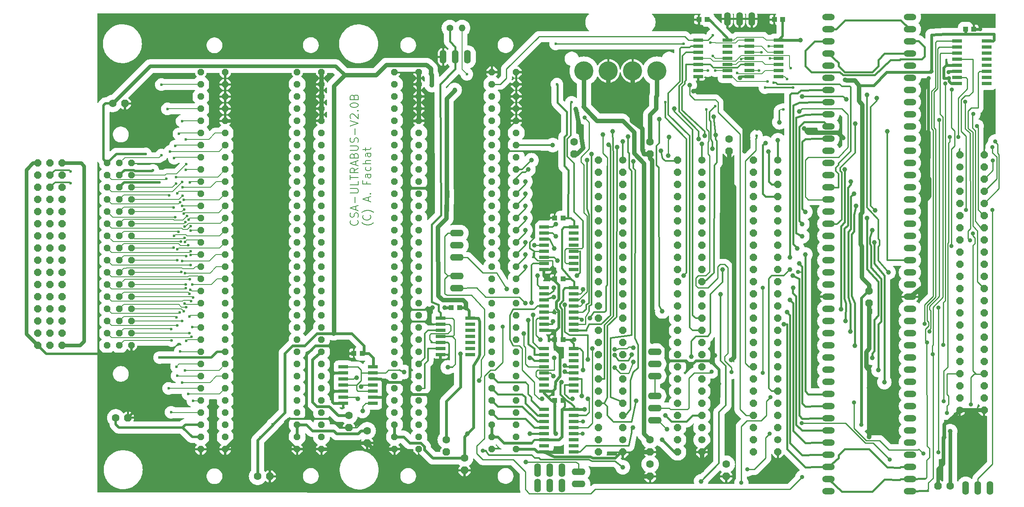
<source format=gtl>
%TF.GenerationSoftware,KiCad,Pcbnew,8.0.3*%
%TF.CreationDate,2024-06-16T17:33:32+02:00*%
%TF.ProjectId,csa_ultrabus_v2,6373615f-756c-4747-9261-6275735f7632,rev?*%
%TF.SameCoordinates,Original*%
%TF.FileFunction,Copper,L1,Top*%
%TF.FilePolarity,Positive*%
%FSLAX46Y46*%
G04 Gerber Fmt 4.6, Leading zero omitted, Abs format (unit mm)*
G04 Created by KiCad (PCBNEW 8.0.3) date 2024-06-16 17:33:32*
%MOMM*%
%LPD*%
G01*
G04 APERTURE LIST*
G04 Aperture macros list*
%AMOutline5P*
0 Free polygon, 5 corners , with rotation*
0 The origin of the aperture is its center*
0 number of corners: always 5*
0 $1 to $10 corner X, Y*
0 $11 Rotation angle, in degrees counterclockwise*
0 create outline with 5 corners*
4,1,5,$1,$2,$3,$4,$5,$6,$7,$8,$9,$10,$1,$2,$11*%
%AMOutline6P*
0 Free polygon, 6 corners , with rotation*
0 The origin of the aperture is its center*
0 number of corners: always 6*
0 $1 to $12 corner X, Y*
0 $13 Rotation angle, in degrees counterclockwise*
0 create outline with 6 corners*
4,1,6,$1,$2,$3,$4,$5,$6,$7,$8,$9,$10,$11,$12,$1,$2,$13*%
%AMOutline7P*
0 Free polygon, 7 corners , with rotation*
0 The origin of the aperture is its center*
0 number of corners: always 7*
0 $1 to $14 corner X, Y*
0 $15 Rotation angle, in degrees counterclockwise*
0 create outline with 7 corners*
4,1,7,$1,$2,$3,$4,$5,$6,$7,$8,$9,$10,$11,$12,$13,$14,$1,$2,$15*%
%AMOutline8P*
0 Free polygon, 8 corners , with rotation*
0 The origin of the aperture is its center*
0 number of corners: always 8*
0 $1 to $16 corner X, Y*
0 $17 Rotation angle, in degrees counterclockwise*
0 create outline with 8 corners*
4,1,8,$1,$2,$3,$4,$5,$6,$7,$8,$9,$10,$11,$12,$13,$14,$15,$16,$1,$2,$17*%
G04 Aperture macros list end*
%ADD10C,0.142240*%
%TA.AperFunction,NonConductor*%
%ADD11C,0.142240*%
%TD*%
%TA.AperFunction,SMDPad,CuDef*%
%ADD12R,2.032000X0.660400*%
%TD*%
%TA.AperFunction,ComponentPad*%
%ADD13C,1.600200*%
%TD*%
%TA.AperFunction,ComponentPad*%
%ADD14Outline8P,-0.800100X0.331412X-0.331412X0.800100X0.331412X0.800100X0.800100X0.331412X0.800100X-0.331412X0.331412X-0.800100X-0.331412X-0.800100X-0.800100X-0.331412X270.000000*%
%TD*%
%TA.AperFunction,ComponentPad*%
%ADD15O,2.844800X1.422400*%
%TD*%
%TA.AperFunction,ComponentPad*%
%ADD16Outline8P,-0.711200X0.294589X-0.294589X0.711200X0.294589X0.711200X0.711200X0.294589X0.711200X-0.294589X0.294589X-0.711200X-0.294589X-0.711200X-0.711200X-0.294589X180.000000*%
%TD*%
%TA.AperFunction,SMDPad,CuDef*%
%ADD17R,1.100000X1.000000*%
%TD*%
%TA.AperFunction,ComponentPad*%
%ADD18O,1.422400X2.844800*%
%TD*%
%TA.AperFunction,ComponentPad*%
%ADD19Outline8P,-0.800100X0.331412X-0.331412X0.800100X0.331412X0.800100X0.800100X0.331412X0.800100X-0.331412X0.331412X-0.800100X-0.331412X-0.800100X-0.800100X-0.331412X0.000000*%
%TD*%
%TA.AperFunction,ComponentPad*%
%ADD20Outline8P,-0.800100X0.331412X-0.331412X0.800100X0.331412X0.800100X0.800100X0.331412X0.800100X-0.331412X0.331412X-0.800100X-0.331412X-0.800100X-0.800100X-0.331412X180.000000*%
%TD*%
%TA.AperFunction,ComponentPad*%
%ADD21Outline8P,-0.754000X0.312317X-0.312317X0.754000X0.312317X0.754000X0.754000X0.312317X0.754000X-0.312317X0.312317X-0.754000X-0.312317X-0.754000X-0.754000X-0.312317X270.000000*%
%TD*%
%TA.AperFunction,ComponentPad*%
%ADD22C,1.508000*%
%TD*%
%TA.AperFunction,ComponentPad*%
%ADD23O,2.641600X1.320800*%
%TD*%
%TA.AperFunction,ComponentPad*%
%ADD24Outline8P,-0.660400X0.273547X-0.273547X0.660400X0.273547X0.660400X0.660400X0.273547X0.660400X-0.273547X0.273547X-0.660400X-0.273547X-0.660400X-0.660400X-0.273547X180.000000*%
%TD*%
%TA.AperFunction,ComponentPad*%
%ADD25Outline8P,-0.762000X0.315631X-0.315631X0.762000X0.315631X0.762000X0.762000X0.315631X0.762000X-0.315631X0.315631X-0.762000X-0.315631X-0.762000X-0.762000X-0.315631X180.000000*%
%TD*%
%TA.AperFunction,ComponentPad*%
%ADD26Outline8P,-0.754000X0.312317X-0.312317X0.754000X0.312317X0.754000X0.754000X0.312317X0.754000X-0.312317X0.312317X-0.754000X-0.312317X-0.754000X-0.754000X-0.312317X90.000000*%
%TD*%
%TA.AperFunction,ComponentPad*%
%ADD27C,1.400000*%
%TD*%
%TA.AperFunction,ComponentPad*%
%ADD28O,1.400000X1.400000*%
%TD*%
%TA.AperFunction,ComponentPad*%
%ADD29C,4.000000*%
%TD*%
%TA.AperFunction,ViaPad*%
%ADD30C,1.006400*%
%TD*%
%TA.AperFunction,ViaPad*%
%ADD31C,0.906400*%
%TD*%
%TA.AperFunction,ViaPad*%
%ADD32C,1.000000*%
%TD*%
%TA.AperFunction,ViaPad*%
%ADD33C,0.600000*%
%TD*%
%TA.AperFunction,Conductor*%
%ADD34C,0.609600*%
%TD*%
%TA.AperFunction,Conductor*%
%ADD35C,0.406400*%
%TD*%
%TA.AperFunction,Conductor*%
%ADD36C,0.304800*%
%TD*%
%TA.AperFunction,Conductor*%
%ADD37C,0.914400*%
%TD*%
%TA.AperFunction,Conductor*%
%ADD38C,0.254000*%
%TD*%
%TA.AperFunction,Conductor*%
%ADD39C,0.800000*%
%TD*%
%TA.AperFunction,Conductor*%
%ADD40C,0.500000*%
%TD*%
%TA.AperFunction,Conductor*%
%ADD41C,0.812800*%
%TD*%
%TA.AperFunction,Conductor*%
%ADD42C,0.200000*%
%TD*%
%TA.AperFunction,Conductor*%
%ADD43C,0.300000*%
%TD*%
G04 APERTURE END LIST*
D10*
D11*
X108713498Y-96554847D02*
X108791392Y-96632740D01*
X108791392Y-96632740D02*
X108869285Y-96866420D01*
X108869285Y-96866420D02*
X108869285Y-97022207D01*
X108869285Y-97022207D02*
X108791392Y-97255887D01*
X108791392Y-97255887D02*
X108635605Y-97411674D01*
X108635605Y-97411674D02*
X108479818Y-97489567D01*
X108479818Y-97489567D02*
X108168245Y-97567460D01*
X108168245Y-97567460D02*
X107934565Y-97567460D01*
X107934565Y-97567460D02*
X107622992Y-97489567D01*
X107622992Y-97489567D02*
X107467205Y-97411674D01*
X107467205Y-97411674D02*
X107311418Y-97255887D01*
X107311418Y-97255887D02*
X107233525Y-97022207D01*
X107233525Y-97022207D02*
X107233525Y-96866420D01*
X107233525Y-96866420D02*
X107311418Y-96632740D01*
X107311418Y-96632740D02*
X107389312Y-96554847D01*
X108791392Y-95931700D02*
X108869285Y-95698020D01*
X108869285Y-95698020D02*
X108869285Y-95308554D01*
X108869285Y-95308554D02*
X108791392Y-95152767D01*
X108791392Y-95152767D02*
X108713498Y-95074874D01*
X108713498Y-95074874D02*
X108557712Y-94996980D01*
X108557712Y-94996980D02*
X108401925Y-94996980D01*
X108401925Y-94996980D02*
X108246138Y-95074874D01*
X108246138Y-95074874D02*
X108168245Y-95152767D01*
X108168245Y-95152767D02*
X108090352Y-95308554D01*
X108090352Y-95308554D02*
X108012458Y-95620127D01*
X108012458Y-95620127D02*
X107934565Y-95775914D01*
X107934565Y-95775914D02*
X107856672Y-95853807D01*
X107856672Y-95853807D02*
X107700885Y-95931700D01*
X107700885Y-95931700D02*
X107545098Y-95931700D01*
X107545098Y-95931700D02*
X107389312Y-95853807D01*
X107389312Y-95853807D02*
X107311418Y-95775914D01*
X107311418Y-95775914D02*
X107233525Y-95620127D01*
X107233525Y-95620127D02*
X107233525Y-95230660D01*
X107233525Y-95230660D02*
X107311418Y-94996980D01*
X108401925Y-94373833D02*
X108401925Y-93594900D01*
X108869285Y-94529620D02*
X107233525Y-93984367D01*
X107233525Y-93984367D02*
X108869285Y-93439113D01*
X108246138Y-92893860D02*
X108246138Y-91647567D01*
X107233525Y-90868633D02*
X108557712Y-90868633D01*
X108557712Y-90868633D02*
X108713498Y-90790740D01*
X108713498Y-90790740D02*
X108791392Y-90712846D01*
X108791392Y-90712846D02*
X108869285Y-90557060D01*
X108869285Y-90557060D02*
X108869285Y-90245486D01*
X108869285Y-90245486D02*
X108791392Y-90089700D01*
X108791392Y-90089700D02*
X108713498Y-90011806D01*
X108713498Y-90011806D02*
X108557712Y-89933913D01*
X108557712Y-89933913D02*
X107233525Y-89933913D01*
X108869285Y-88376047D02*
X108869285Y-89154980D01*
X108869285Y-89154980D02*
X107233525Y-89154980D01*
X107233525Y-88064473D02*
X107233525Y-87129753D01*
X108869285Y-87597113D02*
X107233525Y-87597113D01*
X108869285Y-85649780D02*
X108090352Y-86195033D01*
X108869285Y-86584500D02*
X107233525Y-86584500D01*
X107233525Y-86584500D02*
X107233525Y-85961353D01*
X107233525Y-85961353D02*
X107311418Y-85805567D01*
X107311418Y-85805567D02*
X107389312Y-85727673D01*
X107389312Y-85727673D02*
X107545098Y-85649780D01*
X107545098Y-85649780D02*
X107778778Y-85649780D01*
X107778778Y-85649780D02*
X107934565Y-85727673D01*
X107934565Y-85727673D02*
X108012458Y-85805567D01*
X108012458Y-85805567D02*
X108090352Y-85961353D01*
X108090352Y-85961353D02*
X108090352Y-86584500D01*
X108401925Y-85026633D02*
X108401925Y-84247700D01*
X108869285Y-85182420D02*
X107233525Y-84637167D01*
X107233525Y-84637167D02*
X108869285Y-84091913D01*
X108012458Y-83001407D02*
X108090352Y-82767727D01*
X108090352Y-82767727D02*
X108168245Y-82689833D01*
X108168245Y-82689833D02*
X108324032Y-82611940D01*
X108324032Y-82611940D02*
X108557712Y-82611940D01*
X108557712Y-82611940D02*
X108713498Y-82689833D01*
X108713498Y-82689833D02*
X108791392Y-82767727D01*
X108791392Y-82767727D02*
X108869285Y-82923513D01*
X108869285Y-82923513D02*
X108869285Y-83546660D01*
X108869285Y-83546660D02*
X107233525Y-83546660D01*
X107233525Y-83546660D02*
X107233525Y-83001407D01*
X107233525Y-83001407D02*
X107311418Y-82845620D01*
X107311418Y-82845620D02*
X107389312Y-82767727D01*
X107389312Y-82767727D02*
X107545098Y-82689833D01*
X107545098Y-82689833D02*
X107700885Y-82689833D01*
X107700885Y-82689833D02*
X107856672Y-82767727D01*
X107856672Y-82767727D02*
X107934565Y-82845620D01*
X107934565Y-82845620D02*
X108012458Y-83001407D01*
X108012458Y-83001407D02*
X108012458Y-83546660D01*
X107233525Y-81910900D02*
X108557712Y-81910900D01*
X108557712Y-81910900D02*
X108713498Y-81833007D01*
X108713498Y-81833007D02*
X108791392Y-81755113D01*
X108791392Y-81755113D02*
X108869285Y-81599327D01*
X108869285Y-81599327D02*
X108869285Y-81287753D01*
X108869285Y-81287753D02*
X108791392Y-81131967D01*
X108791392Y-81131967D02*
X108713498Y-81054073D01*
X108713498Y-81054073D02*
X108557712Y-80976180D01*
X108557712Y-80976180D02*
X107233525Y-80976180D01*
X108791392Y-80275140D02*
X108869285Y-80041460D01*
X108869285Y-80041460D02*
X108869285Y-79651994D01*
X108869285Y-79651994D02*
X108791392Y-79496207D01*
X108791392Y-79496207D02*
X108713498Y-79418314D01*
X108713498Y-79418314D02*
X108557712Y-79340420D01*
X108557712Y-79340420D02*
X108401925Y-79340420D01*
X108401925Y-79340420D02*
X108246138Y-79418314D01*
X108246138Y-79418314D02*
X108168245Y-79496207D01*
X108168245Y-79496207D02*
X108090352Y-79651994D01*
X108090352Y-79651994D02*
X108012458Y-79963567D01*
X108012458Y-79963567D02*
X107934565Y-80119354D01*
X107934565Y-80119354D02*
X107856672Y-80197247D01*
X107856672Y-80197247D02*
X107700885Y-80275140D01*
X107700885Y-80275140D02*
X107545098Y-80275140D01*
X107545098Y-80275140D02*
X107389312Y-80197247D01*
X107389312Y-80197247D02*
X107311418Y-80119354D01*
X107311418Y-80119354D02*
X107233525Y-79963567D01*
X107233525Y-79963567D02*
X107233525Y-79574100D01*
X107233525Y-79574100D02*
X107311418Y-79340420D01*
X108246138Y-78639380D02*
X108246138Y-77393087D01*
X107233525Y-76847833D02*
X108869285Y-76302580D01*
X108869285Y-76302580D02*
X107233525Y-75757326D01*
X107389312Y-75289966D02*
X107311418Y-75212073D01*
X107311418Y-75212073D02*
X107233525Y-75056286D01*
X107233525Y-75056286D02*
X107233525Y-74666820D01*
X107233525Y-74666820D02*
X107311418Y-74511033D01*
X107311418Y-74511033D02*
X107389312Y-74433140D01*
X107389312Y-74433140D02*
X107545098Y-74355246D01*
X107545098Y-74355246D02*
X107700885Y-74355246D01*
X107700885Y-74355246D02*
X107934565Y-74433140D01*
X107934565Y-74433140D02*
X108869285Y-75367860D01*
X108869285Y-75367860D02*
X108869285Y-74355246D01*
X108713498Y-73654206D02*
X108791392Y-73576313D01*
X108791392Y-73576313D02*
X108869285Y-73654206D01*
X108869285Y-73654206D02*
X108791392Y-73732099D01*
X108791392Y-73732099D02*
X108713498Y-73654206D01*
X108713498Y-73654206D02*
X108869285Y-73654206D01*
X107233525Y-72563700D02*
X107233525Y-72407913D01*
X107233525Y-72407913D02*
X107311418Y-72252126D01*
X107311418Y-72252126D02*
X107389312Y-72174233D01*
X107389312Y-72174233D02*
X107545098Y-72096340D01*
X107545098Y-72096340D02*
X107856672Y-72018446D01*
X107856672Y-72018446D02*
X108246138Y-72018446D01*
X108246138Y-72018446D02*
X108557712Y-72096340D01*
X108557712Y-72096340D02*
X108713498Y-72174233D01*
X108713498Y-72174233D02*
X108791392Y-72252126D01*
X108791392Y-72252126D02*
X108869285Y-72407913D01*
X108869285Y-72407913D02*
X108869285Y-72563700D01*
X108869285Y-72563700D02*
X108791392Y-72719486D01*
X108791392Y-72719486D02*
X108713498Y-72797380D01*
X108713498Y-72797380D02*
X108557712Y-72875273D01*
X108557712Y-72875273D02*
X108246138Y-72953166D01*
X108246138Y-72953166D02*
X107856672Y-72953166D01*
X107856672Y-72953166D02*
X107545098Y-72875273D01*
X107545098Y-72875273D02*
X107389312Y-72797380D01*
X107389312Y-72797380D02*
X107311418Y-72719486D01*
X107311418Y-72719486D02*
X107233525Y-72563700D01*
X108012458Y-70772153D02*
X108090352Y-70538473D01*
X108090352Y-70538473D02*
X108168245Y-70460579D01*
X108168245Y-70460579D02*
X108324032Y-70382686D01*
X108324032Y-70382686D02*
X108557712Y-70382686D01*
X108557712Y-70382686D02*
X108713498Y-70460579D01*
X108713498Y-70460579D02*
X108791392Y-70538473D01*
X108791392Y-70538473D02*
X108869285Y-70694259D01*
X108869285Y-70694259D02*
X108869285Y-71317406D01*
X108869285Y-71317406D02*
X107233525Y-71317406D01*
X107233525Y-71317406D02*
X107233525Y-70772153D01*
X107233525Y-70772153D02*
X107311418Y-70616366D01*
X107311418Y-70616366D02*
X107389312Y-70538473D01*
X107389312Y-70538473D02*
X107545098Y-70460579D01*
X107545098Y-70460579D02*
X107700885Y-70460579D01*
X107700885Y-70460579D02*
X107856672Y-70538473D01*
X107856672Y-70538473D02*
X107934565Y-70616366D01*
X107934565Y-70616366D02*
X108012458Y-70772153D01*
X108012458Y-70772153D02*
X108012458Y-71317406D01*
X112125914Y-97022207D02*
X112048020Y-97100100D01*
X112048020Y-97100100D02*
X111814340Y-97255887D01*
X111814340Y-97255887D02*
X111658554Y-97333780D01*
X111658554Y-97333780D02*
X111424874Y-97411674D01*
X111424874Y-97411674D02*
X111035407Y-97489567D01*
X111035407Y-97489567D02*
X110723834Y-97489567D01*
X110723834Y-97489567D02*
X110334367Y-97411674D01*
X110334367Y-97411674D02*
X110100687Y-97333780D01*
X110100687Y-97333780D02*
X109944900Y-97255887D01*
X109944900Y-97255887D02*
X109711220Y-97100100D01*
X109711220Y-97100100D02*
X109633327Y-97022207D01*
X111346980Y-95464340D02*
X111424874Y-95542233D01*
X111424874Y-95542233D02*
X111502767Y-95775913D01*
X111502767Y-95775913D02*
X111502767Y-95931700D01*
X111502767Y-95931700D02*
X111424874Y-96165380D01*
X111424874Y-96165380D02*
X111269087Y-96321167D01*
X111269087Y-96321167D02*
X111113300Y-96399060D01*
X111113300Y-96399060D02*
X110801727Y-96476953D01*
X110801727Y-96476953D02*
X110568047Y-96476953D01*
X110568047Y-96476953D02*
X110256474Y-96399060D01*
X110256474Y-96399060D02*
X110100687Y-96321167D01*
X110100687Y-96321167D02*
X109944900Y-96165380D01*
X109944900Y-96165380D02*
X109867007Y-95931700D01*
X109867007Y-95931700D02*
X109867007Y-95775913D01*
X109867007Y-95775913D02*
X109944900Y-95542233D01*
X109944900Y-95542233D02*
X110022794Y-95464340D01*
X112125914Y-94919087D02*
X112048020Y-94841193D01*
X112048020Y-94841193D02*
X111814340Y-94685407D01*
X111814340Y-94685407D02*
X111658554Y-94607513D01*
X111658554Y-94607513D02*
X111424874Y-94529620D01*
X111424874Y-94529620D02*
X111035407Y-94451727D01*
X111035407Y-94451727D02*
X110723834Y-94451727D01*
X110723834Y-94451727D02*
X110334367Y-94529620D01*
X110334367Y-94529620D02*
X110100687Y-94607513D01*
X110100687Y-94607513D02*
X109944900Y-94685407D01*
X109944900Y-94685407D02*
X109711220Y-94841193D01*
X109711220Y-94841193D02*
X109633327Y-94919087D01*
X111035407Y-92504393D02*
X111035407Y-91725460D01*
X111502767Y-92660180D02*
X109867007Y-92114927D01*
X109867007Y-92114927D02*
X111502767Y-91569673D01*
X111346980Y-91024420D02*
X111424874Y-90946527D01*
X111424874Y-90946527D02*
X111502767Y-91024420D01*
X111502767Y-91024420D02*
X111424874Y-91102313D01*
X111424874Y-91102313D02*
X111346980Y-91024420D01*
X111346980Y-91024420D02*
X111502767Y-91024420D01*
X110645940Y-88453941D02*
X110645940Y-88999194D01*
X111502767Y-88999194D02*
X109867007Y-88999194D01*
X109867007Y-88999194D02*
X109867007Y-88220261D01*
X111502767Y-86896074D02*
X110645940Y-86896074D01*
X110645940Y-86896074D02*
X110490154Y-86973967D01*
X110490154Y-86973967D02*
X110412260Y-87129754D01*
X110412260Y-87129754D02*
X110412260Y-87441327D01*
X110412260Y-87441327D02*
X110490154Y-87597114D01*
X111424874Y-86896074D02*
X111502767Y-87051861D01*
X111502767Y-87051861D02*
X111502767Y-87441327D01*
X111502767Y-87441327D02*
X111424874Y-87597114D01*
X111424874Y-87597114D02*
X111269087Y-87675007D01*
X111269087Y-87675007D02*
X111113300Y-87675007D01*
X111113300Y-87675007D02*
X110957514Y-87597114D01*
X110957514Y-87597114D02*
X110879620Y-87441327D01*
X110879620Y-87441327D02*
X110879620Y-87051861D01*
X110879620Y-87051861D02*
X110801727Y-86896074D01*
X111424874Y-85416101D02*
X111502767Y-85571888D01*
X111502767Y-85571888D02*
X111502767Y-85883461D01*
X111502767Y-85883461D02*
X111424874Y-86039248D01*
X111424874Y-86039248D02*
X111346980Y-86117141D01*
X111346980Y-86117141D02*
X111191194Y-86195034D01*
X111191194Y-86195034D02*
X110723834Y-86195034D01*
X110723834Y-86195034D02*
X110568047Y-86117141D01*
X110568047Y-86117141D02*
X110490154Y-86039248D01*
X110490154Y-86039248D02*
X110412260Y-85883461D01*
X110412260Y-85883461D02*
X110412260Y-85571888D01*
X110412260Y-85571888D02*
X110490154Y-85416101D01*
X111502767Y-84715061D02*
X109867007Y-84715061D01*
X111502767Y-84014021D02*
X110645940Y-84014021D01*
X110645940Y-84014021D02*
X110490154Y-84091914D01*
X110490154Y-84091914D02*
X110412260Y-84247701D01*
X110412260Y-84247701D02*
X110412260Y-84481381D01*
X110412260Y-84481381D02*
X110490154Y-84637168D01*
X110490154Y-84637168D02*
X110568047Y-84715061D01*
X111502767Y-82534048D02*
X110645940Y-82534048D01*
X110645940Y-82534048D02*
X110490154Y-82611941D01*
X110490154Y-82611941D02*
X110412260Y-82767728D01*
X110412260Y-82767728D02*
X110412260Y-83079301D01*
X110412260Y-83079301D02*
X110490154Y-83235088D01*
X111424874Y-82534048D02*
X111502767Y-82689835D01*
X111502767Y-82689835D02*
X111502767Y-83079301D01*
X111502767Y-83079301D02*
X111424874Y-83235088D01*
X111424874Y-83235088D02*
X111269087Y-83312981D01*
X111269087Y-83312981D02*
X111113300Y-83312981D01*
X111113300Y-83312981D02*
X110957514Y-83235088D01*
X110957514Y-83235088D02*
X110879620Y-83079301D01*
X110879620Y-83079301D02*
X110879620Y-82689835D01*
X110879620Y-82689835D02*
X110801727Y-82534048D01*
X110412260Y-81988795D02*
X110412260Y-81365648D01*
X109867007Y-81755115D02*
X111269087Y-81755115D01*
X111269087Y-81755115D02*
X111424874Y-81677222D01*
X111424874Y-81677222D02*
X111502767Y-81521435D01*
X111502767Y-81521435D02*
X111502767Y-81365648D01*
D12*
X147689450Y-123372612D03*
X147689450Y-124642612D03*
X147689450Y-125912612D03*
X147689450Y-127182612D03*
X147689450Y-128452612D03*
X147689450Y-129722612D03*
X147689450Y-130992612D03*
X147689450Y-132262612D03*
X153836250Y-132262612D03*
X153836250Y-130992612D03*
X153836250Y-129722612D03*
X153836250Y-128452612D03*
X153836250Y-127182612D03*
X153836250Y-125912612D03*
X153836250Y-124642612D03*
X153836250Y-123372612D03*
D13*
X127267850Y-142422612D03*
D14*
X127267850Y-144962612D03*
D13*
X185687850Y-147502612D03*
D14*
X185687850Y-150042612D03*
D15*
X154890350Y-149090112D03*
X154890350Y-151630112D03*
D16*
X141872850Y-144327612D03*
X141872850Y-141787612D03*
X141872850Y-139247612D03*
X141872850Y-136707612D03*
X141872850Y-134167612D03*
X141872850Y-131627612D03*
X141872850Y-129087612D03*
X141872850Y-126547612D03*
X141872850Y-124007612D03*
X141872850Y-121467612D03*
X141872850Y-118927612D03*
X141872850Y-116387612D03*
X141872850Y-113847612D03*
X141872850Y-111307612D03*
X141872850Y-108767612D03*
X141872850Y-106227612D03*
X141872850Y-103687612D03*
X141872850Y-101147612D03*
X141872850Y-98607612D03*
X141872850Y-96067612D03*
X141872850Y-93527612D03*
X141872850Y-90987612D03*
X141872850Y-88447612D03*
X141872850Y-85907612D03*
X141872850Y-83367612D03*
X141872850Y-80827612D03*
X141872850Y-78287612D03*
X141872850Y-75747612D03*
X141872850Y-73207612D03*
X141872850Y-70667612D03*
X141872850Y-68127612D03*
X141872850Y-65587612D03*
X136792850Y-144327612D03*
X136792850Y-141787612D03*
X136792850Y-139247612D03*
X136792850Y-136707612D03*
X136792850Y-134167612D03*
X136792850Y-131627612D03*
X136792850Y-129087612D03*
X136792850Y-126547612D03*
X136792850Y-124007612D03*
X136792850Y-121467612D03*
X136792850Y-118927612D03*
X136792850Y-116387612D03*
X136792850Y-113847612D03*
X136792850Y-111307612D03*
X136792850Y-108767612D03*
X136792850Y-106227612D03*
X136792850Y-103687612D03*
X136792850Y-101147612D03*
X136792850Y-98607612D03*
X136792850Y-96067612D03*
X136792850Y-93527612D03*
X136792850Y-90987612D03*
X136792850Y-88447612D03*
X136792850Y-85907612D03*
X136792850Y-83367612D03*
X136792850Y-80827612D03*
X136792850Y-78287612D03*
X136792850Y-75747612D03*
X136792850Y-73207612D03*
X136792850Y-70667612D03*
X136792850Y-68127612D03*
X136792850Y-65587612D03*
D12*
X233892725Y-59102625D03*
X233892725Y-60372625D03*
X233892725Y-61642625D03*
X233892725Y-62912625D03*
X233892725Y-64182625D03*
X233892725Y-65452625D03*
X233892725Y-66722625D03*
X233892725Y-67992625D03*
X240039525Y-67992625D03*
X240039525Y-66722625D03*
X240039525Y-65452625D03*
X240039525Y-64182625D03*
X240039525Y-62912625D03*
X240039525Y-61642625D03*
X240039525Y-60372625D03*
X240039525Y-59102625D03*
D17*
X181698000Y-54610000D03*
X179998000Y-54610000D03*
D18*
X146317850Y-151947612D03*
X148857850Y-151947612D03*
X151397850Y-151947612D03*
D13*
X58293000Y-137795000D03*
D19*
X60833000Y-137795000D03*
D13*
X232410000Y-152044400D03*
D20*
X229870000Y-152044400D03*
D12*
X147689450Y-110672612D03*
X147689450Y-111942612D03*
X147689450Y-113212612D03*
X147689450Y-114482612D03*
X147689450Y-115752612D03*
X147689450Y-117022612D03*
X147689450Y-118292612D03*
X147689450Y-119562612D03*
X153836250Y-119562612D03*
X153836250Y-118292612D03*
X153836250Y-117022612D03*
X153836250Y-115752612D03*
X153836250Y-114482612D03*
X153836250Y-113212612D03*
X153836250Y-111942612D03*
X153836250Y-110672612D03*
D13*
X87897850Y-150042612D03*
D19*
X90437850Y-150042612D03*
D13*
X57658000Y-72136000D03*
D19*
X60198000Y-72136000D03*
D21*
X175527850Y-84002612D03*
X175527850Y-86542612D03*
X175527850Y-89082612D03*
X175527850Y-91622612D03*
X175527850Y-94162612D03*
X175527850Y-96702612D03*
X175527850Y-99242612D03*
X175527850Y-101782612D03*
X175527850Y-104322612D03*
X175527850Y-106862612D03*
X175527850Y-109402612D03*
X175527850Y-111942612D03*
X175527850Y-114482612D03*
X175527850Y-117022612D03*
X175527850Y-119562612D03*
X175527850Y-122102612D03*
X175527850Y-124642612D03*
X175527850Y-127182612D03*
X175527850Y-129722612D03*
X175527850Y-132262612D03*
X175527850Y-134802612D03*
X175527850Y-137342612D03*
X175527850Y-139882612D03*
X175527850Y-142422612D03*
X175527850Y-144962612D03*
D22*
X180607850Y-84002612D03*
D21*
X180607850Y-86542612D03*
X180607850Y-89082612D03*
X180607850Y-91622612D03*
X180607850Y-94162612D03*
X180607850Y-96702612D03*
X180607850Y-99242612D03*
X180607850Y-101782612D03*
X180607850Y-104322612D03*
X180607850Y-106862612D03*
X180607850Y-109402612D03*
X180607850Y-111942612D03*
X180607850Y-114482612D03*
X180607850Y-117022612D03*
X180607850Y-119562612D03*
X180607850Y-122102612D03*
X180607850Y-124642612D03*
X180607850Y-127182612D03*
X180607850Y-129722612D03*
X180607850Y-132262612D03*
X180607850Y-134802612D03*
X180607850Y-137342612D03*
X180607850Y-139882612D03*
D22*
X180607850Y-142422612D03*
D21*
X180607850Y-144962612D03*
D23*
X207010000Y-153138237D03*
X207010000Y-150598237D03*
X207010000Y-148058237D03*
X207010000Y-145518237D03*
X207010000Y-142978237D03*
X207010000Y-140438237D03*
X207010000Y-137898237D03*
X207010000Y-135358237D03*
X207010000Y-132818237D03*
X207010000Y-130278237D03*
X207010000Y-127738237D03*
X207010000Y-125198237D03*
X207010000Y-122658237D03*
X207010000Y-120118237D03*
X207010000Y-117578237D03*
X207010000Y-115038237D03*
X207010000Y-112498237D03*
X207010000Y-109958237D03*
X207010000Y-107418237D03*
X207010000Y-104878237D03*
X207010000Y-102338237D03*
X207010000Y-99798237D03*
X207010000Y-97258237D03*
X207010000Y-94718237D03*
X207010000Y-92178237D03*
X207010000Y-89638237D03*
X207010000Y-87098237D03*
X207010000Y-84558237D03*
X207010000Y-82018237D03*
X207010000Y-79478237D03*
X207010000Y-76938237D03*
X207010000Y-74398237D03*
X207010000Y-71858237D03*
X207010000Y-69318237D03*
X207010000Y-66778237D03*
X207010000Y-64238237D03*
X207010000Y-61698237D03*
X207010000Y-59158237D03*
X207010000Y-56618237D03*
X207010000Y-54078237D03*
D17*
X151612850Y-121467612D03*
X149912850Y-121467612D03*
D21*
X159017850Y-84002612D03*
X159017850Y-86542612D03*
X159017850Y-89082612D03*
X159017850Y-91622612D03*
X159017850Y-94162612D03*
X159017850Y-96702612D03*
X159017850Y-99242612D03*
X159017850Y-101782612D03*
X159017850Y-104322612D03*
X159017850Y-106862612D03*
X159017850Y-109402612D03*
X159017850Y-111942612D03*
X159017850Y-114482612D03*
X159017850Y-117022612D03*
X159017850Y-119562612D03*
X159017850Y-122102612D03*
X159017850Y-124642612D03*
X159017850Y-127182612D03*
X159017850Y-129722612D03*
X159017850Y-132262612D03*
X159017850Y-134802612D03*
X159017850Y-137342612D03*
X159017850Y-139882612D03*
X159017850Y-142422612D03*
X159017850Y-144962612D03*
D22*
X164097850Y-84002612D03*
D21*
X164097850Y-86542612D03*
X164097850Y-89082612D03*
X164097850Y-91622612D03*
X164097850Y-94162612D03*
X164097850Y-96702612D03*
X164097850Y-99242612D03*
X164097850Y-101782612D03*
X164097850Y-104322612D03*
X164097850Y-106862612D03*
X164097850Y-109402612D03*
X164097850Y-111942612D03*
X164097850Y-114482612D03*
X164097850Y-117022612D03*
X164097850Y-119562612D03*
X164097850Y-122102612D03*
X164097850Y-124642612D03*
X164097850Y-127182612D03*
X164097850Y-129722612D03*
X164097850Y-132262612D03*
X164097850Y-134802612D03*
X164097850Y-137342612D03*
X164097850Y-139882612D03*
D22*
X164097850Y-142422612D03*
D21*
X164097850Y-144962612D03*
D17*
X151612850Y-108767612D03*
X149912850Y-108767612D03*
D24*
X61595000Y-122682000D03*
X61595000Y-120142000D03*
X61595000Y-117602000D03*
X61595000Y-115062000D03*
X61595000Y-112522000D03*
X61595000Y-109982000D03*
X61595000Y-107442000D03*
X61595000Y-104902000D03*
X61595000Y-102362000D03*
X61595000Y-99822000D03*
X61595000Y-97282000D03*
X61595000Y-94742000D03*
X61595000Y-92202000D03*
X61595000Y-89662000D03*
X61595000Y-87122000D03*
X61595000Y-84582000D03*
X59055000Y-122682000D03*
X59055000Y-120142000D03*
X59055000Y-117602000D03*
X59055000Y-115062000D03*
X59055000Y-112522000D03*
X59055000Y-109982000D03*
X59055000Y-107442000D03*
X59055000Y-104902000D03*
X59055000Y-102362000D03*
X59055000Y-99822000D03*
X59055000Y-97282000D03*
X59055000Y-94742000D03*
X59055000Y-92202000D03*
X59055000Y-89662000D03*
X59055000Y-87122000D03*
X59055000Y-84582000D03*
X56515000Y-122682000D03*
X56515000Y-120142000D03*
X56515000Y-117602000D03*
X56515000Y-115062000D03*
X56515000Y-112522000D03*
X56515000Y-109982000D03*
X56515000Y-107442000D03*
X56515000Y-104902000D03*
X56515000Y-102362000D03*
X56515000Y-99822000D03*
X56515000Y-97282000D03*
X56515000Y-94742000D03*
X56515000Y-92202000D03*
X56515000Y-89662000D03*
X56515000Y-87122000D03*
X56515000Y-84582000D03*
D15*
X170765350Y-129087612D03*
X170765350Y-126547612D03*
X170765350Y-124007612D03*
X129490350Y-104322612D03*
X129490350Y-101782612D03*
X129490350Y-99242612D03*
D21*
X191402850Y-84002612D03*
X191402850Y-86542612D03*
X191402850Y-89082612D03*
X191402850Y-91622612D03*
X191402850Y-94162612D03*
X191402850Y-96702612D03*
X191402850Y-99242612D03*
X191402850Y-101782612D03*
X191402850Y-104322612D03*
X191402850Y-106862612D03*
X191402850Y-109402612D03*
X191402850Y-111942612D03*
X191402850Y-114482612D03*
X191402850Y-117022612D03*
X191402850Y-119562612D03*
X191402850Y-122102612D03*
X191402850Y-124642612D03*
X191402850Y-127182612D03*
X191402850Y-129722612D03*
X191402850Y-132262612D03*
X191402850Y-134802612D03*
X191402850Y-137342612D03*
X191402850Y-139882612D03*
X191402850Y-142422612D03*
X191402850Y-144962612D03*
D22*
X196482850Y-84002612D03*
D21*
X196482850Y-86542612D03*
X196482850Y-89082612D03*
X196482850Y-91622612D03*
X196482850Y-94162612D03*
X196482850Y-96702612D03*
X196482850Y-99242612D03*
X196482850Y-101782612D03*
X196482850Y-104322612D03*
X196482850Y-106862612D03*
X196482850Y-109402612D03*
X196482850Y-111942612D03*
X196482850Y-114482612D03*
X196482850Y-117022612D03*
X196482850Y-119562612D03*
X196482850Y-122102612D03*
X196482850Y-124642612D03*
X196482850Y-127182612D03*
X196482850Y-129722612D03*
X196482850Y-132262612D03*
X196482850Y-134802612D03*
X196482850Y-137342612D03*
X196482850Y-139882612D03*
D22*
X196482850Y-142422612D03*
D21*
X196482850Y-144962612D03*
D13*
X131077850Y-146232612D03*
D14*
X131077850Y-148772612D03*
D12*
X126099450Y-117022612D03*
X126099450Y-118292612D03*
X126099450Y-119562612D03*
X126099450Y-120832612D03*
X126099450Y-122102612D03*
X126099450Y-123372612D03*
X126099450Y-124642612D03*
X132246250Y-124642612D03*
X132246250Y-123372612D03*
X132246250Y-122102612D03*
X132246250Y-120832612D03*
X132246250Y-119562612D03*
X132246250Y-118292612D03*
X132246250Y-117022612D03*
X147689450Y-97972612D03*
X147689450Y-99242612D03*
X147689450Y-100512612D03*
X147689450Y-101782612D03*
X147689450Y-103052612D03*
X147689450Y-104322612D03*
X147689450Y-105592612D03*
X147689450Y-106862612D03*
X153836250Y-106862612D03*
X153836250Y-105592612D03*
X153836250Y-104322612D03*
X153836250Y-103052612D03*
X153836250Y-101782612D03*
X153836250Y-100512612D03*
X153836250Y-99242612D03*
X153836250Y-97972612D03*
D16*
X121552850Y-144327612D03*
X121552850Y-141787612D03*
X121552850Y-139247612D03*
X121552850Y-136707612D03*
X121552850Y-134167612D03*
X121552850Y-131627612D03*
X121552850Y-129087612D03*
X121552850Y-126547612D03*
X121552850Y-124007612D03*
X121552850Y-121467612D03*
X121552850Y-118927612D03*
X121552850Y-116387612D03*
X121552850Y-113847612D03*
X121552850Y-111307612D03*
X121552850Y-108767612D03*
X121552850Y-106227612D03*
X121552850Y-103687612D03*
X121552850Y-101147612D03*
X121552850Y-98607612D03*
X121552850Y-96067612D03*
X121552850Y-93527612D03*
X121552850Y-90987612D03*
X121552850Y-88447612D03*
X121552850Y-85907612D03*
X121552850Y-83367612D03*
X121552850Y-80827612D03*
X121552850Y-78287612D03*
X121552850Y-75747612D03*
X121552850Y-73207612D03*
X121552850Y-70667612D03*
X121552850Y-68127612D03*
X121552850Y-65587612D03*
X116472850Y-144327612D03*
X116472850Y-141787612D03*
X116472850Y-139247612D03*
X116472850Y-136707612D03*
X116472850Y-134167612D03*
X116472850Y-131627612D03*
X116472850Y-129087612D03*
X116472850Y-126547612D03*
X116472850Y-124007612D03*
X116472850Y-121467612D03*
X116472850Y-118927612D03*
X116472850Y-116387612D03*
X116472850Y-113847612D03*
X116472850Y-111307612D03*
X116472850Y-108767612D03*
X116472850Y-106227612D03*
X116472850Y-103687612D03*
X116472850Y-101147612D03*
X116472850Y-98607612D03*
X116472850Y-96067612D03*
X116472850Y-93527612D03*
X116472850Y-90987612D03*
X116472850Y-88447612D03*
X116472850Y-85907612D03*
X116472850Y-83367612D03*
X116472850Y-80827612D03*
X116472850Y-78287612D03*
X116472850Y-75747612D03*
X116472850Y-73207612D03*
X116472850Y-70667612D03*
X116472850Y-68127612D03*
X116472850Y-65587612D03*
D13*
X215503125Y-111307612D03*
D14*
X215503125Y-113847612D03*
D13*
X169812850Y-142422612D03*
D14*
X169812850Y-144962612D03*
D25*
X42037000Y-122682000D03*
X42037000Y-120142000D03*
X42037000Y-117602000D03*
X42037000Y-115062000D03*
X42037000Y-112522000D03*
X42037000Y-109982000D03*
X42037000Y-107442000D03*
X42037000Y-104902000D03*
X42037000Y-102362000D03*
X42037000Y-99822000D03*
X42037000Y-97282000D03*
X42037000Y-94742000D03*
X42037000Y-92202000D03*
X42037000Y-89662000D03*
X42037000Y-87122000D03*
X42037000Y-84582000D03*
X44577000Y-122682000D03*
X44577000Y-120142000D03*
X44577000Y-117602000D03*
X44577000Y-115062000D03*
X44577000Y-112522000D03*
X44577000Y-109982000D03*
X44577000Y-107442000D03*
X44577000Y-104902000D03*
X44577000Y-102362000D03*
X44577000Y-99822000D03*
X44577000Y-97282000D03*
X44577000Y-94742000D03*
X44577000Y-92202000D03*
X44577000Y-89662000D03*
X44577000Y-87122000D03*
X44577000Y-84582000D03*
X47117000Y-122682000D03*
X47117000Y-120142000D03*
X47117000Y-117602000D03*
X47117000Y-115062000D03*
X47117000Y-112522000D03*
X47117000Y-109982000D03*
X47117000Y-107442000D03*
X47117000Y-104902000D03*
X47117000Y-102362000D03*
X47117000Y-99822000D03*
X47117000Y-97282000D03*
X47117000Y-94742000D03*
X47117000Y-92202000D03*
X47117000Y-89662000D03*
X47117000Y-87122000D03*
X47117000Y-84582000D03*
D16*
X101232850Y-144327612D03*
X101232850Y-141787612D03*
X101232850Y-139247612D03*
X101232850Y-136707612D03*
X101232850Y-134167612D03*
X101232850Y-131627612D03*
X101232850Y-129087612D03*
X101232850Y-126547612D03*
X101232850Y-124007612D03*
X101232850Y-121467612D03*
X101232850Y-118927612D03*
X101232850Y-116387612D03*
X101232850Y-113847612D03*
X101232850Y-111307612D03*
X101232850Y-108767612D03*
X101232850Y-106227612D03*
X101232850Y-103687612D03*
X101232850Y-101147612D03*
X101232850Y-98607612D03*
X101232850Y-96067612D03*
X101232850Y-93527612D03*
X101232850Y-90987612D03*
X101232850Y-88447612D03*
X101232850Y-85907612D03*
X101232850Y-83367612D03*
X101232850Y-80827612D03*
X101232850Y-78287612D03*
X101232850Y-75747612D03*
X101232850Y-73207612D03*
X101232850Y-70667612D03*
X101232850Y-68127612D03*
X101232850Y-65587612D03*
X96152850Y-144327612D03*
X96152850Y-141787612D03*
X96152850Y-139247612D03*
X96152850Y-136707612D03*
X96152850Y-134167612D03*
X96152850Y-131627612D03*
X96152850Y-129087612D03*
X96152850Y-126547612D03*
X96152850Y-124007612D03*
X96152850Y-121467612D03*
X96152850Y-118927612D03*
X96152850Y-116387612D03*
X96152850Y-113847612D03*
X96152850Y-111307612D03*
X96152850Y-108767612D03*
X96152850Y-106227612D03*
X96152850Y-103687612D03*
X96152850Y-101147612D03*
X96152850Y-98607612D03*
X96152850Y-96067612D03*
X96152850Y-93527612D03*
X96152850Y-90987612D03*
X96152850Y-88447612D03*
X96152850Y-85907612D03*
X96152850Y-83367612D03*
X96152850Y-80827612D03*
X96152850Y-78287612D03*
X96152850Y-75747612D03*
X96152850Y-73207612D03*
X96152850Y-70667612D03*
X96152850Y-68127612D03*
X96152850Y-65587612D03*
D18*
X185928000Y-54483000D03*
X188468000Y-54483000D03*
X191008000Y-54483000D03*
D15*
X170765350Y-133215112D03*
X170765350Y-135755112D03*
X170765350Y-138295112D03*
D16*
X81127600Y-144373600D03*
X81127600Y-141833600D03*
X81127600Y-139293600D03*
X81127600Y-136753600D03*
X81127600Y-134213600D03*
X81127600Y-131673600D03*
X81127600Y-129133600D03*
X81127600Y-126593600D03*
X81127600Y-124053600D03*
X81127600Y-121513600D03*
X81127600Y-118973600D03*
X81127600Y-116433600D03*
X81127600Y-113893600D03*
X81127600Y-111353600D03*
X81127600Y-108813600D03*
X81127600Y-106273600D03*
X81127600Y-103733600D03*
X81127600Y-101193600D03*
X81127600Y-98653600D03*
X81127600Y-96113600D03*
X81127600Y-93573600D03*
X81127600Y-91033600D03*
X81127600Y-88493600D03*
X81127600Y-85953600D03*
X81127600Y-83413600D03*
X81127600Y-80873600D03*
X81127600Y-78333600D03*
X81127600Y-75793600D03*
X81127600Y-73253600D03*
X81127600Y-70713600D03*
X81127600Y-68173600D03*
X81127600Y-65633600D03*
X76047600Y-144373600D03*
X76047600Y-141833600D03*
X76047600Y-139293600D03*
X76047600Y-136753600D03*
X76047600Y-134213600D03*
X76047600Y-131673600D03*
X76047600Y-129133600D03*
X76047600Y-126593600D03*
X76047600Y-124053600D03*
X76047600Y-121513600D03*
X76047600Y-118973600D03*
X76047600Y-116433600D03*
X76047600Y-113893600D03*
X76047600Y-111353600D03*
X76047600Y-108813600D03*
X76047600Y-106273600D03*
X76047600Y-103733600D03*
X76047600Y-101193600D03*
X76047600Y-98653600D03*
X76047600Y-96113600D03*
X76047600Y-93573600D03*
X76047600Y-91033600D03*
X76047600Y-88493600D03*
X76047600Y-85953600D03*
X76047600Y-83413600D03*
X76047600Y-80873600D03*
X76047600Y-78333600D03*
X76047600Y-75793600D03*
X76047600Y-73253600D03*
X76047600Y-70713600D03*
X76047600Y-68173600D03*
X76047600Y-65633600D03*
D18*
X126632850Y-62412612D03*
X129172850Y-62412612D03*
X131712850Y-62412612D03*
D13*
X153937850Y-80192612D03*
D14*
X153937850Y-82732612D03*
D13*
X110757850Y-140517612D03*
D14*
X110757850Y-143057612D03*
D12*
X190474600Y-58928000D03*
X190474600Y-60198000D03*
X190474600Y-61468000D03*
X190474600Y-62738000D03*
X190474600Y-64008000D03*
X190474600Y-65278000D03*
X190474600Y-66548000D03*
X196621400Y-66548000D03*
X196621400Y-65278000D03*
X196621400Y-64008000D03*
X196621400Y-62738000D03*
X196621400Y-61468000D03*
X196621400Y-60198000D03*
X196621400Y-58928000D03*
D17*
X109702850Y-124325112D03*
X108002850Y-124325112D03*
D13*
X169812850Y-147502612D03*
D14*
X169812850Y-150042612D03*
D12*
X179806600Y-58928000D03*
X179806600Y-60198000D03*
X179806600Y-61468000D03*
X179806600Y-62738000D03*
X179806600Y-64008000D03*
X179806600Y-65278000D03*
X179806600Y-66548000D03*
X185953400Y-66548000D03*
X185953400Y-65278000D03*
X185953400Y-64008000D03*
X185953400Y-62738000D03*
X185953400Y-61468000D03*
X185953400Y-60198000D03*
X185953400Y-58928000D03*
D26*
X239506125Y-136175750D03*
X239506125Y-133635750D03*
X239506125Y-131095750D03*
X239506125Y-128555750D03*
X239506125Y-126015750D03*
X239506125Y-123475750D03*
X239506125Y-120935750D03*
X239506125Y-118395750D03*
X239506125Y-115855750D03*
X239506125Y-113315750D03*
X239506125Y-110775750D03*
X239506125Y-108235750D03*
X239506125Y-105695750D03*
X239506125Y-103155750D03*
X239506125Y-100615750D03*
X239506125Y-98075750D03*
X239506125Y-95535750D03*
X239506125Y-92995750D03*
X239506125Y-90455750D03*
X239506125Y-87915750D03*
X239506125Y-85375750D03*
X239506125Y-82835750D03*
D22*
X234426125Y-136175750D03*
D26*
X234426125Y-133635750D03*
X234426125Y-131095750D03*
X234426125Y-128555750D03*
X234426125Y-126015750D03*
X234426125Y-123475750D03*
X234426125Y-120935750D03*
X234426125Y-118395750D03*
X234426125Y-115855750D03*
X234426125Y-113315750D03*
X234426125Y-110775750D03*
X234426125Y-108235750D03*
X234426125Y-105695750D03*
X234426125Y-103155750D03*
X234426125Y-100615750D03*
X234426125Y-98075750D03*
X234426125Y-95535750D03*
X234426125Y-92995750D03*
X234426125Y-90455750D03*
X234426125Y-87915750D03*
D22*
X234426125Y-85375750D03*
D26*
X234426125Y-82835750D03*
D13*
X106947850Y-137342612D03*
D14*
X106947850Y-139882612D03*
D17*
X197446000Y-54610000D03*
X195746000Y-54610000D03*
D12*
X147689450Y-136072612D03*
X147689450Y-137342612D03*
X147689450Y-138612612D03*
X147689450Y-139882612D03*
X147689450Y-141152612D03*
X147689450Y-142422612D03*
X147689450Y-143692612D03*
X147689450Y-144962612D03*
X153836250Y-144962612D03*
X153836250Y-143692612D03*
X153836250Y-142422612D03*
X153836250Y-141152612D03*
X153836250Y-139882612D03*
X153836250Y-138612612D03*
X153836250Y-137342612D03*
X153836250Y-136072612D03*
D17*
X130022850Y-114800112D03*
X128322850Y-114800112D03*
X151612850Y-96067612D03*
X149912850Y-96067612D03*
D18*
X235661200Y-152501600D03*
X238201200Y-152501600D03*
X240741200Y-152501600D03*
D23*
X224028000Y-153162000D03*
X224028000Y-150622000D03*
X224028000Y-148082000D03*
X224028000Y-145542000D03*
X224028000Y-143002000D03*
X224028000Y-140462000D03*
X224028000Y-137922000D03*
X224028000Y-135382000D03*
X224028000Y-132842000D03*
X224028000Y-130302000D03*
X224028000Y-127762000D03*
X224028000Y-125222000D03*
X224028000Y-122682000D03*
X224028000Y-120142000D03*
X224028000Y-117602000D03*
X224028000Y-115062000D03*
X224028000Y-112522000D03*
X224028000Y-109982000D03*
X224028000Y-107442000D03*
X224028000Y-104902000D03*
X224028000Y-102362000D03*
X224028000Y-99822000D03*
X224028000Y-97282000D03*
X224028000Y-94742000D03*
X224028000Y-92202000D03*
X224028000Y-89662000D03*
X224028000Y-87122000D03*
X224028000Y-84582000D03*
X224028000Y-82042000D03*
X224028000Y-79502000D03*
X224028000Y-76962000D03*
X224028000Y-74422000D03*
X224028000Y-71882000D03*
X224028000Y-69342000D03*
X224028000Y-66802000D03*
X224028000Y-64262000D03*
X224028000Y-61722000D03*
X224028000Y-59182000D03*
X224028000Y-56642000D03*
X224028000Y-54102000D03*
D17*
X235639875Y-56642000D03*
X237339875Y-56642000D03*
D27*
X128016000Y-56388000D03*
D28*
X130556000Y-56388000D03*
D13*
X186322850Y-79557612D03*
D14*
X186322850Y-82097612D03*
D17*
X151612850Y-134167612D03*
X149912850Y-134167612D03*
D12*
X105779450Y-127182612D03*
X105779450Y-128452612D03*
X105779450Y-129722612D03*
X105779450Y-130992612D03*
X105779450Y-132262612D03*
X105779450Y-133532612D03*
X105779450Y-134802612D03*
X111926250Y-134802612D03*
X111926250Y-133532612D03*
X111926250Y-132262612D03*
X111926250Y-130992612D03*
X111926250Y-129722612D03*
X111926250Y-128452612D03*
X111926250Y-127182612D03*
D18*
X146317850Y-148772612D03*
X148857850Y-148772612D03*
X151397850Y-148772612D03*
D29*
X171237450Y-65347761D03*
X166157450Y-65347761D03*
X161077450Y-65347761D03*
X155997450Y-65347761D03*
D15*
X129490350Y-110751987D03*
X129490350Y-108211987D03*
D13*
X169812850Y-80192612D03*
D14*
X169812850Y-82732612D03*
D30*
X124410350Y-114800112D03*
X189497850Y-82097612D03*
D31*
X238712375Y-56642000D03*
D30*
X124092850Y-90035112D03*
X184179725Y-130675112D03*
X201930000Y-77335112D03*
D32*
X180492400Y-56235600D03*
D31*
X226806125Y-83073875D03*
D30*
X150127850Y-82732612D03*
X130045975Y-89955737D03*
X210105625Y-79319487D03*
X150127850Y-141152612D03*
D32*
X231140000Y-141884400D03*
D30*
X186719725Y-125753862D03*
X227838000Y-78152625D03*
X180607850Y-148772612D03*
X192117225Y-77335112D03*
X215503125Y-141787612D03*
X154255350Y-73286987D03*
D33*
X160782000Y-72644000D03*
D31*
X227917375Y-66881375D03*
D30*
X183306600Y-124801362D03*
D32*
X178833400Y-69596000D03*
X188580558Y-66811600D03*
X188468000Y-69342000D03*
D30*
X126950350Y-114800112D03*
X150127850Y-144327612D03*
X215503125Y-131548237D03*
D32*
X167386000Y-69342000D03*
D31*
X232203625Y-66881375D03*
X232044875Y-65611375D03*
D30*
X124251600Y-68286362D03*
X210502500Y-67175112D03*
X151318475Y-130357612D03*
X146952850Y-121467612D03*
X129014100Y-69318237D03*
D31*
X213915625Y-139247612D03*
D30*
X153937850Y-121467612D03*
D33*
X91059000Y-139192000D03*
X88519000Y-141859000D03*
D30*
X131712850Y-141152612D03*
X155842850Y-127817612D03*
D32*
X232410000Y-140614400D03*
D30*
X172352850Y-142422612D03*
D32*
X201168000Y-58928000D03*
D33*
X131572000Y-66040000D03*
X64515996Y-82677000D03*
D31*
X228552375Y-65452625D03*
D30*
X124013475Y-65905112D03*
D33*
X150368000Y-68127612D03*
D30*
X156160350Y-136072612D03*
D33*
X69850000Y-136652000D03*
D30*
X109805350Y-136390112D03*
D33*
X69977000Y-121666000D03*
X73914000Y-97790000D03*
D30*
X209629375Y-115117612D03*
D33*
X73787000Y-88646000D03*
D30*
X210423125Y-85907612D03*
X211693125Y-88447612D03*
D33*
X71121400Y-90899167D03*
X71374000Y-98933000D03*
D30*
X210581875Y-117578237D03*
D33*
X71882000Y-101024400D03*
D30*
X212328125Y-90987612D03*
X211613750Y-119800737D03*
D33*
X72163840Y-93535156D03*
D30*
X212486875Y-122737612D03*
D33*
X73381614Y-101727000D03*
D30*
X212804375Y-93527612D03*
D33*
X73512053Y-96397691D03*
X73914000Y-102997000D03*
D30*
X216138125Y-125277612D03*
X150127850Y-97337612D03*
X215026875Y-96067612D03*
D33*
X73914000Y-98679000D03*
X73025000Y-104013000D03*
D30*
X217408125Y-127817612D03*
X216138125Y-98607612D03*
D33*
X72731614Y-101050102D03*
D30*
X150127850Y-99877612D03*
X218678125Y-130357612D03*
X149810350Y-102417612D03*
D33*
X73914000Y-105918000D03*
X73914000Y-103759000D03*
D30*
X216614375Y-101147612D03*
X202197850Y-103687612D03*
X150445350Y-104957612D03*
D31*
X200689725Y-107338862D03*
D30*
X200927850Y-105592612D03*
X146317850Y-108132612D03*
D33*
X73787000Y-108839000D03*
D30*
X149730975Y-110672612D03*
X199578475Y-108132612D03*
D33*
X73830572Y-111039288D03*
D30*
X199657850Y-110672612D03*
D33*
X72659455Y-113913614D03*
X72898000Y-110744000D03*
D30*
X149730975Y-112577612D03*
X199022850Y-113212612D03*
D33*
X73675000Y-116618198D03*
X73660000Y-111872000D03*
D30*
X145365350Y-116308237D03*
X144412850Y-117419487D03*
D33*
X74041000Y-113411000D03*
X74295000Y-118872000D03*
D30*
X198387850Y-115752612D03*
X197752850Y-118292612D03*
D31*
X227123625Y-118157625D03*
D30*
X143460350Y-120197612D03*
D33*
X73025000Y-114681000D03*
X73039000Y-121704800D03*
X71628000Y-115824000D03*
D31*
X227599875Y-122047000D03*
D30*
X144730350Y-125277612D03*
D33*
X71770000Y-123952000D03*
D30*
X162430975Y-123531362D03*
X166320350Y-123213862D03*
D33*
X70979400Y-127117261D03*
D31*
X228790500Y-124507625D03*
D30*
X149810350Y-125277612D03*
D33*
X70993000Y-116840000D03*
X71120000Y-129032000D03*
X71120000Y-118491000D03*
D30*
X108535350Y-129405112D03*
X109487850Y-131310112D03*
D33*
X69327000Y-131650620D03*
X69850000Y-119253000D03*
X74101102Y-120885422D03*
X74422000Y-134239000D03*
D30*
X108852850Y-133850112D03*
X143777850Y-106227612D03*
X199022850Y-104322612D03*
D33*
X74422000Y-112649000D03*
X74295000Y-109982000D03*
D31*
X232759250Y-69262625D03*
X232679875Y-101885750D03*
D30*
X143777850Y-103687612D03*
D31*
X236569250Y-100695125D03*
D33*
X72898000Y-109982000D03*
X72771000Y-107569000D03*
D31*
X235537375Y-71802625D03*
D30*
X200530975Y-102417612D03*
D33*
X71946377Y-107362844D03*
D30*
X143777850Y-101147612D03*
D33*
X72136000Y-105029000D03*
D30*
X201562850Y-99877612D03*
D31*
X237283625Y-74342625D03*
D30*
X143777850Y-98607612D03*
D33*
X71120000Y-104902000D03*
D30*
X201562850Y-97337612D03*
D33*
X71120000Y-102616000D03*
D31*
X237998000Y-76882625D03*
D30*
X202197850Y-94797612D03*
X143777850Y-96067612D03*
D31*
X241808000Y-80057625D03*
D33*
X70485000Y-99822000D03*
X70358000Y-102235000D03*
X72619007Y-97815359D03*
D30*
X193942850Y-80430737D03*
D31*
X241252375Y-81248250D03*
D30*
X143777850Y-93527612D03*
D33*
X72644000Y-100203000D03*
D30*
X194498475Y-82176987D03*
D31*
X241331750Y-84026375D03*
D30*
X143777850Y-90987612D03*
D33*
X72839420Y-96917373D03*
X72504834Y-95139257D03*
X72553386Y-94290642D03*
X72468620Y-92280620D03*
D30*
X143777850Y-88447612D03*
D33*
X71706548Y-92818645D03*
D30*
X171717850Y-75430112D03*
D33*
X71486000Y-78486000D03*
D30*
X172352850Y-115593862D03*
D33*
X48895000Y-88773000D03*
X67437000Y-125222000D03*
D30*
X164097850Y-148137612D03*
D33*
X67437000Y-88646000D03*
D31*
X134887850Y-144645112D03*
D30*
X130204725Y-124404487D03*
D33*
X188468000Y-60198000D03*
X187960000Y-65786000D03*
X70739000Y-95885000D03*
D31*
X193307850Y-128452612D03*
D33*
X70739000Y-81026000D03*
D31*
X193307850Y-110672612D03*
D33*
X188860211Y-62873001D03*
D30*
X183068475Y-74874487D03*
X183465350Y-78684487D03*
D33*
X72136000Y-75819000D03*
X72136000Y-88519000D03*
X68861199Y-87861865D03*
X69088000Y-73279000D03*
D30*
X174892850Y-73207612D03*
X219551250Y-107418237D03*
X215106250Y-70350112D03*
D33*
X199136000Y-64770000D03*
X70358000Y-93853000D03*
X70485000Y-83566000D03*
X192024000Y-78902012D03*
D30*
X181242850Y-78922612D03*
D33*
X181864000Y-65278000D03*
X182372000Y-59436000D03*
D30*
X166875975Y-134246987D03*
D33*
X69469000Y-91313000D03*
D30*
X162907225Y-81303862D03*
D33*
X69611000Y-82169000D03*
D30*
X149492850Y-80827612D03*
D33*
X194564000Y-60198000D03*
X194310000Y-67564000D03*
D30*
X179972850Y-79557612D03*
D33*
X72898000Y-85979000D03*
D30*
X161954725Y-77970112D03*
D33*
X73173429Y-95664124D03*
D30*
X182830350Y-81621362D03*
D33*
X183388000Y-72729337D03*
D30*
X161160975Y-80748237D03*
D33*
X183388000Y-65278000D03*
D31*
X182671600Y-128135112D03*
D33*
X181565356Y-73361356D03*
X182880000Y-62230000D03*
D31*
X186799100Y-128293862D03*
D33*
X73391000Y-132842000D03*
X73689000Y-120142000D03*
D30*
X144730350Y-141152612D03*
X173305350Y-140200112D03*
X166240975Y-139882612D03*
D31*
X155684100Y-141152612D03*
X212328125Y-134643862D03*
X188862850Y-151391987D03*
X194895350Y-133532612D03*
X226806125Y-145303875D03*
D30*
X157747850Y-123372612D03*
D31*
X190132850Y-148613862D03*
X155842850Y-138612612D03*
X201404100Y-138930112D03*
X194736600Y-141152612D03*
X219807275Y-146558000D03*
D30*
X156795350Y-133850112D03*
D33*
X48895000Y-86360000D03*
X66040000Y-86106000D03*
D30*
X147270350Y-133850112D03*
X159970350Y-78605112D03*
X173622850Y-83050112D03*
X149572225Y-117657612D03*
X157271600Y-117022612D03*
X173781600Y-79160737D03*
X157589100Y-82732612D03*
X172035350Y-82018237D03*
D31*
X229981125Y-114823875D03*
X139015350Y-118768862D03*
X229981125Y-144986375D03*
X201562850Y-150201362D03*
X155525350Y-117340112D03*
D30*
X156636600Y-84002612D03*
X155842850Y-113530112D03*
X143777850Y-113847612D03*
D31*
X230139875Y-75612625D03*
X156160350Y-75112612D03*
X228076125Y-119745125D03*
D30*
X139888475Y-110910737D03*
X155842850Y-110990112D03*
X145682850Y-101782612D03*
X184894100Y-106862612D03*
X178385350Y-125039487D03*
X166002850Y-124642612D03*
X152032850Y-114165112D03*
X145047850Y-113768237D03*
X162430975Y-124721987D03*
X156795350Y-125595112D03*
D33*
X153416000Y-71882000D03*
D30*
X176797850Y-108132612D03*
D33*
X172974000Y-71882000D03*
D30*
X154572850Y-108132612D03*
X180607850Y-80589487D03*
X164097850Y-80113237D03*
X196482850Y-79795737D03*
X162430975Y-127341362D03*
X149651600Y-129087612D03*
X166320350Y-126150737D03*
X153620350Y-133850112D03*
X155525350Y-133215112D03*
X152032850Y-128135112D03*
X152032850Y-126865112D03*
D33*
X199644000Y-68834000D03*
D30*
X210740625Y-71302612D03*
X217090625Y-70985112D03*
D33*
X193802000Y-68834000D03*
D30*
X201562850Y-70667612D03*
X216773125Y-94480112D03*
D33*
X193040000Y-61468000D03*
D30*
X200927850Y-73842612D03*
D33*
X192532000Y-65278000D03*
X67818000Y-82931000D03*
X67818000Y-68199000D03*
D31*
X231409875Y-67992625D03*
X231013000Y-122602625D03*
D33*
X182880000Y-57912000D03*
X197612000Y-73406000D03*
D30*
X196800350Y-76065112D03*
X212645625Y-76382612D03*
D33*
X198374000Y-67056000D03*
X194862400Y-62738000D03*
X195580000Y-67818000D03*
D30*
X118457225Y-128214487D03*
X127585350Y-127261987D03*
D33*
X72786000Y-127889000D03*
X72517000Y-115570000D03*
D31*
X241252375Y-94345125D03*
X235696125Y-94345125D03*
X231092375Y-134350125D03*
X232362375Y-79105125D03*
X234108625Y-79105125D03*
D30*
X143857225Y-147026362D03*
X180449100Y-151074487D03*
X184497225Y-112021987D03*
D33*
X176784000Y-59690000D03*
X150114000Y-59690000D03*
D30*
X178054000Y-68326000D03*
X134094100Y-130040112D03*
D33*
X72136000Y-117602000D03*
X72136000Y-130429000D03*
D30*
X166320350Y-84240737D03*
D33*
X72263000Y-91440000D03*
D30*
X172987850Y-137342612D03*
X144412850Y-85907612D03*
D33*
X72263000Y-89662000D03*
D31*
X231727375Y-136810750D03*
D33*
X70866000Y-87518000D03*
X70866000Y-88900000D03*
D30*
X165209100Y-79081362D03*
D31*
X236728000Y-134985125D03*
D30*
X145047850Y-84002612D03*
D31*
X237204250Y-99266375D03*
D33*
X72898000Y-79629000D03*
X73025000Y-84836000D03*
D30*
X199022850Y-106862612D03*
X219313125Y-77970112D03*
D34*
X149912850Y-109187612D02*
X150762850Y-110037612D01*
D35*
X124410350Y-114800112D02*
X123219725Y-114800112D01*
X118774725Y-115196987D02*
X118695350Y-115117612D01*
D36*
X146952850Y-82097612D02*
X140602850Y-82097612D01*
D37*
X188468000Y-69342000D02*
X180086000Y-69342000D01*
D34*
X118615975Y-130357612D02*
X119647850Y-129325737D01*
D38*
X145682850Y-104322612D02*
X146317850Y-104957612D01*
D39*
X230987600Y-147370800D02*
X230987600Y-142036800D01*
D40*
X179087400Y-69342000D02*
X178833400Y-69596000D01*
D34*
X117742850Y-130357612D02*
X118615975Y-130357612D01*
D35*
X122822850Y-117657612D02*
X119092225Y-117657612D01*
D40*
X188844158Y-66548000D02*
X188580558Y-66811600D01*
D37*
X214868125Y-124007612D02*
X215503125Y-123372612D01*
D34*
X173067225Y-125277612D02*
X173702225Y-125912612D01*
X103772850Y-128452612D02*
X105779450Y-128452612D01*
D38*
X146317850Y-104957612D02*
X149492850Y-104957612D01*
D36*
X149912850Y-82947612D02*
X150127850Y-82732612D01*
D34*
X173702225Y-125912612D02*
X177274100Y-125912612D01*
X118933475Y-89796987D02*
X118933475Y-76779487D01*
D37*
X166157450Y-70513012D02*
X166157450Y-69342000D01*
D41*
X227838000Y-83470750D02*
X227838000Y-87598250D01*
D37*
X161036000Y-68834000D02*
X161036000Y-68326000D01*
X169812850Y-150042612D02*
X167907850Y-150042612D01*
D34*
X232679875Y-67992625D02*
X233892725Y-67992625D01*
D36*
X149912850Y-96067612D02*
X149912850Y-82947612D01*
D34*
X118933475Y-89796987D02*
X118933475Y-115038237D01*
D40*
X63119000Y-126111000D02*
X63246000Y-126111000D01*
D39*
X41021000Y-84582000D02*
X39624000Y-85979000D01*
D38*
X147689450Y-115752612D02*
X150445350Y-115752612D01*
D39*
X39624000Y-120269000D02*
X42037000Y-122682000D01*
D34*
X119647850Y-125674487D02*
X119012850Y-125039487D01*
D39*
X105042850Y-144327612D02*
X106312850Y-143057612D01*
D37*
X189497850Y-82097612D02*
X189497850Y-70371850D01*
D34*
X237339875Y-56642000D02*
X238712375Y-56642000D01*
X177750350Y-126388862D02*
X178861600Y-126388862D01*
X103455350Y-128770112D02*
X103772850Y-128452612D01*
X151000975Y-129087612D02*
X150048475Y-130278237D01*
D38*
X124092850Y-120197612D02*
X127585350Y-120197612D01*
D35*
X93612850Y-141787612D02*
X96152850Y-144327612D01*
D34*
X98057850Y-124642612D02*
X98057850Y-137660112D01*
D38*
X113615350Y-133532612D02*
X113932850Y-133215112D01*
D37*
X215503125Y-127817612D02*
X214868125Y-127182612D01*
D34*
X149492850Y-106227612D02*
X148857850Y-106862612D01*
X202438000Y-77843112D02*
X201930000Y-77335112D01*
D40*
X180086000Y-69342000D02*
X179087400Y-69342000D01*
D34*
X150127850Y-144565737D02*
X149730975Y-144962612D01*
D35*
X94247850Y-137977612D02*
X93612850Y-138612612D01*
D37*
X167272850Y-145597612D02*
X167907850Y-144962612D01*
X189497850Y-70371850D02*
X188468000Y-69342000D01*
X215503125Y-131548237D02*
X215503125Y-127817612D01*
D40*
X61595000Y-122682000D02*
X61595000Y-124460000D01*
D37*
X168145975Y-81780112D02*
X168145975Y-77335112D01*
D34*
X122981600Y-89796987D02*
X118933475Y-89796987D01*
X173067225Y-123134487D02*
X173067225Y-125277612D01*
D38*
X149697850Y-119562612D02*
X149912850Y-119777612D01*
D34*
X163780350Y-144962612D02*
X162510350Y-146232612D01*
D40*
X63246000Y-126111000D02*
X63246000Y-135382000D01*
D36*
X145682850Y-104322612D02*
X145682850Y-103052612D01*
D34*
X105779450Y-132262612D02*
X103772850Y-132262612D01*
D39*
X116472850Y-144327612D02*
X112027850Y-144327612D01*
D36*
X147587850Y-106964212D02*
X147689450Y-106862612D01*
X140602850Y-82097612D02*
X139967850Y-81462612D01*
D37*
X170209725Y-84002612D02*
X170209725Y-121943862D01*
D34*
X182354100Y-125912612D02*
X184179725Y-127738237D01*
D37*
X101232850Y-70667612D02*
X101232850Y-68127612D01*
X166002850Y-75747612D02*
X166002850Y-70667612D01*
D40*
X179806600Y-66548000D02*
X179806600Y-69062600D01*
D34*
X232203625Y-67516375D02*
X232679875Y-67992625D01*
X103455350Y-131945112D02*
X103455350Y-128770112D01*
D36*
X149175350Y-134167612D02*
X149912850Y-134167612D01*
D34*
X125997850Y-124744212D02*
X126099450Y-124642612D01*
X178861600Y-126388862D02*
X179337850Y-125912612D01*
D37*
X166002850Y-70667612D02*
X166157450Y-70513012D01*
D34*
X150127850Y-144327612D02*
X150127850Y-144565737D01*
D38*
X124410350Y-122102612D02*
X123775350Y-121467612D01*
D37*
X186322850Y-88606362D02*
X187275350Y-89558862D01*
X101232850Y-73207612D02*
X101232850Y-70667612D01*
D36*
X127585350Y-122102612D02*
X126099450Y-122102612D01*
D39*
X231867075Y-138734800D02*
X234426125Y-136175750D01*
D34*
X226806125Y-83073875D02*
X227441125Y-83073875D01*
X103455350Y-125277612D02*
X103455350Y-128135112D01*
D35*
X123457850Y-118292612D02*
X122822850Y-117657612D01*
D38*
X128220350Y-118610112D02*
X127902850Y-118292612D01*
D36*
X141872850Y-68127612D02*
X141872850Y-65587612D01*
D37*
X121552850Y-75747612D02*
X121552850Y-73207612D01*
D38*
X113932850Y-130040112D02*
X113615350Y-129722612D01*
D36*
X145682850Y-97337612D02*
X146952850Y-96067612D01*
D34*
X147587850Y-108132612D02*
X147587850Y-106964212D01*
D37*
X167907850Y-144962612D02*
X169812850Y-144962612D01*
D36*
X145682850Y-103052612D02*
X144730350Y-102417612D01*
D34*
X115202850Y-130357612D02*
X117742850Y-130357612D01*
X118933475Y-115038237D02*
X118774725Y-115196987D01*
D39*
X42037000Y-84582000D02*
X41021000Y-84582000D01*
D37*
X227996750Y-91487625D02*
X226806125Y-92837000D01*
D38*
X108535350Y-139882612D02*
X111075350Y-137342612D01*
D39*
X81127600Y-75793600D02*
X82778600Y-75793600D01*
D37*
X215503125Y-141787612D02*
X215503125Y-131548237D01*
D34*
X147689450Y-132262612D02*
X147689450Y-132681712D01*
D36*
X127902850Y-122420112D02*
X127585350Y-122102612D01*
D37*
X169812850Y-82732612D02*
X168542850Y-82732612D01*
D35*
X124648475Y-118292612D02*
X123457850Y-118292612D01*
D37*
X160782000Y-72644000D02*
X160782000Y-71882000D01*
D38*
X123775350Y-121467612D02*
X123775350Y-120515112D01*
D34*
X150207225Y-114958862D02*
X150683475Y-115435112D01*
D37*
X169812850Y-82732612D02*
X169812850Y-83605737D01*
D38*
X113932850Y-135755112D02*
X113932850Y-133850112D01*
D37*
X227996750Y-87836375D02*
X227996750Y-91487625D01*
D34*
X170209725Y-121943862D02*
X171876600Y-121943862D01*
D35*
X122822850Y-115196987D02*
X118774725Y-115196987D01*
D34*
X149912850Y-121467612D02*
X149912850Y-119777612D01*
D36*
X139967850Y-77652612D02*
X141872850Y-75747612D01*
X144730350Y-102417612D02*
X144730350Y-101147612D01*
D34*
X103455350Y-134485112D02*
X103455350Y-132580112D01*
D38*
X113932850Y-133215112D02*
X113932850Y-130040112D01*
D34*
X123616600Y-132897612D02*
X124251600Y-132262612D01*
D36*
X124092850Y-117975112D02*
X124410350Y-118292612D01*
D37*
X161036000Y-68326000D02*
X161036000Y-65389211D01*
D34*
X149832575Y-145915112D02*
X147689450Y-144962612D01*
D36*
X145682850Y-100195112D02*
X145682850Y-97337612D01*
D34*
X145682850Y-144327612D02*
X141872850Y-144327612D01*
D37*
X155207850Y-77811362D02*
X154255350Y-73286987D01*
D36*
X127585350Y-124642612D02*
X127902850Y-124325112D01*
D34*
X182671600Y-142898862D02*
X180607850Y-144962612D01*
D37*
X121552850Y-68127612D02*
X121552850Y-65587612D01*
D34*
X111926250Y-133532612D02*
X113615350Y-133532612D01*
D37*
X214868125Y-127182612D02*
X214868125Y-124007612D01*
D34*
X128322850Y-114800112D02*
X126950350Y-114800112D01*
D36*
X124410350Y-114800112D02*
X124092850Y-115435112D01*
D37*
X169812850Y-83605737D02*
X170209725Y-84002612D01*
D38*
X111075350Y-137342612D02*
X112345350Y-137342612D01*
D34*
X227838000Y-78152625D02*
X227838000Y-66960750D01*
X146317850Y-144962612D02*
X145682850Y-144327612D01*
X231568625Y-64182625D02*
X231092375Y-64658875D01*
D37*
X168145975Y-77335112D02*
X166002850Y-75747612D01*
D34*
X149730975Y-144962612D02*
X147689450Y-144962612D01*
D37*
X187275350Y-89558862D02*
X187275350Y-125198237D01*
D34*
X103455350Y-128135112D02*
X103772850Y-128452612D01*
D36*
X164097850Y-144962612D02*
X163780350Y-144962612D01*
D34*
X104407850Y-124325112D02*
X103455350Y-125277612D01*
D35*
X105042850Y-139882612D02*
X103137850Y-137977612D01*
D34*
X125997850Y-125595112D02*
X125997850Y-124744212D01*
X123219725Y-90035112D02*
X122981600Y-89796987D01*
X182195350Y-125912612D02*
X183306600Y-124801362D01*
X119647850Y-129325737D02*
X119647850Y-125674487D01*
D36*
X124410350Y-118292612D02*
X124648475Y-118292612D01*
D34*
X233892725Y-64182625D02*
X231568625Y-64182625D01*
D37*
X161036000Y-71628000D02*
X161036000Y-68326000D01*
D34*
X149912850Y-108767612D02*
X148222850Y-108767612D01*
X232203625Y-66881375D02*
X232203625Y-67516375D01*
X227441125Y-83073875D02*
X227838000Y-83470750D01*
X157350975Y-145915112D02*
X149832575Y-145915112D01*
D40*
X61595000Y-124587000D02*
X63119000Y-126111000D01*
D34*
X182671600Y-134961362D02*
X182671600Y-142898862D01*
D37*
X226806125Y-92837000D02*
X226806125Y-110299500D01*
X186322850Y-82097612D02*
X186322850Y-88606362D01*
D34*
X171876600Y-121943862D02*
X173067225Y-123134487D01*
D39*
X39624000Y-85979000D02*
X39624000Y-120269000D01*
D37*
X101232850Y-75747612D02*
X101232850Y-73207612D01*
D34*
X105779450Y-134802612D02*
X103772850Y-134802612D01*
D37*
X180086000Y-69342000D02*
X179578000Y-69342000D01*
X161036000Y-65389211D02*
X161077450Y-65347761D01*
D36*
X141872850Y-75747612D02*
X141872850Y-73207612D01*
X153937850Y-82732612D02*
X154572850Y-82732612D01*
D40*
X179998000Y-54610000D02*
X179998000Y-55741200D01*
D34*
X149912850Y-119777612D02*
X150683475Y-118927612D01*
D37*
X166157450Y-68834000D02*
X166157450Y-65347761D01*
D36*
X126099450Y-124642612D02*
X127585350Y-124642612D01*
D39*
X82778600Y-75793600D02*
X83566000Y-76581000D01*
D34*
X179337850Y-125912612D02*
X182195350Y-125912612D01*
D39*
X231140000Y-139192000D02*
X231597200Y-138734800D01*
D35*
X106947850Y-139882612D02*
X105042850Y-139882612D01*
D34*
X147689450Y-132681712D02*
X149175350Y-134167612D01*
D37*
X202668237Y-78208237D02*
X202438000Y-77978000D01*
D39*
X112027850Y-144327612D02*
X110757850Y-143057612D01*
D41*
X234426125Y-136175750D02*
X239506125Y-136175750D01*
D34*
X149912850Y-121467612D02*
X149912850Y-123157612D01*
X148222850Y-108767612D02*
X147587850Y-108132612D01*
D36*
X127902850Y-124325112D02*
X127902850Y-122420112D01*
D34*
X184179725Y-130675112D02*
X184179725Y-133453237D01*
D38*
X113932850Y-133850112D02*
X113615350Y-133532612D01*
X103772850Y-132262612D02*
X103455350Y-131945112D01*
D40*
X179998000Y-55741200D02*
X180492400Y-56235600D01*
D39*
X83566000Y-76581000D02*
X83566000Y-114173000D01*
D40*
X179806600Y-69062600D02*
X180086000Y-69342000D01*
D39*
X229870000Y-152044400D02*
X229870000Y-148488400D01*
D37*
X168542850Y-82732612D02*
X168145975Y-81780112D01*
D36*
X149912850Y-108767612D02*
X149912850Y-109187612D01*
X124092850Y-115435112D02*
X124092850Y-117975112D01*
D34*
X231092375Y-64658875D02*
X231092375Y-66881375D01*
X157827225Y-146232612D02*
X157350975Y-145915112D01*
X124251600Y-132262612D02*
X124251600Y-127341362D01*
D37*
X155842850Y-81462612D02*
X155207850Y-77811362D01*
D36*
X149912850Y-82947612D02*
X147802850Y-82947612D01*
D34*
X108002850Y-124325112D02*
X104407850Y-124325112D01*
D39*
X83439000Y-142062200D02*
X81127600Y-144373600D01*
D34*
X114885350Y-130040112D02*
X115202850Y-130357612D01*
D37*
X180607850Y-148772612D02*
X180607850Y-144962612D01*
D34*
X119012850Y-125039487D02*
X119012850Y-117736987D01*
D37*
X166157450Y-68834000D02*
X161036000Y-68834000D01*
D34*
X151000975Y-124325112D02*
X151000975Y-129087612D01*
D36*
X141872850Y-73207612D02*
X141872850Y-70667612D01*
D37*
X121552850Y-73207612D02*
X121552850Y-70667612D01*
D34*
X102820350Y-122737612D02*
X99962850Y-122737612D01*
D39*
X101232850Y-144327612D02*
X105042850Y-144327612D01*
D35*
X119092225Y-117657612D02*
X119012850Y-117736987D01*
D34*
X184179725Y-133453237D02*
X182671600Y-134961362D01*
D40*
X118774725Y-115196987D02*
X118774725Y-117498862D01*
D38*
X150445350Y-115752612D02*
X150683475Y-115435112D01*
X112345350Y-137342612D02*
X113932850Y-135755112D01*
D37*
X121552850Y-70667612D02*
X121552850Y-68127612D01*
D35*
X97740350Y-137977612D02*
X94247850Y-137977612D01*
D40*
X43815000Y-124460000D02*
X61595000Y-124460000D01*
D37*
X101232850Y-68127612D02*
X101232850Y-65587612D01*
D38*
X104407850Y-124325112D02*
X102820350Y-122737612D01*
D36*
X144730350Y-101147612D02*
X145682850Y-100195112D01*
D34*
X147689450Y-144962612D02*
X146317850Y-144962612D01*
D36*
X147802850Y-82947612D02*
X146952850Y-82097612D01*
D34*
X118933475Y-76779487D02*
X119965350Y-75747612D01*
D35*
X103137850Y-137977612D02*
X97740350Y-137977612D01*
D37*
X187275350Y-125198237D02*
X186719725Y-125753862D01*
D40*
X42037000Y-122682000D02*
X43815000Y-124460000D01*
D34*
X113932850Y-130040112D02*
X114885350Y-130040112D01*
D36*
X148857850Y-106862612D02*
X147689450Y-106862612D01*
D34*
X182195350Y-125912612D02*
X182354100Y-125912612D01*
D38*
X147689450Y-103052612D02*
X145682850Y-103052612D01*
D34*
X147689450Y-119562612D02*
X149697850Y-119562612D01*
D38*
X123775350Y-120515112D02*
X124092850Y-120197612D01*
D39*
X231140000Y-141884400D02*
X231140000Y-139192000D01*
D34*
X162510350Y-146232612D02*
X157827225Y-146232612D01*
D35*
X123219725Y-114800112D02*
X122822850Y-115196987D01*
D39*
X83566000Y-114173000D02*
X83439000Y-114300000D01*
D38*
X105779450Y-134802612D02*
X104090350Y-134802612D01*
D34*
X99962850Y-122737612D02*
X98057850Y-124642612D01*
D38*
X128220350Y-119562612D02*
X128220350Y-118610112D01*
D35*
X147689450Y-144962612D02*
X147689450Y-145064212D01*
D36*
X124648475Y-118292612D02*
X126099450Y-118292612D01*
D40*
X167386000Y-69342000D02*
X166157450Y-69342000D01*
D37*
X160782000Y-71882000D02*
X161036000Y-71628000D01*
D39*
X83439000Y-114300000D02*
X83439000Y-142062200D01*
D36*
X141872850Y-70667612D02*
X141872850Y-68127612D01*
D38*
X127902850Y-118292612D02*
X126099450Y-118292612D01*
D34*
X149912850Y-134167612D02*
X149912850Y-140937612D01*
X149912850Y-123157612D02*
X151000975Y-124325112D01*
D39*
X229870000Y-148488400D02*
X230987600Y-147370800D01*
D34*
X150048475Y-130278237D02*
X149969100Y-131706987D01*
D37*
X154572850Y-82732612D02*
X155842850Y-81462612D01*
X166157450Y-69342000D02*
X166157450Y-68834000D01*
D34*
X150762850Y-110037612D02*
X150762850Y-113053862D01*
X117742850Y-130357612D02*
X120282850Y-132897612D01*
D40*
X61595000Y-124460000D02*
X61595000Y-124587000D01*
D34*
X150207225Y-113609487D02*
X150207225Y-114958862D01*
D40*
X118774725Y-117498862D02*
X119012850Y-117736987D01*
D34*
X149912850Y-140937612D02*
X150127850Y-141152612D01*
X149969100Y-131706987D02*
X149492850Y-132262612D01*
X119965350Y-75747612D02*
X121552850Y-75747612D01*
D38*
X98057850Y-137660112D02*
X97740350Y-137977612D01*
D34*
X202438000Y-77978000D02*
X202438000Y-77843112D01*
D35*
X93612850Y-138612612D02*
X93612850Y-141787612D01*
D38*
X106947850Y-139882612D02*
X108535350Y-139882612D01*
D40*
X63246000Y-135382000D02*
X60833000Y-137795000D01*
D34*
X149492850Y-132262612D02*
X147689450Y-132262612D01*
D37*
X210105625Y-79319487D02*
X208994375Y-78208237D01*
X215503125Y-123372612D02*
X215503125Y-113847612D01*
D34*
X103455350Y-132580112D02*
X103772850Y-132262612D01*
D36*
X146952850Y-96067612D02*
X149912850Y-96067612D01*
D34*
X150762850Y-113053862D02*
X150207225Y-113609487D01*
X113615350Y-129722612D02*
X111926250Y-129722612D01*
D39*
X230987600Y-142036800D02*
X231140000Y-141884400D01*
D34*
X227838000Y-66960750D02*
X227917375Y-66881375D01*
X120282850Y-132897612D02*
X123616600Y-132897612D01*
D39*
X231597200Y-138734800D02*
X231867075Y-138734800D01*
D37*
X167272850Y-149407612D02*
X167272850Y-145597612D01*
X226806125Y-110299500D02*
X224028000Y-112522000D01*
D38*
X127585350Y-120197612D02*
X128220350Y-119562612D01*
D39*
X106312850Y-143057612D02*
X110757850Y-143057612D01*
D40*
X190474600Y-66548000D02*
X188844158Y-66548000D01*
D34*
X124251600Y-127341362D02*
X125997850Y-125595112D01*
D37*
X208994375Y-78208237D02*
X202668237Y-78208237D01*
D34*
X177274100Y-125912612D02*
X177750350Y-126388862D01*
X103772850Y-134802612D02*
X103455350Y-134485112D01*
X184179725Y-127738237D02*
X184179725Y-130675112D01*
X124172225Y-90035112D02*
X123219725Y-90035112D01*
D38*
X126099450Y-122102612D02*
X124410350Y-122102612D01*
X149492850Y-104957612D02*
X149492850Y-106227612D01*
D34*
X231092375Y-66881375D02*
X232203625Y-66881375D01*
D36*
X139967850Y-81462612D02*
X139967850Y-77652612D01*
D34*
X150683475Y-115435112D02*
X150683475Y-118927612D01*
D37*
X167907850Y-150042612D02*
X167272850Y-149407612D01*
X227838000Y-78152625D02*
X227838000Y-83470750D01*
D39*
X51689000Y-121793000D02*
X50800000Y-122682000D01*
D34*
X110122850Y-122737612D02*
X110122850Y-124325112D01*
D39*
X57658000Y-72136000D02*
X65469988Y-64324012D01*
D38*
X146000350Y-120515112D02*
X146952850Y-121467612D01*
D34*
X150762850Y-142422612D02*
X151397850Y-141787612D01*
D39*
X104176125Y-64324012D02*
X106074725Y-66222612D01*
D34*
X118377850Y-141787612D02*
X119647850Y-143057612D01*
D37*
X107900350Y-66222612D02*
X106074725Y-66222612D01*
D40*
X58293000Y-137795000D02*
X58293000Y-139192000D01*
D35*
X151397850Y-115117612D02*
X151397850Y-121252612D01*
D34*
X103772850Y-120197612D02*
X107582850Y-120197612D01*
X133935350Y-125277612D02*
X132982850Y-126865112D01*
D35*
X147689450Y-142422612D02*
X145682850Y-142422612D01*
D37*
X127307537Y-96186675D02*
X127426600Y-90431987D01*
D34*
X109487850Y-140517612D02*
X110757850Y-140517612D01*
X96152850Y-139247612D02*
X98057850Y-139247612D01*
D37*
X168542850Y-84637612D02*
X166479100Y-82573862D01*
D34*
X131077850Y-141787612D02*
X131077850Y-145597612D01*
D36*
X153937850Y-135971012D02*
X153836250Y-136072612D01*
D34*
X133935350Y-117022612D02*
X134252850Y-117657612D01*
X235639875Y-57412625D02*
X235378625Y-57673875D01*
X216535000Y-68365737D02*
X219154375Y-65587612D01*
D40*
X58928000Y-139827000D02*
X72263000Y-139827000D01*
D35*
X153937850Y-96702612D02*
X153937850Y-97871012D01*
X152429725Y-73921987D02*
X152429725Y-78605112D01*
D34*
X121935218Y-143057612D02*
X122721250Y-143843644D01*
D35*
X153937850Y-135437612D02*
X153937850Y-135971012D01*
D40*
X56134000Y-72136000D02*
X57658000Y-72136000D01*
D38*
X146000350Y-117340112D02*
X146000350Y-120515112D01*
D35*
X153937850Y-121467612D02*
X151612850Y-121467612D01*
D42*
X130556000Y-65024000D02*
X131572000Y-66040000D01*
D39*
X51054000Y-84582000D02*
X51689000Y-85217000D01*
D34*
X139332850Y-143057612D02*
X138062850Y-141787612D01*
X110122850Y-124325112D02*
X111075350Y-124325112D01*
X219154375Y-65587612D02*
X228417388Y-65587612D01*
D35*
X151000975Y-114561987D02*
X151397850Y-115117612D01*
D37*
X127347225Y-90431987D02*
X127347225Y-71064487D01*
D42*
X193419400Y-58291400D02*
X194056000Y-58928000D01*
D35*
X150445350Y-71937612D02*
X150445350Y-68204962D01*
X152032850Y-135437612D02*
X152032850Y-134587612D01*
D37*
X158700350Y-75747612D02*
X155922225Y-72810737D01*
D34*
X138062850Y-141787612D02*
X136792850Y-141787612D01*
X228552375Y-57832625D02*
X228552375Y-65452625D01*
D42*
X194056000Y-58928000D02*
X196621400Y-58928000D01*
D34*
X231409875Y-57673875D02*
X228552375Y-57832625D01*
D36*
X132030350Y-116806712D02*
X132246250Y-117022612D01*
D37*
X213360000Y-68365737D02*
X212486875Y-67333862D01*
X168542850Y-141152612D02*
X168542850Y-84637612D01*
D35*
X152667850Y-96067612D02*
X153302850Y-96067612D01*
D34*
X98057850Y-139247612D02*
X99327850Y-140517612D01*
X107582850Y-120197612D02*
X110122850Y-122737612D01*
D40*
X182118000Y-54610000D02*
X185953400Y-58445400D01*
D37*
X169812850Y-142422612D02*
X168542850Y-141152612D01*
X130760350Y-113212612D02*
X126474100Y-113212612D01*
D34*
X132030350Y-115435112D02*
X132030350Y-116806712D01*
X100280350Y-120197612D02*
X97740350Y-122737612D01*
X91128462Y-139192000D02*
X91059000Y-139192000D01*
X134252850Y-117657612D02*
X134252850Y-124642612D01*
X87897850Y-142480150D02*
X87897850Y-150042612D01*
D37*
X213360000Y-71620112D02*
X213360000Y-68365737D01*
D34*
X233892725Y-65452625D02*
X232203625Y-65452625D01*
D37*
X214074375Y-94876987D02*
X214074375Y-72334487D01*
D34*
X96152850Y-141787612D02*
X96152850Y-139247612D01*
X213915625Y-112736362D02*
X213915625Y-139247612D01*
D42*
X185953400Y-58928000D02*
X187323400Y-58928000D01*
D35*
X151874100Y-79160737D02*
X151874100Y-85193237D01*
X151635975Y-111148862D02*
X151635975Y-113291987D01*
X151397850Y-136072612D02*
X152032850Y-135437612D01*
D40*
X197446000Y-58103400D02*
X196621400Y-58928000D01*
D34*
X88519000Y-141859000D02*
X87897850Y-142480150D01*
D37*
X125521600Y-97972612D02*
X127307537Y-96186675D01*
D34*
X116472850Y-141787612D02*
X118377850Y-141787612D01*
X131077850Y-145597612D02*
X130442850Y-146232612D01*
D37*
X214074375Y-108608862D02*
X214074375Y-108529487D01*
D38*
X112027850Y-127081012D02*
X111926250Y-127182612D01*
D37*
X127347225Y-90431987D02*
X127307537Y-96186675D01*
X126474100Y-113212612D02*
X125600975Y-112339487D01*
D34*
X241411125Y-59102625D02*
X241569875Y-58943875D01*
D37*
X164097850Y-75747612D02*
X158700350Y-75747612D01*
D39*
X65469988Y-64324012D02*
X104176125Y-64324012D01*
D37*
X155922225Y-72810737D02*
X155997450Y-72735512D01*
X114726600Y-64079487D02*
X112583475Y-66222612D01*
D35*
X151318475Y-130436987D02*
X151318475Y-130357612D01*
D34*
X130022850Y-114800112D02*
X131395350Y-114800112D01*
D40*
X197446000Y-54610000D02*
X197446000Y-58103400D01*
D37*
X106074725Y-66222612D02*
X103852225Y-68445112D01*
D34*
X97740350Y-122737612D02*
X95200350Y-122737612D01*
X111075350Y-124325112D02*
X112027850Y-125277612D01*
D36*
X151715350Y-121570112D02*
X151612850Y-121467612D01*
D34*
X91072850Y-139305150D02*
X88519000Y-141859000D01*
X235639875Y-56642000D02*
X235639875Y-57412625D01*
D37*
X214074375Y-108529487D02*
X213995000Y-108450112D01*
D35*
X153836250Y-122318512D02*
X152985350Y-121467612D01*
D40*
X185953400Y-58445400D02*
X185953400Y-58928000D01*
D39*
X50800000Y-122682000D02*
X47117000Y-122682000D01*
D35*
X152747225Y-86066362D02*
X152667850Y-96067612D01*
D42*
X64516004Y-82677008D02*
X64515996Y-82677000D01*
D34*
X112027850Y-125277612D02*
X112027850Y-127081012D01*
D35*
X151612850Y-96067612D02*
X152667850Y-96067612D01*
D34*
X91059000Y-139261462D02*
X91072850Y-139247612D01*
D38*
X109702850Y-124325112D02*
X110122850Y-124325112D01*
D34*
X213360000Y-68365737D02*
X216535000Y-68365737D01*
D35*
X152350350Y-134167612D02*
X151080350Y-132897612D01*
D37*
X124013475Y-65905112D02*
X124013475Y-64873237D01*
D35*
X153302850Y-134802612D02*
X153937850Y-135437612D01*
D34*
X172352850Y-142422612D02*
X174892850Y-144962612D01*
D39*
X47117000Y-84582000D02*
X51054000Y-84582000D01*
D34*
X132246250Y-117022612D02*
X133935350Y-117022612D01*
X132982850Y-139882612D02*
X131712850Y-141152612D01*
D35*
X151794725Y-97972612D02*
X153836250Y-97972612D01*
X150445350Y-71937612D02*
X152429725Y-73921987D01*
D37*
X212486875Y-67333862D02*
X210820000Y-67333862D01*
D35*
X151080350Y-132897612D02*
X151080350Y-130675112D01*
X150445350Y-68204962D02*
X150368000Y-68127612D01*
D37*
X215503125Y-111307612D02*
X215503125Y-110037612D01*
D34*
X95200350Y-122737612D02*
X93612850Y-124325112D01*
X122721250Y-144486132D02*
X124467730Y-146232612D01*
D38*
X147689450Y-117022612D02*
X146317850Y-117022612D01*
D34*
X132982850Y-126865112D02*
X132982850Y-139882612D01*
D40*
X74269600Y-141833600D02*
X72263000Y-139827000D01*
D37*
X214074375Y-72334487D02*
X213360000Y-71620112D01*
D40*
X56515000Y-84582000D02*
X58420000Y-82677000D01*
D34*
X151397850Y-136072612D02*
X153699725Y-136072612D01*
D39*
X232410000Y-152044400D02*
X232410000Y-140614400D01*
D42*
X187323400Y-58928000D02*
X187960000Y-58291400D01*
D34*
X122721250Y-143843644D02*
X122721250Y-144486132D01*
D35*
X151635975Y-113291987D02*
X151000975Y-114006362D01*
D40*
X55753000Y-72517000D02*
X56134000Y-72136000D01*
D34*
X119647850Y-143057612D02*
X121935218Y-143057612D01*
X147689450Y-142422612D02*
X150762850Y-142422612D01*
D40*
X55753000Y-83820000D02*
X55753000Y-72517000D01*
D37*
X124251600Y-66143237D02*
X124013475Y-65905112D01*
D35*
X153302850Y-134802612D02*
X152350350Y-134167612D01*
D34*
X91059000Y-139192000D02*
X91059000Y-139261462D01*
X103772850Y-140517612D02*
X104407850Y-141152612D01*
D35*
X152032850Y-110672612D02*
X151635975Y-111148862D01*
D37*
X213677500Y-95273862D02*
X214074375Y-94876987D01*
D34*
X241569875Y-58943875D02*
X241569875Y-57673875D01*
X104407850Y-141152612D02*
X108852850Y-141152612D01*
D37*
X166479100Y-82573862D02*
X166479100Y-78128862D01*
D34*
X153836250Y-136072612D02*
X156160350Y-136072612D01*
D37*
X213995000Y-108450112D02*
X213995000Y-101941362D01*
D40*
X58293000Y-139192000D02*
X58928000Y-139827000D01*
D35*
X151874100Y-85193237D02*
X152747225Y-86066362D01*
D37*
X131315975Y-114879487D02*
X131315975Y-113768237D01*
X123140350Y-64079487D02*
X114726600Y-64079487D01*
D40*
X72263000Y-139827000D02*
X72796400Y-139293600D01*
D34*
X215503125Y-111307612D02*
X215344375Y-111307612D01*
D35*
X151000975Y-114006362D02*
X151000975Y-114561987D01*
D37*
X155997450Y-72735512D02*
X155997450Y-65347761D01*
D35*
X153836250Y-123372612D02*
X153836250Y-122318512D01*
D34*
X240039525Y-59102625D02*
X241411125Y-59102625D01*
X103772850Y-120197612D02*
X100280350Y-120197612D01*
D40*
X56515000Y-84582000D02*
X55753000Y-83820000D01*
D34*
X91072850Y-139247612D02*
X91072850Y-139305150D01*
X108852850Y-141152612D02*
X109487850Y-140517612D01*
D37*
X103852225Y-68445112D02*
X103852225Y-120118237D01*
D35*
X153302850Y-108767612D02*
X153937850Y-109402612D01*
X151612850Y-108767612D02*
X153302850Y-108767612D01*
D37*
X213677500Y-101623862D02*
X213677500Y-95273862D01*
D35*
X153302850Y-108767612D02*
X151397850Y-106545112D01*
X151397850Y-106545112D02*
X151397850Y-98448862D01*
D34*
X93612850Y-136707612D02*
X91128462Y-139192000D01*
X145047850Y-143057612D02*
X139332850Y-143057612D01*
D42*
X130556000Y-56388000D02*
X130556000Y-65024000D01*
D34*
X130442850Y-146232612D02*
X131077850Y-146232612D01*
D36*
X152032850Y-134587612D02*
X151612850Y-134167612D01*
D34*
X174892850Y-144962612D02*
X175527850Y-144962612D01*
D35*
X153302850Y-96067612D02*
X153937850Y-96702612D01*
D37*
X103852225Y-120118237D02*
X103772850Y-120197612D01*
D36*
X151397850Y-121252612D02*
X151612850Y-121467612D01*
X155207850Y-123372612D02*
X153836250Y-123372612D01*
D37*
X112583475Y-66222612D02*
X107979725Y-66222612D01*
X129014100Y-69318237D02*
X129014100Y-69397612D01*
D34*
X131395350Y-114800112D02*
X132030350Y-115435112D01*
D35*
X152429725Y-78605112D02*
X151874100Y-79160737D01*
X151397850Y-98448862D02*
X151794725Y-97972612D01*
D36*
X152985350Y-121467612D02*
X151612850Y-121467612D01*
D34*
X228417388Y-65587612D02*
X228552375Y-65452625D01*
X93612850Y-124325112D02*
X93612850Y-136707612D01*
D40*
X72796400Y-139293600D02*
X76047600Y-139293600D01*
D36*
X153937850Y-110571012D02*
X153836250Y-110672612D01*
D35*
X153937850Y-109402612D02*
X153937850Y-110571012D01*
D34*
X99327850Y-140517612D02*
X103772850Y-140517612D01*
X232203625Y-65452625D02*
X232044875Y-65611375D01*
D37*
X125600975Y-112339487D02*
X125521600Y-97972612D01*
D42*
X187960000Y-58291400D02*
X193419400Y-58291400D01*
D34*
X116472850Y-139247612D02*
X116472850Y-141787612D01*
X235378625Y-57673875D02*
X231409875Y-57673875D01*
D40*
X76047600Y-141833600D02*
X74269600Y-141833600D01*
D36*
X151612850Y-134167612D02*
X152350350Y-134167612D01*
D35*
X153836250Y-110672612D02*
X152032850Y-110672612D01*
D40*
X58420000Y-82677000D02*
X64515996Y-82677000D01*
D36*
X153937850Y-97871012D02*
X153836250Y-97972612D01*
D35*
X145682850Y-142422612D02*
X145047850Y-143057612D01*
D37*
X131315975Y-113768237D02*
X130760350Y-113212612D01*
D39*
X51689000Y-85217000D02*
X51689000Y-121793000D01*
D34*
X201168000Y-58928000D02*
X196621400Y-58928000D01*
D36*
X155842850Y-127817612D02*
X155842850Y-124007612D01*
D38*
X146317850Y-117022612D02*
X146000350Y-117340112D01*
D36*
X155842850Y-124007612D02*
X155207850Y-123372612D01*
D34*
X136792850Y-139247612D02*
X136792850Y-141787612D01*
X241569875Y-57673875D02*
X235378625Y-57673875D01*
D37*
X210820000Y-67333862D02*
X210502500Y-67175112D01*
X129014100Y-69397612D02*
X127347225Y-71064487D01*
D35*
X151080350Y-130675112D02*
X151318475Y-130436987D01*
D34*
X134252850Y-124642612D02*
X133935350Y-125277612D01*
D37*
X166479100Y-78128862D02*
X164097850Y-75747612D01*
D40*
X181698000Y-54610000D02*
X182118000Y-54610000D01*
D37*
X215503125Y-110037612D02*
X214074375Y-108608862D01*
X124013475Y-64873237D02*
X123140350Y-64079487D01*
X124251600Y-68286362D02*
X124251600Y-66143237D01*
D34*
X215344375Y-111307612D02*
X213915625Y-112736362D01*
X151397850Y-141787612D02*
X151397850Y-136072612D01*
D37*
X213995000Y-101941362D02*
X213677500Y-101623862D01*
D34*
X131712850Y-141152612D02*
X131077850Y-141787612D01*
X124467730Y-146232612D02*
X130442850Y-146232612D01*
D38*
X109805350Y-135437612D02*
X109805350Y-136390112D01*
X110440350Y-134802612D02*
X109805350Y-135437612D01*
D35*
X147689450Y-139882612D02*
X145682850Y-139882612D01*
X145682850Y-139882612D02*
X143777850Y-137977612D01*
D38*
X111926250Y-134802612D02*
X110440350Y-134802612D01*
D42*
X69850000Y-136652000D02*
X69951600Y-136753600D01*
X60071000Y-121666000D02*
X69977000Y-121666000D01*
X59055000Y-122682000D02*
X60071000Y-121666000D01*
D35*
X143777850Y-137977612D02*
X138062850Y-137977612D01*
D42*
X69951600Y-136753600D02*
X76047600Y-136753600D01*
D35*
X138062850Y-137977612D02*
X136792850Y-136707612D01*
D42*
X57427800Y-98194800D02*
X72079209Y-98194800D01*
D35*
X209629375Y-97734487D02*
X209629375Y-115117612D01*
X210423125Y-85907612D02*
X210423125Y-96940737D01*
X210423125Y-96940737D02*
X209629375Y-97734487D01*
D42*
X72079209Y-98194800D02*
X72349768Y-98465359D01*
X72349768Y-98465359D02*
X73238641Y-98465359D01*
X56515000Y-97282000D02*
X57427800Y-98194800D01*
X73238641Y-98465359D02*
X73914000Y-97790000D01*
X73939400Y-88493600D02*
X76047600Y-88493600D01*
X73787000Y-88646000D02*
X73939400Y-88493600D01*
X76047600Y-91033600D02*
X75544705Y-90530705D01*
D35*
X210343750Y-112895112D02*
X210661250Y-113847612D01*
X210343750Y-98290112D02*
X210343750Y-112895112D01*
D42*
X59967800Y-98909200D02*
X71350200Y-98909200D01*
X75544705Y-90530705D02*
X71489862Y-90530705D01*
X71350200Y-98909200D02*
X71374000Y-98933000D01*
D35*
X211693125Y-88447612D02*
X211693125Y-89082612D01*
D42*
X59055000Y-99822000D02*
X59967800Y-98909200D01*
D35*
X211058125Y-89717612D02*
X211058125Y-97575737D01*
D42*
X71489862Y-90530705D02*
X71121400Y-90899167D01*
D35*
X211058125Y-97575737D02*
X210343750Y-98290112D01*
X210661250Y-113847612D02*
X210581875Y-117578237D01*
X211693125Y-89082612D02*
X211058125Y-89717612D01*
D42*
X76047600Y-93573600D02*
X72202284Y-93573600D01*
X56515000Y-99822000D02*
X57717400Y-101024400D01*
D35*
X211137500Y-112577612D02*
X211613750Y-114085737D01*
X211137500Y-98925112D02*
X211137500Y-112577612D01*
D42*
X72202284Y-93573600D02*
X72163840Y-93535156D01*
D35*
X212328125Y-90987612D02*
X211693125Y-91622612D01*
X211693125Y-98369487D02*
X211137500Y-98925112D01*
D42*
X57717400Y-101024400D02*
X71882000Y-101024400D01*
D35*
X211693125Y-91622612D02*
X211693125Y-98369487D01*
X211613750Y-114085737D02*
X211613750Y-119800737D01*
X212328125Y-98845737D02*
X211851875Y-99480737D01*
X211851875Y-112339487D02*
X212486875Y-113847612D01*
D42*
X71387561Y-101449200D02*
X71792361Y-101854000D01*
X73254614Y-101854000D02*
X73381614Y-101727000D01*
D35*
X212328125Y-95432612D02*
X212328125Y-98845737D01*
X211851875Y-99480737D02*
X211851875Y-112339487D01*
D42*
X76047600Y-96113600D02*
X73796144Y-96113600D01*
X71792361Y-101854000D02*
X73254614Y-101854000D01*
X59967800Y-101449200D02*
X71387561Y-101449200D01*
X59055000Y-102362000D02*
X59967800Y-101449200D01*
D35*
X212486875Y-113847612D02*
X212486875Y-122737612D01*
X212804375Y-93527612D02*
X212328125Y-95432612D01*
D42*
X73796144Y-96113600D02*
X73512053Y-96397691D01*
D35*
X217408125Y-116387612D02*
X216614375Y-117340112D01*
X216138125Y-124325112D02*
X216138125Y-125277612D01*
X216614375Y-123848862D02*
X216138125Y-124325112D01*
X216614375Y-117340112D02*
X216614375Y-123848862D01*
D36*
X147689450Y-97972612D02*
X149492850Y-97972612D01*
D35*
X215026875Y-101782612D02*
X215106250Y-102338237D01*
D36*
X149492850Y-97972612D02*
X150127850Y-97337612D01*
D35*
X215106250Y-106783237D02*
X217408125Y-109402612D01*
D42*
X73914000Y-98679000D02*
X73939400Y-98653600D01*
X73939400Y-98653600D02*
X76047600Y-98653600D01*
X73636200Y-103274800D02*
X73914000Y-102997000D01*
X57427800Y-103274800D02*
X73636200Y-103274800D01*
X56515000Y-102362000D02*
X57427800Y-103274800D01*
D35*
X215026875Y-96067612D02*
X215026875Y-101782612D01*
X217408125Y-109402612D02*
X217408125Y-116387612D01*
X215106250Y-102338237D02*
X215106250Y-106783237D01*
D42*
X73091011Y-100690705D02*
X72731614Y-101050102D01*
X59055000Y-104902000D02*
X59967800Y-103989200D01*
D35*
X217408125Y-118292612D02*
X217408125Y-127817612D01*
X216138125Y-98607612D02*
X215661875Y-100115737D01*
X218043125Y-117657612D02*
X217408125Y-118292612D01*
D36*
X147689450Y-99242612D02*
X149492850Y-99242612D01*
D42*
X75544705Y-100690705D02*
X73091011Y-100690705D01*
X59967800Y-103989200D02*
X73001200Y-103989200D01*
D35*
X215661875Y-101385737D02*
X215900000Y-101941362D01*
X215900000Y-106386362D02*
X218043125Y-108767612D01*
D42*
X76047600Y-101193600D02*
X75544705Y-100690705D01*
X73001200Y-103989200D02*
X73025000Y-104013000D01*
D35*
X215900000Y-101941362D02*
X215900000Y-106386362D01*
D36*
X149492850Y-99242612D02*
X150127850Y-99877612D01*
D35*
X218043125Y-108767612D02*
X218043125Y-117657612D01*
X215661875Y-100115737D02*
X215661875Y-101385737D01*
D36*
X148857850Y-100512612D02*
X149810350Y-102417612D01*
D42*
X57531000Y-105918000D02*
X73914000Y-105918000D01*
X56515000Y-104902000D02*
X57531000Y-105918000D01*
X73939400Y-103733600D02*
X76047600Y-103733600D01*
D35*
X216614375Y-105592612D02*
X218678125Y-108132612D01*
X216614375Y-101147612D02*
X216614375Y-105592612D01*
D36*
X147689450Y-100512612D02*
X148857850Y-100512612D01*
D42*
X73914000Y-103759000D02*
X73939400Y-103733600D01*
D35*
X218678125Y-108132612D02*
X218678125Y-130357612D01*
D36*
X149810350Y-104322612D02*
X150445350Y-104957612D01*
D42*
X72263000Y-106680000D02*
X74549000Y-106680000D01*
X74955400Y-106273600D02*
X76047600Y-106273600D01*
X72112200Y-106529200D02*
X72263000Y-106680000D01*
X60452000Y-106553000D02*
X60475800Y-106529200D01*
D35*
X202197850Y-103687612D02*
X202197850Y-132262612D01*
D42*
X74549000Y-106680000D02*
X74955400Y-106273600D01*
D35*
X202832850Y-132897612D02*
X205343125Y-132897612D01*
D42*
X59055000Y-107442000D02*
X59944000Y-106553000D01*
D36*
X147689450Y-104322612D02*
X149810350Y-104322612D01*
D42*
X59944000Y-106553000D02*
X60452000Y-106553000D01*
D35*
X202197850Y-132262612D02*
X202832850Y-132897612D01*
X205343125Y-132897612D02*
X207010000Y-132818237D01*
D42*
X60475800Y-106529200D02*
X72112200Y-106529200D01*
X73351961Y-108354800D02*
X73517761Y-108189000D01*
D35*
X201562850Y-106227612D02*
X201562850Y-107259487D01*
D36*
X147689450Y-110672612D02*
X146952850Y-110672612D01*
D35*
X200927850Y-105592612D02*
X201562850Y-106227612D01*
D42*
X73517761Y-108189000D02*
X75423000Y-108189000D01*
D36*
X146952850Y-110672612D02*
X146317850Y-110037612D01*
D42*
X75423000Y-108189000D02*
X76047600Y-108813600D01*
D35*
X204499725Y-135358237D02*
X207010000Y-135358237D01*
D42*
X57427800Y-108354800D02*
X73351961Y-108354800D01*
D38*
X200689725Y-107338862D02*
X201483475Y-107338862D01*
D35*
X202197850Y-135437612D02*
X204499725Y-135358237D01*
D42*
X56515000Y-107442000D02*
X57427800Y-108354800D01*
D36*
X146317850Y-110037612D02*
X146317850Y-108132612D01*
D35*
X201562850Y-107259487D02*
X201562850Y-134802612D01*
D38*
X201483475Y-107338862D02*
X201562850Y-107259487D01*
D35*
X201562850Y-134802612D02*
X202197850Y-135437612D01*
D42*
X76047600Y-111353600D02*
X74144884Y-111353600D01*
D36*
X148857850Y-111942612D02*
X149730975Y-111307612D01*
X147689450Y-111942612D02*
X148857850Y-111942612D01*
X149730975Y-110672612D02*
X149730975Y-111307612D01*
D42*
X74144884Y-111353600D02*
X73830572Y-111039288D01*
D35*
X200927850Y-108767612D02*
X200927850Y-137342612D01*
X199578475Y-108132612D02*
X200927850Y-108767612D01*
D42*
X59055000Y-109982000D02*
X60198000Y-108839000D01*
D35*
X204499725Y-137898237D02*
X207010000Y-137898237D01*
X200927850Y-137342612D02*
X201562850Y-137977612D01*
X201562850Y-137977612D02*
X204499725Y-137898237D01*
D42*
X60198000Y-108839000D02*
X73787000Y-108839000D01*
D35*
X201483475Y-140438237D02*
X207010000Y-140438237D01*
D36*
X147689450Y-113212612D02*
X149730975Y-112577612D01*
D35*
X199657850Y-110672612D02*
X199586913Y-110743549D01*
D42*
X72747200Y-110894800D02*
X72898000Y-110744000D01*
X72830641Y-114084800D02*
X72659455Y-113913614D01*
D35*
X199586913Y-111705819D02*
X200292850Y-112411756D01*
D42*
X56515000Y-109982000D02*
X57427800Y-110894800D01*
X75856400Y-114084800D02*
X72830641Y-114084800D01*
X76047600Y-113893600D02*
X75856400Y-114084800D01*
D35*
X200292850Y-139247612D02*
X201483475Y-140438237D01*
X199586913Y-110743549D02*
X199586913Y-111705819D01*
D42*
X57427800Y-110894800D02*
X72747200Y-110894800D01*
D35*
X200292850Y-112411756D02*
X200292850Y-139247612D01*
D36*
X147689450Y-123372612D02*
X146635350Y-123372612D01*
D35*
X204499725Y-142978237D02*
X207010000Y-142978237D01*
D42*
X73859598Y-116433600D02*
X73675000Y-116618198D01*
D36*
X145365350Y-122102612D02*
X145365350Y-116308237D01*
X146635350Y-123372612D02*
X145365350Y-122102612D01*
D42*
X59967800Y-111609200D02*
X73397200Y-111609200D01*
D35*
X199022850Y-113212612D02*
X199657850Y-113847612D01*
D42*
X73397200Y-111609200D02*
X73660000Y-111872000D01*
D35*
X202197850Y-143057612D02*
X204499725Y-142978237D01*
D42*
X59055000Y-112522000D02*
X59967800Y-111609200D01*
D35*
X199657850Y-140517612D02*
X202197850Y-143057612D01*
X199657850Y-113847612D02*
X199657850Y-140517612D01*
D42*
X76047600Y-116433600D02*
X73859598Y-116433600D01*
D35*
X147689450Y-124642612D02*
X145682850Y-124642612D01*
D42*
X72390216Y-113263614D02*
X73893614Y-113263614D01*
X72219030Y-113434800D02*
X72390216Y-113263614D01*
X75946000Y-118872000D02*
X76047600Y-118973600D01*
D35*
X199022850Y-116387612D02*
X199022850Y-143057612D01*
X145682850Y-123372612D02*
X144412850Y-122420112D01*
D42*
X74295000Y-118872000D02*
X75946000Y-118872000D01*
D35*
X144412850Y-122420112D02*
X144412850Y-117419487D01*
X145682850Y-124642612D02*
X145682850Y-123372612D01*
X201562850Y-145597612D02*
X204499725Y-145518237D01*
D42*
X57427800Y-113434800D02*
X72219030Y-113434800D01*
D35*
X204499725Y-145518237D02*
X207010000Y-145518237D01*
D42*
X56515000Y-112522000D02*
X57427800Y-113434800D01*
X73893614Y-113263614D02*
X74041000Y-113411000D01*
D35*
X198387850Y-115752612D02*
X199022850Y-116387612D01*
X199022850Y-143057612D02*
X201562850Y-145597612D01*
D38*
X233892725Y-59102625D02*
X229663625Y-59102625D01*
D35*
X219313125Y-148137612D02*
X221932500Y-148216987D01*
D38*
X143777850Y-123055112D02*
X143460350Y-122737612D01*
X228552375Y-69580125D02*
X228552375Y-77358875D01*
X147689450Y-127182612D02*
X144412850Y-127182612D01*
D35*
X204499725Y-148058237D02*
X207010000Y-148058237D01*
X207010000Y-148058237D02*
X209153125Y-146232612D01*
X222067487Y-148082000D02*
X224028000Y-148082000D01*
D38*
X229663625Y-59102625D02*
X229346125Y-59420125D01*
D35*
X210423125Y-144327612D02*
X215503125Y-144327612D01*
D38*
X228869875Y-112442625D02*
X227123625Y-114188875D01*
X228869875Y-77676375D02*
X228869875Y-112442625D01*
D35*
X198387850Y-118292612D02*
X198387850Y-144327612D01*
X209153125Y-145597612D02*
X210423125Y-144327612D01*
D38*
X144412850Y-127182612D02*
X143777850Y-126547612D01*
D35*
X221932500Y-148216987D02*
X222067487Y-148082000D01*
D42*
X73230200Y-121513600D02*
X73039000Y-121704800D01*
D35*
X197752850Y-118292612D02*
X198387850Y-118292612D01*
D42*
X71477200Y-114149200D02*
X72009000Y-114681000D01*
X76047600Y-121513600D02*
X73230200Y-121513600D01*
D38*
X143777850Y-126547612D02*
X143777850Y-123055112D01*
X228552375Y-77358875D02*
X228869875Y-77676375D01*
X229346125Y-68786375D02*
X228552375Y-69580125D01*
D42*
X59055000Y-115062000D02*
X59967800Y-114149200D01*
D38*
X229346125Y-59420125D02*
X229346125Y-68786375D01*
X143460350Y-122737612D02*
X143460350Y-120197612D01*
D42*
X72009000Y-114681000D02*
X73025000Y-114681000D01*
D35*
X209153125Y-146232612D02*
X209153125Y-145597612D01*
X215503125Y-144327612D02*
X219313125Y-148137612D01*
D42*
X59967800Y-114149200D02*
X71477200Y-114149200D01*
D35*
X202197850Y-148137612D02*
X204499725Y-148058237D01*
D38*
X227123625Y-114188875D02*
X227123625Y-118157625D01*
D35*
X198387850Y-144327612D02*
X202197850Y-148137612D01*
D42*
X71477200Y-115974800D02*
X71628000Y-115824000D01*
X76047600Y-124053600D02*
X71871600Y-124053600D01*
D35*
X147689450Y-125912612D02*
X145682850Y-125912612D01*
D38*
X227520500Y-146653250D02*
X228076125Y-146097625D01*
X229346125Y-77517625D02*
X229346125Y-112601375D01*
X227599875Y-117522625D02*
X227917375Y-117840125D01*
D42*
X71871600Y-124053600D02*
X71770000Y-123952000D01*
D38*
X229822375Y-60690125D02*
X229822375Y-68945125D01*
X229346125Y-112601375D02*
X227599875Y-114347625D01*
X227917375Y-117840125D02*
X227917375Y-118633875D01*
D42*
X56515000Y-115062000D02*
X57427800Y-115974800D01*
D35*
X216138125Y-153217612D02*
X209788125Y-153217612D01*
X218678125Y-150677612D02*
X216138125Y-153217612D01*
D38*
X227520500Y-122126375D02*
X227599875Y-122047000D01*
X227599875Y-114347625D02*
X227599875Y-117522625D01*
D35*
X145047850Y-125277612D02*
X144730350Y-125277612D01*
D38*
X227282375Y-119268875D02*
X227282375Y-121729500D01*
X229822375Y-68945125D02*
X229028625Y-69738875D01*
X227599875Y-143716375D02*
X227520500Y-122126375D01*
X227282375Y-121729500D02*
X227599875Y-122047000D01*
D35*
X227123625Y-150542625D02*
X224028000Y-150622000D01*
D38*
X228076125Y-144192625D02*
X227599875Y-143716375D01*
X229028625Y-69738875D02*
X229028625Y-77200125D01*
X224028000Y-150622000D02*
X227282375Y-150542625D01*
D35*
X222067487Y-150622000D02*
X224028000Y-150622000D01*
D38*
X227282375Y-150542625D02*
X227520500Y-150304500D01*
X229028625Y-77200125D02*
X229346125Y-77517625D01*
D35*
X221932500Y-150756987D02*
X222067487Y-150622000D01*
D42*
X57427800Y-115974800D02*
X71477200Y-115974800D01*
D38*
X227917375Y-118633875D02*
X227282375Y-119268875D01*
X228076125Y-146097625D02*
X228076125Y-144192625D01*
D35*
X145682850Y-125912612D02*
X145047850Y-125277612D01*
D38*
X227520500Y-150304500D02*
X227520500Y-146653250D01*
D35*
X209788125Y-153217612D02*
X207010000Y-150598237D01*
D38*
X230139875Y-60372625D02*
X229822375Y-60690125D01*
X233892725Y-60372625D02*
X230139875Y-60372625D01*
D35*
X221932500Y-150756987D02*
X218678125Y-150677612D01*
D38*
X227888800Y-152682102D02*
X227482400Y-153088502D01*
X228869875Y-124587000D02*
X228790500Y-124507625D01*
X146317850Y-127817612D02*
X149810350Y-127817612D01*
X230933625Y-112601375D02*
X228869875Y-114665125D01*
D42*
X71503061Y-126593600D02*
X70979400Y-127117261D01*
D38*
X228869875Y-122602625D02*
X228711125Y-122761375D01*
X227888800Y-151384000D02*
X227888800Y-152682102D01*
X230933625Y-74977625D02*
X230933625Y-112601375D01*
D42*
X70842200Y-116689200D02*
X70993000Y-116840000D01*
D38*
X230298625Y-61801375D02*
X230298625Y-74342625D01*
X146000350Y-128135112D02*
X146317850Y-127817612D01*
X228869875Y-150402925D02*
X227888800Y-151384000D01*
D35*
X227482400Y-153088502D02*
X224028000Y-153162000D01*
D38*
X165367850Y-122975737D02*
X166082225Y-122975737D01*
X230457375Y-61642625D02*
X230298625Y-61801375D01*
X162430975Y-123531362D02*
X162907225Y-123531362D01*
X149810350Y-127817612D02*
X149810350Y-125277612D01*
X228869875Y-114665125D02*
X228869875Y-122602625D01*
X230298625Y-74342625D02*
X230933625Y-74977625D01*
X228711125Y-124428250D02*
X228790500Y-124507625D01*
X164970975Y-123372612D02*
X165367850Y-122975737D01*
D42*
X59055000Y-117602000D02*
X59967800Y-116689200D01*
D38*
X162907225Y-123531362D02*
X163224725Y-123372612D01*
X228711125Y-122761375D02*
X228711125Y-124428250D01*
X146000350Y-129087612D02*
X146000350Y-128135112D01*
X166082225Y-122975737D02*
X166320350Y-123213862D01*
X233892725Y-61642625D02*
X230457375Y-61642625D01*
D42*
X76047600Y-126593600D02*
X71503061Y-126593600D01*
D38*
X228869875Y-124587000D02*
X228869875Y-150402925D01*
X147689450Y-129722612D02*
X146635350Y-129722612D01*
X224028000Y-153162000D02*
X227838000Y-153082625D01*
D35*
X227758625Y-153082625D02*
X227482400Y-153088502D01*
D42*
X59967800Y-116689200D02*
X70842200Y-116689200D01*
D38*
X146635350Y-129722612D02*
X146000350Y-129087612D01*
X163224725Y-123372612D02*
X164970975Y-123372612D01*
D36*
X144412850Y-132897612D02*
X145047850Y-133532612D01*
D35*
X147689450Y-136072612D02*
X146952850Y-136072612D01*
X143777850Y-130357612D02*
X138062850Y-130357612D01*
D36*
X144412850Y-130992612D02*
X144412850Y-132897612D01*
D42*
X57427800Y-118514800D02*
X71096200Y-118514800D01*
D36*
X143777850Y-130357612D02*
X144412850Y-130992612D01*
D35*
X138062850Y-130357612D02*
X136792850Y-129087612D01*
D38*
X107900350Y-129722612D02*
X108217850Y-129405112D01*
X108217850Y-129405112D02*
X108535350Y-129405112D01*
D42*
X71096200Y-118514800D02*
X71120000Y-118491000D01*
X71221600Y-129133600D02*
X76047600Y-129133600D01*
X56515000Y-117602000D02*
X57427800Y-118514800D01*
D38*
X105779450Y-129722612D02*
X107900350Y-129722612D01*
D36*
X145047850Y-133532612D02*
X145047850Y-134167612D01*
D35*
X146952850Y-136072612D02*
X145047850Y-134167612D01*
D42*
X71120000Y-129032000D02*
X71221600Y-129133600D01*
X69349980Y-131673600D02*
X69327000Y-131650620D01*
X76047600Y-131673600D02*
X69349980Y-131673600D01*
X59967800Y-119229200D02*
X69826200Y-119229200D01*
D38*
X109805350Y-130992612D02*
X109487850Y-131310112D01*
D35*
X138062850Y-132897612D02*
X136792850Y-131627612D01*
X143777850Y-134802612D02*
X143777850Y-133532612D01*
X143142850Y-132897612D02*
X138062850Y-132897612D01*
X147689450Y-137342612D02*
X146317850Y-137342612D01*
X146317850Y-137342612D02*
X143777850Y-134802612D01*
X143777850Y-133532612D02*
X143142850Y-132897612D01*
D42*
X59055000Y-120142000D02*
X59967800Y-119229200D01*
X69826200Y-119229200D02*
X69850000Y-119253000D01*
D38*
X111926250Y-130992612D02*
X109805350Y-130992612D01*
D42*
X57427800Y-121054800D02*
X73931724Y-121054800D01*
D35*
X143142850Y-135437612D02*
X138062850Y-135437612D01*
D38*
X105779450Y-133532612D02*
X108535350Y-133532612D01*
D35*
X147689450Y-138612612D02*
X146317850Y-138612612D01*
D42*
X74422000Y-134239000D02*
X76022200Y-134239000D01*
D38*
X108535350Y-133532612D02*
X108852850Y-133850112D01*
D42*
X76022200Y-134239000D02*
X76047600Y-134213600D01*
X73931724Y-121054800D02*
X74101102Y-120885422D01*
D35*
X146317850Y-138612612D02*
X143142850Y-135437612D01*
X138062850Y-135437612D02*
X136792850Y-134167612D01*
D42*
X56515000Y-120142000D02*
X57427800Y-121054800D01*
D35*
X201245350Y-69397612D02*
X200610350Y-70032612D01*
D42*
X61595000Y-112522000D02*
X74295000Y-112522000D01*
D36*
X141872850Y-108767612D02*
X143777850Y-106862612D01*
D42*
X78232000Y-109982000D02*
X79400400Y-108813600D01*
D38*
X232679875Y-101885750D02*
X232679875Y-81645125D01*
X233314875Y-81010125D02*
X233314875Y-77835125D01*
D42*
X79400400Y-108813600D02*
X81127600Y-108813600D01*
D35*
X204499725Y-69318237D02*
X207010000Y-69318237D01*
X200610350Y-70032612D02*
X199340350Y-70032612D01*
D36*
X143777850Y-106862612D02*
X143777850Y-106227612D01*
D35*
X199022850Y-70350112D02*
X199022850Y-104322612D01*
D38*
X232679875Y-69342000D02*
X232759250Y-69262625D01*
D42*
X74295000Y-109982000D02*
X78232000Y-109982000D01*
D35*
X199340350Y-70032612D02*
X199022850Y-70350112D01*
D42*
X74295000Y-112522000D02*
X74422000Y-112649000D01*
D38*
X232679875Y-77200125D02*
X232679875Y-69342000D01*
X232679875Y-81645125D02*
X233314875Y-81010125D01*
X233314875Y-77835125D02*
X232679875Y-77200125D01*
D35*
X204499725Y-69318237D02*
X201245350Y-69397612D01*
X200530975Y-102338237D02*
X200530975Y-102417612D01*
X204499725Y-71858237D02*
X200927850Y-71937612D01*
D38*
X236489875Y-100695125D02*
X236172375Y-100377625D01*
D35*
X204499725Y-71858237D02*
X207010000Y-71858237D01*
D38*
X236172375Y-98790125D02*
X236648625Y-98313875D01*
D42*
X77978000Y-107569000D02*
X79273400Y-106273600D01*
D36*
X143777850Y-104322612D02*
X143777850Y-103687612D01*
D38*
X236569250Y-78311375D02*
X235537375Y-77438250D01*
X236172375Y-100377625D02*
X236172375Y-98790125D01*
X236569250Y-100695125D02*
X236489875Y-100695125D01*
D42*
X79273400Y-106273600D02*
X81127600Y-106273600D01*
D38*
X235537375Y-77438250D02*
X235537375Y-71802625D01*
X236648625Y-98313875D02*
X236569250Y-78311375D01*
D35*
X200927850Y-71937612D02*
X199657850Y-72572612D01*
X199657850Y-101465112D02*
X200530975Y-102338237D01*
X199657850Y-72572612D02*
X199657850Y-101465112D01*
D42*
X72771000Y-107569000D02*
X77978000Y-107569000D01*
X61595000Y-109982000D02*
X72898000Y-109982000D01*
D36*
X141872850Y-106227612D02*
X143777850Y-104322612D01*
D35*
X200292850Y-99242612D02*
X201562850Y-99877612D01*
D38*
X238791750Y-98075750D02*
X237680500Y-96647000D01*
D35*
X202197850Y-74477612D02*
X200292850Y-75112612D01*
D38*
X237680500Y-96647000D02*
X237680500Y-77835125D01*
D42*
X72136000Y-105029000D02*
X77851000Y-105029000D01*
D35*
X204499725Y-74398237D02*
X207010000Y-74398237D01*
D38*
X239506125Y-98075750D02*
X238791750Y-98075750D01*
D42*
X61595000Y-107442000D02*
X71867221Y-107442000D01*
D38*
X237045500Y-77200125D02*
X237045500Y-74422000D01*
D42*
X71867221Y-107442000D02*
X71946377Y-107362844D01*
D35*
X204499725Y-74398237D02*
X202197850Y-74477612D01*
D38*
X237045500Y-74422000D02*
X237283625Y-74342625D01*
D42*
X77851000Y-105029000D02*
X79146400Y-103733600D01*
D35*
X200292850Y-75112612D02*
X200292850Y-99242612D01*
D42*
X79146400Y-103733600D02*
X81127600Y-103733600D01*
D36*
X143777850Y-101782612D02*
X143777850Y-101147612D01*
D38*
X237680500Y-77835125D02*
X237045500Y-77200125D01*
D36*
X141872850Y-103687612D02*
X143777850Y-101782612D01*
D42*
X71120000Y-102616000D02*
X71389000Y-102347000D01*
X71389000Y-102347000D02*
X79974200Y-102347000D01*
D38*
X239347375Y-95535750D02*
X238236125Y-94265750D01*
D42*
X61595000Y-104902000D02*
X71120000Y-104902000D01*
D35*
X201562850Y-97337612D02*
X200927850Y-96702612D01*
D38*
X238236125Y-94265750D02*
X238236125Y-77120750D01*
D35*
X206057500Y-75985737D02*
X207010000Y-76938237D01*
D36*
X141872850Y-101147612D02*
X143777850Y-99242612D01*
D35*
X200927850Y-77017612D02*
X201959725Y-75985737D01*
D38*
X239506125Y-95535750D02*
X239347375Y-95535750D01*
D35*
X200927850Y-96702612D02*
X200927850Y-77017612D01*
X201959725Y-75985737D02*
X206057500Y-75985737D01*
D42*
X79974200Y-102347000D02*
X81127600Y-101193600D01*
D38*
X238236125Y-77120750D02*
X237998000Y-76882625D01*
D36*
X143777850Y-99242612D02*
X143777850Y-98607612D01*
D42*
X73182239Y-99822000D02*
X79959200Y-99822000D01*
D35*
X201562850Y-80192612D02*
X201562850Y-94162612D01*
D38*
X242601750Y-89900125D02*
X239506125Y-92995750D01*
D35*
X204499725Y-79478237D02*
X207010000Y-79478237D01*
D42*
X70754000Y-99553000D02*
X72913239Y-99553000D01*
D35*
X202197850Y-79557612D02*
X201562850Y-80192612D01*
D38*
X241808000Y-80057625D02*
X241808000Y-80137000D01*
D36*
X141872850Y-98607612D02*
X143777850Y-96702612D01*
D38*
X242363625Y-80692625D02*
X242363625Y-82518250D01*
X242363625Y-82518250D02*
X242601750Y-82756375D01*
X242601750Y-82756375D02*
X242601750Y-89900125D01*
D42*
X70231000Y-102362000D02*
X70358000Y-102235000D01*
X61595000Y-102362000D02*
X70231000Y-102362000D01*
D35*
X201562850Y-94162612D02*
X202197850Y-94797612D01*
X204499725Y-79478237D02*
X202197850Y-79557612D01*
D36*
X143777850Y-96702612D02*
X143777850Y-96067612D01*
D38*
X241808000Y-80137000D02*
X242363625Y-80692625D01*
D42*
X72913239Y-99553000D02*
X73182239Y-99822000D01*
X70485000Y-99822000D02*
X70754000Y-99553000D01*
X79959200Y-99822000D02*
X81127600Y-98653600D01*
X61595000Y-99822000D02*
X62147400Y-100374400D01*
D38*
X241252375Y-82438875D02*
X242125500Y-83312000D01*
D35*
X193942850Y-91622612D02*
X196482850Y-91622612D01*
D36*
X143777850Y-94162612D02*
X143777850Y-93527612D01*
D35*
X193307850Y-80827612D02*
X193307850Y-90987612D01*
D38*
X241252375Y-81248250D02*
X241252375Y-82438875D01*
D36*
X141872850Y-96067612D02*
X143777850Y-94162612D01*
D42*
X73489420Y-97140000D02*
X72814061Y-97815359D01*
D38*
X242125500Y-83312000D02*
X242125500Y-87836375D01*
D42*
X72472600Y-100374400D02*
X72644000Y-100203000D01*
X80101200Y-97140000D02*
X73489420Y-97140000D01*
D35*
X193942850Y-80430737D02*
X193307850Y-80827612D01*
X193307850Y-90987612D02*
X193942850Y-91622612D01*
D42*
X62147400Y-100374400D02*
X72472600Y-100374400D01*
X81127600Y-96113600D02*
X80101200Y-97140000D01*
D38*
X242125500Y-87836375D02*
X239506125Y-90455750D01*
D42*
X72814061Y-97815359D02*
X72619007Y-97815359D01*
X79760558Y-94940642D02*
X72703449Y-94940642D01*
D35*
X194577850Y-82415112D02*
X194577850Y-88447612D01*
X194577850Y-88447612D02*
X195212850Y-89082612D01*
D42*
X72703449Y-94940642D02*
X72504834Y-95139257D01*
D38*
X241331750Y-86090125D02*
X239506125Y-87915750D01*
X241331750Y-84026375D02*
X241331750Y-86090125D01*
D36*
X143777850Y-91622612D02*
X143777850Y-90987612D01*
D35*
X195212850Y-89082612D02*
X196482850Y-89082612D01*
D42*
X72474793Y-97282000D02*
X72839420Y-96917373D01*
D35*
X194498475Y-82176987D02*
X194577850Y-82415112D01*
D36*
X141872850Y-93527612D02*
X143777850Y-91622612D01*
D42*
X81127600Y-93573600D02*
X79760558Y-94940642D01*
X61595000Y-97282000D02*
X72474793Y-97282000D01*
X79880580Y-92280620D02*
X72468620Y-92280620D01*
D36*
X143777850Y-89082612D02*
X143777850Y-88447612D01*
D42*
X81127600Y-91033600D02*
X79880580Y-92280620D01*
X72102028Y-94742000D02*
X72553386Y-94290642D01*
D36*
X141872850Y-90987612D02*
X143777850Y-89082612D01*
D42*
X61595000Y-94742000D02*
X72102028Y-94742000D01*
D36*
X171162225Y-85034487D02*
X171638475Y-85510737D01*
X171638475Y-85510737D02*
X171717850Y-114482612D01*
X171717850Y-75430112D02*
X171717850Y-80430737D01*
D42*
X71638400Y-78333600D02*
X71486000Y-78486000D01*
D36*
X171162225Y-80986362D02*
X171162225Y-85034487D01*
X171717850Y-80430737D02*
X171162225Y-80986362D01*
D42*
X57427800Y-93114800D02*
X71410393Y-93114800D01*
D36*
X171717850Y-114482612D02*
X172352850Y-115593862D01*
D42*
X71410393Y-93114800D02*
X71706548Y-92818645D01*
X76047600Y-78333600D02*
X71638400Y-78333600D01*
X56515000Y-92202000D02*
X57427800Y-93114800D01*
D36*
X176276000Y-60452000D02*
X178054000Y-60452000D01*
X180607850Y-119562612D02*
X178702850Y-119562612D01*
X176022000Y-67564000D02*
X176022000Y-60706000D01*
X178054000Y-60452000D02*
X178308000Y-60198000D01*
X173622850Y-74477612D02*
X173622850Y-69963150D01*
X176022000Y-60706000D02*
X176276000Y-60452000D01*
X178702850Y-119562612D02*
X178067850Y-118927612D01*
X178067850Y-78922612D02*
X173622850Y-74477612D01*
X178067850Y-118927612D02*
X178067850Y-78922612D01*
X173622850Y-69963150D02*
X176022000Y-67564000D01*
X178308000Y-60198000D02*
X179806600Y-60198000D01*
D40*
X62082028Y-88646000D02*
X67437000Y-88646000D01*
D34*
X99327850Y-134485112D02*
X99327850Y-125595112D01*
X102820350Y-135437612D02*
X100280350Y-135437612D01*
D36*
X145127225Y-145597612D02*
X145762225Y-146232612D01*
D34*
X100280350Y-135437612D02*
X99327850Y-134485112D01*
D40*
X79400400Y-124053600D02*
X81127600Y-124053600D01*
X61107972Y-88646000D02*
X61154772Y-88599200D01*
D36*
X146635350Y-146232612D02*
X146952850Y-146550112D01*
X135522850Y-144645112D02*
X136157850Y-145597612D01*
X157668475Y-146867612D02*
X162510350Y-146867612D01*
D34*
X99327850Y-125595112D02*
X101232850Y-124007612D01*
D43*
X44577000Y-89662000D02*
X45641400Y-88597600D01*
D34*
X106947850Y-137342612D02*
X104725350Y-137342612D01*
X127267850Y-142422612D02*
X127267850Y-134326362D01*
D40*
X61154772Y-88599200D02*
X62035228Y-88599200D01*
D36*
X146952850Y-146550112D02*
X157033475Y-146550112D01*
X162510350Y-146867612D02*
X164097850Y-148137612D01*
X157033475Y-146550112D02*
X157668475Y-146867612D01*
D34*
X130204725Y-131389487D02*
X130204725Y-124404487D01*
D43*
X48719600Y-88597600D02*
X48895000Y-88773000D01*
D34*
X127267850Y-134326362D02*
X130204725Y-131389487D01*
D40*
X67437000Y-125222000D02*
X78232000Y-125222000D01*
D43*
X45641400Y-88597600D02*
X48719600Y-88597600D01*
D36*
X136157850Y-145597612D02*
X145127225Y-145597612D01*
D40*
X60071000Y-88646000D02*
X61107972Y-88646000D01*
D36*
X145762225Y-146232612D02*
X146635350Y-146232612D01*
D40*
X62035228Y-88599200D02*
X62082028Y-88646000D01*
D35*
X135522850Y-144645112D02*
X134887850Y-144645112D01*
D40*
X59055000Y-89662000D02*
X60071000Y-88646000D01*
D34*
X104725350Y-137342612D02*
X102820350Y-135437612D01*
D40*
X78232000Y-125222000D02*
X79400400Y-124053600D01*
D42*
X194310000Y-61468000D02*
X193040000Y-60198000D01*
D36*
X183465350Y-79636987D02*
X183782850Y-79954487D01*
D42*
X56515000Y-94742000D02*
X57658000Y-95885000D01*
X187960000Y-65786000D02*
X188139400Y-65965400D01*
D36*
X183782850Y-79954487D02*
X183782850Y-84478862D01*
D42*
X57658000Y-95885000D02*
X70739000Y-95885000D01*
D36*
X183227225Y-85034487D02*
X183147850Y-107497612D01*
D42*
X70739000Y-81026000D02*
X70891400Y-80873600D01*
D36*
X183068475Y-74874487D02*
X183465350Y-78684487D01*
D42*
X70891400Y-80873600D02*
X76047600Y-80873600D01*
X188139400Y-65965400D02*
X193114600Y-65965400D01*
D36*
X181242850Y-109402612D02*
X180607850Y-109402612D01*
D42*
X193802000Y-65278000D02*
X196621400Y-65278000D01*
X196621400Y-61468000D02*
X194310000Y-61468000D01*
D36*
X183147850Y-107497612D02*
X181242850Y-109402612D01*
D42*
X190474600Y-62738000D02*
X188995212Y-62738000D01*
X188995212Y-62738000D02*
X188860211Y-62873001D01*
D36*
X183465350Y-78684487D02*
X183465350Y-79636987D01*
D42*
X193040000Y-60198000D02*
X190474600Y-60198000D01*
D38*
X193307850Y-128452612D02*
X193307850Y-110672612D01*
D36*
X183782850Y-84478862D02*
X183227225Y-85034487D01*
X188468000Y-60198000D02*
X190474600Y-60198000D01*
D42*
X193114600Y-65965400D02*
X193802000Y-65278000D01*
X57427800Y-90574800D02*
X70080200Y-90574800D01*
X72161400Y-75793600D02*
X76047600Y-75793600D01*
X56515000Y-89662000D02*
X57427800Y-90574800D01*
X72136000Y-75819000D02*
X72161400Y-75793600D01*
X70080200Y-90574800D02*
X72136000Y-88519000D01*
D36*
X178702850Y-77652612D02*
X178702850Y-116387612D01*
D42*
X68688264Y-88034800D02*
X68861199Y-87861865D01*
X69113400Y-73253600D02*
X76047600Y-73253600D01*
X56515000Y-87122000D02*
X57427800Y-88034800D01*
D36*
X174892850Y-73207612D02*
X174892850Y-73842612D01*
X178702850Y-116387612D02*
X179337850Y-117022612D01*
D42*
X57427800Y-88034800D02*
X68688264Y-88034800D01*
X69088000Y-73279000D02*
X69113400Y-73253600D01*
D36*
X174892850Y-73842612D02*
X178702850Y-77652612D01*
X179337850Y-117022612D02*
X180607850Y-117022612D01*
D42*
X198882000Y-64516000D02*
X199136000Y-64770000D01*
X188796600Y-62155400D02*
X198882000Y-62155400D01*
X182372000Y-62738000D02*
X182954600Y-63320600D01*
D36*
X217408125Y-96385112D02*
X217408125Y-100433237D01*
X217725625Y-100750737D02*
X217725625Y-101782612D01*
X217408125Y-102100112D02*
X217408125Y-104957612D01*
D42*
X187631400Y-63320600D02*
X188796600Y-62155400D01*
X198882000Y-62155400D02*
X198882000Y-64516000D01*
D36*
X217408125Y-104957612D02*
X219551250Y-107418237D01*
X217725625Y-101782612D02*
X217408125Y-102100112D01*
X217408125Y-100433237D02*
X217725625Y-100750737D01*
D42*
X179806600Y-62738000D02*
X182372000Y-62738000D01*
D36*
X215106250Y-70350112D02*
X215106250Y-93845112D01*
X215106250Y-93845112D02*
X217408125Y-96385112D01*
D42*
X182954600Y-63320600D02*
X187631400Y-63320600D01*
D36*
X177038000Y-68072000D02*
X177038000Y-67564000D01*
D42*
X70334200Y-93829200D02*
X70358000Y-93853000D01*
D36*
X181242850Y-77970112D02*
X176480350Y-73525112D01*
D38*
X189656600Y-84161362D02*
X191879100Y-81938862D01*
D42*
X70485000Y-83566000D02*
X70637400Y-83413600D01*
D36*
X188722000Y-64008000D02*
X190474600Y-64008000D01*
X183007000Y-64643000D02*
X188087000Y-64643000D01*
D38*
X191879100Y-81938862D02*
X191879100Y-79557612D01*
D36*
X176480350Y-68629650D02*
X177038000Y-68072000D01*
X177038000Y-67564000D02*
X177292000Y-67310000D01*
X182372000Y-64008000D02*
X183007000Y-64643000D01*
X192024000Y-79412712D02*
X191879100Y-79557612D01*
X181242850Y-78922612D02*
X181242850Y-77970112D01*
X177292000Y-64008000D02*
X179806600Y-64008000D01*
X177292000Y-67310000D02*
X177292000Y-64008000D01*
X176480350Y-73525112D02*
X176480350Y-68629650D01*
D38*
X191402850Y-127182612D02*
X190450350Y-127182612D01*
D36*
X188087000Y-64643000D02*
X188722000Y-64008000D01*
X179806600Y-64008000D02*
X182372000Y-64008000D01*
X192024000Y-78902012D02*
X192024000Y-79412712D01*
D38*
X190450350Y-127182612D02*
X189656600Y-126388862D01*
X189656600Y-126388862D02*
X189656600Y-84161362D01*
D42*
X59967800Y-93829200D02*
X70334200Y-93829200D01*
X59055000Y-94742000D02*
X59967800Y-93829200D01*
X70637400Y-83413600D02*
X76047600Y-83413600D01*
X188214000Y-58928000D02*
X190474600Y-58928000D01*
X187631400Y-59510600D02*
X188214000Y-58928000D01*
X183388000Y-59436000D02*
X183462600Y-59510600D01*
X179806600Y-65278000D02*
X181864000Y-65278000D01*
X182372000Y-59436000D02*
X183388000Y-59436000D01*
X183462600Y-59510600D02*
X187631400Y-59510600D01*
D36*
X162827850Y-116705112D02*
X162907225Y-81303862D01*
D42*
X69445200Y-91289200D02*
X69469000Y-91313000D01*
X59967800Y-91289200D02*
X69445200Y-91289200D01*
X79832200Y-82169000D02*
X69611000Y-82169000D01*
X81127600Y-80873600D02*
X79832200Y-82169000D01*
D36*
X160287850Y-134881987D02*
X160843475Y-135437612D01*
X160843475Y-137342612D02*
X162192850Y-138691987D01*
X162192850Y-138691987D02*
X166002850Y-138691987D01*
X160287850Y-134802612D02*
X159017850Y-134802612D01*
X166002850Y-138691987D02*
X166875975Y-134246987D01*
X160287850Y-134802612D02*
X160922850Y-133532612D01*
X160922850Y-118610112D02*
X162827850Y-116705112D01*
X141872850Y-80827612D02*
X149492850Y-80827612D01*
X160843475Y-135437612D02*
X160843475Y-137342612D01*
X160922850Y-133532612D02*
X160922850Y-118610112D01*
X160287850Y-134802612D02*
X160287850Y-134881987D01*
D42*
X59055000Y-92202000D02*
X59967800Y-91289200D01*
X185953400Y-66548000D02*
X186944000Y-66548000D01*
X194564000Y-60198000D02*
X196621400Y-60198000D01*
X186944000Y-66548000D02*
X187960000Y-67564000D01*
X187960000Y-67564000D02*
X194310000Y-67564000D01*
X70469761Y-96535000D02*
X72302553Y-96535000D01*
X72923400Y-85953600D02*
X76047600Y-85953600D01*
X70303961Y-96369200D02*
X70469761Y-96535000D01*
D36*
X177292000Y-61468000D02*
X179806600Y-61468000D01*
X175845350Y-73842612D02*
X175845350Y-68502650D01*
D42*
X72898000Y-85979000D02*
X72923400Y-85953600D01*
D36*
X162034100Y-80430737D02*
X161954725Y-77970112D01*
X162192850Y-116546362D02*
X162192850Y-82097612D01*
X160287850Y-118451362D02*
X162192850Y-116546362D01*
X179972850Y-79557612D02*
X179972850Y-77970112D01*
X176530000Y-62230000D02*
X177292000Y-61468000D01*
X160287850Y-129722612D02*
X160287850Y-118451362D01*
D42*
X59967800Y-96369200D02*
X70303961Y-96369200D01*
X59055000Y-97282000D02*
X59967800Y-96369200D01*
D36*
X162192850Y-82097612D02*
X162034100Y-81938862D01*
X179972850Y-77970112D02*
X175845350Y-73842612D01*
X176530000Y-67818000D02*
X176530000Y-62230000D01*
X159017850Y-129722612D02*
X160287850Y-129722612D01*
D42*
X72302553Y-96535000D02*
X73173429Y-95664124D01*
D36*
X162034100Y-81938862D02*
X162034100Y-80430737D01*
X175845350Y-68502650D02*
X176530000Y-67818000D01*
X182830350Y-81621362D02*
X182830350Y-80192612D01*
X157112850Y-118292612D02*
X159652850Y-118292612D01*
X159652850Y-118292612D02*
X161557850Y-116387612D01*
X182195350Y-75588862D02*
X182195350Y-73921987D01*
X161557850Y-116387612D02*
X161557850Y-80986362D01*
X156477850Y-119562612D02*
X157112850Y-118292612D01*
X161240350Y-81065737D02*
X161160975Y-80748237D01*
D35*
X156477850Y-119562612D02*
X153836250Y-119562612D01*
D36*
X182195350Y-73921987D02*
X183227225Y-72890112D01*
X182512850Y-77493862D02*
X182512850Y-75906362D01*
D42*
X183388000Y-72729337D02*
X183227225Y-72890112D01*
D36*
X182830350Y-80192612D02*
X182512850Y-79557612D01*
D42*
X185953400Y-65278000D02*
X183388000Y-65278000D01*
D36*
X161557850Y-80986362D02*
X161240350Y-81065737D01*
X182512850Y-75906362D02*
X182195350Y-75588862D01*
X182512850Y-79557612D02*
X182512850Y-77493862D01*
D42*
X185953400Y-64008000D02*
X187706000Y-64008000D01*
X193219400Y-63425400D02*
X193802000Y-64008000D01*
X188288600Y-63425400D02*
X193219400Y-63425400D01*
X187706000Y-64008000D02*
X188288600Y-63425400D01*
X193802000Y-64008000D02*
X196621400Y-64008000D01*
D38*
X181560350Y-77493862D02*
X182036600Y-77970112D01*
D42*
X183388000Y-62738000D02*
X182880000Y-62230000D01*
D38*
X182036600Y-80033862D02*
X181877850Y-80192612D01*
X170765350Y-135755112D02*
X173781600Y-135755112D01*
X181560350Y-73366362D02*
X181560350Y-77493862D01*
X185370350Y-124960112D02*
X185370350Y-125912612D01*
X179814100Y-110672612D02*
X181877850Y-110672612D01*
X181401600Y-108132612D02*
X179814100Y-108132612D01*
X177909100Y-135755112D02*
X177909100Y-129563862D01*
X182036600Y-77970112D02*
X182036600Y-80033862D01*
X186005350Y-124325112D02*
X185370350Y-124960112D01*
X183941600Y-106227612D02*
X184417850Y-105751362D01*
X184417850Y-105751362D02*
X185370350Y-105751362D01*
X185370350Y-105751362D02*
X186005350Y-106386362D01*
X181877850Y-80192612D02*
X181877850Y-82732612D01*
X179020350Y-128452612D02*
X182354100Y-128452612D01*
X186005350Y-106386362D02*
X186005350Y-124325112D01*
X173781600Y-135755112D02*
X174099100Y-136072612D01*
X182195350Y-83050112D02*
X182195350Y-107338862D01*
X185370350Y-125912612D02*
X186799100Y-127341362D01*
X177591600Y-136072612D02*
X177909100Y-135755112D01*
X179814100Y-108132612D02*
X179337850Y-108608862D01*
X174099100Y-136072612D02*
X177591600Y-136072612D01*
X186799100Y-128293862D02*
X186799100Y-127341362D01*
X182354100Y-128452612D02*
X182671600Y-128135112D01*
X179337850Y-110196362D02*
X179814100Y-110672612D01*
X177909100Y-129563862D02*
X179020350Y-128452612D01*
X183941600Y-108608862D02*
X183941600Y-106227612D01*
X181877850Y-82732612D02*
X182195350Y-83050112D01*
X182195350Y-107338862D02*
X181401600Y-108132612D01*
X179337850Y-108608862D02*
X179337850Y-110196362D01*
X181877850Y-110672612D02*
X183941600Y-108608862D01*
D42*
X185953400Y-62738000D02*
X183388000Y-62738000D01*
X79959200Y-132842000D02*
X73391000Y-132842000D01*
D36*
X122822850Y-126547612D02*
X123457850Y-125912612D01*
D42*
X61595000Y-120142000D02*
X73689000Y-120142000D01*
D36*
X123457850Y-125912612D02*
X123457850Y-123372612D01*
D38*
X122822850Y-131627612D02*
X121552850Y-131627612D01*
D36*
X123457850Y-123372612D02*
X126099450Y-123372612D01*
D42*
X81127600Y-131673600D02*
X79959200Y-132842000D01*
D35*
X147689450Y-141152612D02*
X144730350Y-141152612D01*
D36*
X122822850Y-131627612D02*
X122822850Y-126547612D01*
X155207850Y-144962612D02*
X156477850Y-143692612D01*
X153836250Y-144962612D02*
X155207850Y-144962612D01*
X165923475Y-140200112D02*
X166240975Y-139882612D01*
X165923475Y-140835112D02*
X165923475Y-140200112D01*
D38*
X171400350Y-138295112D02*
X170765350Y-138295112D01*
D36*
X165367850Y-143692612D02*
X165923475Y-140835112D01*
X156477850Y-143692612D02*
X165367850Y-143692612D01*
D38*
X173305350Y-140200112D02*
X171400350Y-138295112D01*
X219630625Y-144486362D02*
X225718638Y-144486362D01*
X192990350Y-138453862D02*
X194101600Y-137342612D01*
X217725625Y-142581362D02*
X219630625Y-144486362D01*
X225853625Y-144351375D02*
X226806125Y-145303875D01*
X153836250Y-141152612D02*
X155684100Y-141152612D01*
X188862850Y-139565112D02*
X189974100Y-138453862D01*
X212328125Y-134643862D02*
X212328125Y-140041362D01*
X194101600Y-134326362D02*
X194895350Y-133532612D01*
X212328125Y-140041362D02*
X214868125Y-142581362D01*
X188862850Y-151391987D02*
X188862850Y-139565112D01*
X225718638Y-144486362D02*
X225853625Y-144351375D01*
X189974100Y-138453862D02*
X192990350Y-138453862D01*
X194101600Y-137342612D02*
X194101600Y-134326362D01*
X214868125Y-142581362D02*
X217725625Y-142581362D01*
X153836250Y-139882612D02*
X156795350Y-139882612D01*
X156795350Y-139882612D02*
X157747850Y-138930112D01*
X157747850Y-138930112D02*
X157747850Y-123372612D01*
X214709375Y-143057612D02*
X216306887Y-143057612D01*
X193942850Y-146232612D02*
X193942850Y-141946362D01*
X201404100Y-138930112D02*
X210581875Y-138930112D01*
X191561600Y-148613862D02*
X193942850Y-146232612D01*
X153836250Y-138612612D02*
X155842850Y-138612612D01*
X193942850Y-141946362D02*
X194736600Y-141152612D01*
X216306887Y-143057612D02*
X219807275Y-146558000D01*
X190132850Y-148613862D02*
X191561600Y-148613862D01*
X210581875Y-138930112D02*
X214709375Y-143057612D01*
X157112850Y-136707612D02*
X157112850Y-134167612D01*
D36*
X153836250Y-137342612D02*
X156477850Y-137342612D01*
D38*
X170765350Y-133215112D02*
X170765350Y-129087612D01*
X157112850Y-134167612D02*
X156795350Y-133850112D01*
D36*
X156477850Y-137342612D02*
X157112850Y-136707612D01*
D40*
X65913000Y-86233000D02*
X66040000Y-86106000D01*
X60117800Y-86059200D02*
X62035228Y-86059200D01*
X62035228Y-86059200D02*
X62209028Y-86233000D01*
D43*
X45641400Y-86057600D02*
X48592600Y-86057600D01*
X48592600Y-86057600D02*
X48895000Y-86360000D01*
D40*
X59055000Y-87122000D02*
X60117800Y-86059200D01*
X62209028Y-86233000D02*
X65913000Y-86233000D01*
D43*
X44577000Y-87122000D02*
X45641400Y-86057600D01*
D36*
X141237850Y-115117612D02*
X145682850Y-115117612D01*
D38*
X147270350Y-133850112D02*
X146635350Y-133850112D01*
D36*
X145682850Y-115117612D02*
X146317850Y-114482612D01*
X146317850Y-114482612D02*
X147689450Y-114482612D01*
D38*
X142507850Y-122737612D02*
X141237850Y-122737612D01*
D36*
X140602850Y-116387612D02*
X141237850Y-115117612D01*
X140602850Y-121467612D02*
X140602850Y-116387612D01*
D38*
X143142850Y-127817612D02*
X143142850Y-123372612D01*
D36*
X141237850Y-122737612D02*
X140602850Y-121467612D01*
D38*
X145682850Y-130357612D02*
X143142850Y-127817612D01*
X143142850Y-123372612D02*
X142507850Y-122737612D01*
X145682850Y-132897612D02*
X145682850Y-130357612D01*
X146635350Y-133850112D02*
X145682850Y-132897612D01*
D36*
X158065350Y-115752612D02*
X160287850Y-115752612D01*
X160287850Y-115752612D02*
X160605350Y-115435112D01*
D38*
X173781600Y-79557612D02*
X173781600Y-79160737D01*
X159970350Y-82494487D02*
X160922850Y-83446987D01*
D36*
X149492850Y-118292612D02*
X149572225Y-117657612D01*
D38*
X159970350Y-78605112D02*
X159970350Y-82494487D01*
D36*
X160605350Y-110355112D02*
X160922850Y-110037612D01*
D38*
X160922850Y-83446987D02*
X160922850Y-85272612D01*
D36*
X160922850Y-110037612D02*
X160922850Y-85272612D01*
D38*
X173622850Y-83050112D02*
X173622850Y-79716362D01*
D36*
X160605350Y-115435112D02*
X160605350Y-110355112D01*
X157271600Y-117022612D02*
X158065350Y-115752612D01*
X147689450Y-118292612D02*
X149492850Y-118292612D01*
D38*
X173622850Y-79716362D02*
X173781600Y-79557612D01*
D36*
X175448475Y-84161362D02*
X175527850Y-84081987D01*
X172432225Y-83605737D02*
X172987850Y-84161362D01*
D38*
X156319100Y-116705112D02*
X157112850Y-115435112D01*
D36*
X175527850Y-84081987D02*
X175527850Y-84002612D01*
D38*
X156319100Y-118292612D02*
X156319100Y-116705112D01*
X153836250Y-118292612D02*
X156319100Y-118292612D01*
D36*
X172987850Y-84161362D02*
X175448475Y-84161362D01*
X172035350Y-82018237D02*
X172432225Y-83605737D01*
X157589100Y-114165112D02*
X157589100Y-82732612D01*
X157112850Y-115435112D02*
X157112850Y-114482612D01*
X157112850Y-114482612D02*
X157589100Y-114165112D01*
D38*
X141237850Y-146550112D02*
X143777850Y-149090112D01*
X133617850Y-143692612D02*
X133617850Y-145280112D01*
X155207850Y-117022612D02*
X155525350Y-117340112D01*
X139015350Y-126230112D02*
X137427850Y-127817612D01*
X153836250Y-117022612D02*
X155207850Y-117022612D01*
X137427850Y-127817612D02*
X136475350Y-127817612D01*
X199022850Y-152741362D02*
X201562850Y-150201362D01*
X143777850Y-152741362D02*
X144571600Y-153693862D01*
X144571600Y-153693862D02*
X157430350Y-153693862D01*
X134887850Y-146550112D02*
X141237850Y-146550112D01*
X143777850Y-149090112D02*
X143777850Y-152741362D01*
X229981125Y-144986375D02*
X229981125Y-114823875D01*
X135205350Y-142105112D02*
X133617850Y-143692612D01*
X133617850Y-145280112D02*
X134887850Y-146550112D01*
X157430350Y-153693862D02*
X158382850Y-152741362D01*
X139015350Y-118768862D02*
X139015350Y-126230112D01*
X136475350Y-127817612D02*
X135205350Y-129087612D01*
X135205350Y-129087612D02*
X135205350Y-142105112D01*
X158382850Y-152741362D02*
X199022850Y-152741362D01*
D36*
X157112850Y-113847612D02*
X157112850Y-95432612D01*
X156477850Y-115117612D02*
X156477850Y-114165112D01*
X156477850Y-114165112D02*
X157112850Y-113847612D01*
X156636600Y-94162612D02*
X156636600Y-84002612D01*
X157112850Y-95432612D02*
X156636600Y-94162612D01*
X155842850Y-115752612D02*
X156477850Y-115117612D01*
D38*
X153836250Y-115752612D02*
X155842850Y-115752612D01*
X155525350Y-114165112D02*
X155207850Y-114482612D01*
X155842850Y-113530112D02*
X155525350Y-114165112D01*
X135522850Y-112577612D02*
X142507850Y-112577612D01*
X133617850Y-110672612D02*
X135522850Y-112577612D01*
X142507850Y-112577612D02*
X143777850Y-113847612D01*
X129490350Y-110751987D02*
X133617850Y-110672612D01*
X155207850Y-114482612D02*
X153836250Y-114482612D01*
X228076125Y-114506375D02*
X228076125Y-115141375D01*
X153836250Y-113212612D02*
X154890350Y-113212612D01*
X228076125Y-119427625D02*
X228076125Y-119745125D01*
X156636600Y-111466362D02*
X156636600Y-95591362D01*
X228076125Y-115141375D02*
X228393625Y-115458875D01*
X154890350Y-113212612D02*
X156636600Y-111466362D01*
X156001600Y-94956362D02*
X156001600Y-84955112D01*
X228393625Y-119110125D02*
X228076125Y-119427625D01*
X230139875Y-112442625D02*
X228076125Y-114506375D01*
X156001600Y-84955112D02*
X155366600Y-84320112D01*
X157112850Y-76065112D02*
X156160350Y-75112612D01*
X156636600Y-95591362D02*
X156001600Y-94956362D01*
X230139875Y-75612625D02*
X230139875Y-112442625D01*
X155366600Y-83367612D02*
X157112850Y-81621362D01*
X157112850Y-81621362D02*
X157112850Y-76065112D01*
X155366600Y-84320112D02*
X155366600Y-83367612D01*
X228393625Y-115458875D02*
X228393625Y-119110125D01*
X155525350Y-111625112D02*
X155842850Y-110990112D01*
X131712850Y-104322612D02*
X129490350Y-104322612D01*
X155207850Y-111942612D02*
X155525350Y-111625112D01*
X137745350Y-107497612D02*
X134887850Y-107497612D01*
X139888475Y-110910737D02*
X137745350Y-107497612D01*
X134887850Y-107497612D02*
X131712850Y-104322612D01*
X153836250Y-111942612D02*
X155207850Y-111942612D01*
X147689450Y-101782612D02*
X145682850Y-101782612D01*
D36*
X156795350Y-125595112D02*
X156795350Y-120515112D01*
X166002850Y-124642612D02*
X166002850Y-124721987D01*
X182354100Y-112021987D02*
X182354100Y-120038862D01*
X184894100Y-106862612D02*
X184894100Y-109481987D01*
X181877850Y-120832612D02*
X179337850Y-120832612D01*
X152032850Y-114165112D02*
X152032850Y-119880112D01*
X184894100Y-109481987D02*
X182354100Y-112021987D01*
X163224725Y-125912612D02*
X162430975Y-124721987D01*
X179337850Y-120832612D02*
X178385350Y-121785112D01*
X182354100Y-120038862D02*
X181877850Y-120832612D01*
X147689450Y-105592612D02*
X145365350Y-105592612D01*
X145365350Y-105592612D02*
X145047850Y-105910112D01*
X152985350Y-120515112D02*
X156795350Y-120515112D01*
X165288475Y-125912612D02*
X163224725Y-125912612D01*
X152032850Y-119880112D02*
X152985350Y-120515112D01*
X145047850Y-105910112D02*
X145047850Y-113768237D01*
X178385350Y-121785112D02*
X178385350Y-125039487D01*
X166002850Y-124721987D02*
X165288475Y-125912612D01*
X152509100Y-83208862D02*
X152509100Y-79557612D01*
D38*
X155842850Y-102100112D02*
X155525350Y-102417612D01*
X155525350Y-102417612D02*
X152350350Y-102417612D01*
D36*
X172974000Y-72558762D02*
X172987850Y-72572612D01*
X153223475Y-78843237D02*
X153223475Y-73604487D01*
X172987850Y-75112612D02*
X177432850Y-79557612D01*
X155842850Y-96702612D02*
X153937850Y-94797612D01*
X153937850Y-84637612D02*
X152509100Y-83208862D01*
D38*
X152032850Y-102735112D02*
X152032850Y-105275112D01*
D36*
X153223475Y-73604487D02*
X153223475Y-72074525D01*
X153937850Y-94797612D02*
X153937850Y-84637612D01*
D38*
X152032850Y-105275112D02*
X152350350Y-105592612D01*
D36*
X172974000Y-71882000D02*
X172974000Y-72558762D01*
X177432850Y-79557612D02*
X177432850Y-107497612D01*
X177432850Y-107497612D02*
X176797850Y-108132612D01*
X155842850Y-102100112D02*
X155842850Y-96702612D01*
X172987850Y-72572612D02*
X172987850Y-75112612D01*
D38*
X152350350Y-105592612D02*
X153836250Y-105592612D01*
X152350350Y-102417612D02*
X152032850Y-102735112D01*
D36*
X152509100Y-79557612D02*
X153223475Y-78843237D01*
X153223475Y-72074525D02*
X153416000Y-71882000D01*
X155207850Y-107497612D02*
X155207850Y-103052612D01*
X154572850Y-108132612D02*
X155207850Y-107497612D01*
D38*
X153836250Y-103052612D02*
X155207850Y-103052612D01*
D37*
X171082850Y-70667612D02*
X171237450Y-70513012D01*
X171082850Y-73207612D02*
X171082850Y-70667612D01*
X171237450Y-70513012D02*
X171237450Y-65347761D01*
D36*
X180607850Y-80589487D02*
X180607850Y-84002612D01*
X164097850Y-84002612D02*
X164097850Y-80113237D01*
D37*
X169812850Y-74477612D02*
X171082850Y-73207612D01*
X169812850Y-80192612D02*
X169812850Y-74477612D01*
D35*
X196482850Y-79795737D02*
X196482850Y-84002612D01*
D38*
X165288475Y-128531987D02*
X163621600Y-128531987D01*
X149651600Y-129087612D02*
X149016600Y-128452612D01*
X166320350Y-126150737D02*
X165367850Y-128452612D01*
X149016600Y-128452612D02*
X147689450Y-128452612D01*
X163621600Y-128531987D02*
X162430975Y-127341362D01*
X165367850Y-128452612D02*
X165288475Y-128531987D01*
D36*
X153620350Y-133850112D02*
X152985350Y-133850112D01*
X152032850Y-132897612D02*
X152032850Y-130992612D01*
X152985350Y-133850112D02*
X152032850Y-132897612D01*
X152032850Y-130992612D02*
X153836250Y-130992612D01*
X155525350Y-133215112D02*
X155525350Y-129722612D01*
X155525350Y-129722612D02*
X153836250Y-129722612D01*
X152350350Y-128452612D02*
X153836250Y-128452612D01*
X152032850Y-128135112D02*
X152350350Y-128452612D01*
X152032850Y-126865112D02*
X152350350Y-127182612D01*
X152350350Y-127182612D02*
X153836250Y-127182612D01*
X215820625Y-72890112D02*
X215820625Y-93527612D01*
X199644000Y-68834000D02*
X193802000Y-68834000D01*
X217090625Y-70985112D02*
X217090625Y-71620112D01*
X217090625Y-71620112D02*
X215820625Y-72890112D01*
X215820625Y-93527612D02*
X216773125Y-94480112D01*
D42*
X190474600Y-61468000D02*
X193040000Y-61468000D01*
D36*
X201562850Y-70667612D02*
X210105625Y-70667612D01*
X210105625Y-70667612D02*
X210740625Y-71302612D01*
D38*
X202832850Y-83367612D02*
X202197850Y-84002612D01*
D42*
X190474600Y-65278000D02*
X192532000Y-65278000D01*
D38*
X202197850Y-91622612D02*
X202832850Y-92257612D01*
X205343125Y-92257612D02*
X207010000Y-92178237D01*
X200927850Y-73842612D02*
X201562850Y-73207612D01*
X211058125Y-81303862D02*
X209153125Y-83367612D01*
X211058125Y-74477612D02*
X211058125Y-81303862D01*
X209153125Y-83367612D02*
X202832850Y-83367612D01*
X202832850Y-92257612D02*
X205343125Y-92257612D01*
X209788125Y-73207612D02*
X211058125Y-74477612D01*
X201562850Y-73207612D02*
X209788125Y-73207612D01*
X202197850Y-84002612D02*
X202197850Y-91622612D01*
X181864000Y-58928000D02*
X182880000Y-57912000D01*
D42*
X67818000Y-68199000D02*
X67843400Y-68173600D01*
D38*
X179806600Y-58928000D02*
X181356000Y-58928000D01*
D42*
X67310000Y-83439000D02*
X67818000Y-82931000D01*
D38*
X136792850Y-68127612D02*
X138539100Y-68127612D01*
X231409875Y-113315750D02*
X231013000Y-113712625D01*
X231409875Y-67992625D02*
X231409875Y-113315750D01*
X139809100Y-66857612D02*
X139809100Y-64952612D01*
X146558000Y-58203712D02*
X146558000Y-58166000D01*
D42*
X67843400Y-68173600D02*
X76047600Y-68173600D01*
D38*
X177800000Y-58928000D02*
X179806600Y-58928000D01*
D42*
X59055000Y-84582000D02*
X60198000Y-83439000D01*
X60198000Y-83439000D02*
X67310000Y-83439000D01*
D38*
X177038000Y-58166000D02*
X177800000Y-58928000D01*
X181356000Y-58928000D02*
X181864000Y-58928000D01*
X146558000Y-58166000D02*
X177038000Y-58166000D01*
X138539100Y-68127612D02*
X139809100Y-66857612D01*
X231013000Y-113712625D02*
X231013000Y-122602625D01*
X139809100Y-64952612D02*
X146558000Y-58203712D01*
D42*
X196621400Y-66548000D02*
X197866000Y-66548000D01*
D36*
X209788125Y-86542612D02*
X209470625Y-86225112D01*
X209470625Y-85590112D02*
X212645625Y-82415112D01*
X196800350Y-76065112D02*
X196800350Y-73626712D01*
X207010000Y-97258237D02*
X208835625Y-97337612D01*
D42*
X197021062Y-73406000D02*
X196800350Y-73626712D01*
D36*
X209470625Y-86225112D02*
X209470625Y-85590112D01*
D42*
X197612000Y-73406000D02*
X197021062Y-73406000D01*
X197866000Y-66548000D02*
X198374000Y-67056000D01*
D36*
X209788125Y-96385112D02*
X209788125Y-86542612D01*
X212645625Y-82415112D02*
X212645625Y-76382612D01*
X208835625Y-97337612D02*
X209788125Y-96385112D01*
X211693125Y-68762612D02*
X211693125Y-82097612D01*
X211534375Y-68524487D02*
X211693125Y-68762612D01*
X195580000Y-67818000D02*
X196088000Y-67818000D01*
X208518125Y-85590112D02*
X208518125Y-86225112D01*
X196397612Y-68127612D02*
X209391250Y-68127612D01*
X209788125Y-68524487D02*
X211534375Y-68524487D01*
X209391250Y-68127612D02*
X209788125Y-68524487D01*
X209153125Y-86860112D02*
X209153125Y-89717612D01*
D42*
X196621400Y-62738000D02*
X194862400Y-62738000D01*
D36*
X209153125Y-84637612D02*
X209153125Y-84955112D01*
X209153125Y-84955112D02*
X208518125Y-85590112D01*
X211693125Y-82097612D02*
X209153125Y-84637612D01*
X209153125Y-89717612D02*
X207010000Y-89638237D01*
X196088000Y-67818000D02*
X196397612Y-68127612D01*
X208518125Y-86225112D02*
X209153125Y-86860112D01*
D38*
X109487850Y-130040112D02*
X109487850Y-128452612D01*
X111926250Y-128452612D02*
X114567850Y-128452612D01*
X108852850Y-127182612D02*
X109487850Y-127817612D01*
X105779450Y-130992612D02*
X108535350Y-130992612D01*
D35*
X124251600Y-113609487D02*
X124194450Y-97439212D01*
X125997850Y-68127612D02*
X129172850Y-64952612D01*
X125680350Y-114165112D02*
X124251600Y-113609487D01*
X125680350Y-115435112D02*
X125680350Y-114165112D01*
D38*
X108535350Y-130992612D02*
X109487850Y-130040112D01*
X105779450Y-127182612D02*
X108852850Y-127182612D01*
D35*
X129172850Y-64952612D02*
X129172850Y-62412612D01*
D38*
X115123475Y-127817612D02*
X117425350Y-127817612D01*
D35*
X129172850Y-60338850D02*
X128016000Y-59182000D01*
D36*
X127585350Y-127261987D02*
X127744100Y-127261987D01*
X128537850Y-120832612D02*
X128855350Y-121150112D01*
X127744100Y-127261987D02*
X128577537Y-127222300D01*
D38*
X114885350Y-128135112D02*
X115123475Y-127817612D01*
D35*
X128016000Y-59182000D02*
X128016000Y-56388000D01*
D38*
X128855350Y-117340112D02*
X128537850Y-117022612D01*
X109487850Y-128452612D02*
X111926250Y-128452612D01*
X129172850Y-126547612D02*
X129172850Y-121467612D01*
D35*
X126099450Y-115854212D02*
X125680350Y-115435112D01*
D38*
X128537850Y-120832612D02*
X128855350Y-120515112D01*
D35*
X126156600Y-95511987D02*
X125997850Y-68127612D01*
D38*
X128577537Y-127222300D02*
X129172850Y-126547612D01*
X111926250Y-132262612D02*
X108852850Y-132262612D01*
D35*
X126099450Y-117022612D02*
X126099450Y-115854212D01*
D38*
X128537850Y-117022612D02*
X126099450Y-117022612D01*
X108535350Y-131945112D02*
X108535350Y-130992612D01*
D35*
X129172850Y-62412612D02*
X129172850Y-60338850D01*
D38*
X114567850Y-128452612D02*
X114885350Y-128135112D01*
D36*
X117425350Y-127817612D02*
X118457225Y-128214487D01*
D38*
X109487850Y-127817612D02*
X109487850Y-128452612D01*
X128855350Y-120515112D02*
X128855350Y-117340112D01*
X108852850Y-132262612D02*
X108535350Y-131945112D01*
D35*
X124194450Y-97439212D02*
X126156600Y-95511987D01*
D36*
X126099450Y-120832612D02*
X128537850Y-120832612D01*
D38*
X129172850Y-121467612D02*
X128855350Y-121150112D01*
D36*
X122822850Y-125277612D02*
X122822850Y-120197612D01*
X121552850Y-126547612D02*
X122822850Y-125277612D01*
D42*
X81127600Y-126593600D02*
X79832200Y-127889000D01*
D36*
X123457850Y-119562612D02*
X126099450Y-119562612D01*
D42*
X61595000Y-115062000D02*
X72009000Y-115062000D01*
D36*
X122822850Y-120197612D02*
X123457850Y-119562612D01*
D42*
X72009000Y-115062000D02*
X72517000Y-115570000D01*
X79832200Y-127889000D02*
X72786000Y-127889000D01*
D38*
X234743625Y-71326375D02*
X235537375Y-70532625D01*
X237124875Y-62912625D02*
X233892725Y-62912625D01*
X241252375Y-147469225D02*
X238201200Y-150520400D01*
X238201200Y-150520400D02*
X238201200Y-152501600D01*
X234743625Y-77993875D02*
X234743625Y-71326375D01*
X236331125Y-70532625D02*
X237124875Y-69738875D01*
X235696125Y-94345125D02*
X235696125Y-78946375D01*
X237124875Y-69738875D02*
X237124875Y-62912625D01*
X235537375Y-70532625D02*
X236331125Y-70532625D01*
X241252375Y-94345125D02*
X241252375Y-147469225D01*
X235696125Y-78946375D02*
X234743625Y-77993875D01*
X231886125Y-101330125D02*
X231886125Y-127206375D01*
X232362375Y-79105125D02*
X232362375Y-80057625D01*
X232362375Y-80057625D02*
X232044875Y-80375125D01*
X235696125Y-66722625D02*
X236013625Y-67040125D01*
X233892725Y-66722625D02*
X235696125Y-66722625D01*
X231092375Y-128000125D02*
X231092375Y-134350125D01*
X232044875Y-101171375D02*
X231886125Y-101330125D01*
X231886125Y-127206375D02*
X231092375Y-128000125D01*
X236013625Y-67040125D02*
X236013625Y-69103875D01*
X234108625Y-71008875D02*
X234108625Y-79105125D01*
X236013625Y-69103875D02*
X234108625Y-71008875D01*
X232044875Y-80375125D02*
X232044875Y-101171375D01*
X237124875Y-97678875D02*
X238077375Y-98790125D01*
X236172375Y-77358875D02*
X237124875Y-78152625D01*
X238077375Y-109347000D02*
X239506125Y-110775750D01*
X238236125Y-65770125D02*
X238236125Y-73072625D01*
X238553625Y-65452625D02*
X238236125Y-65770125D01*
X238236125Y-73072625D02*
X236807375Y-73072625D01*
X240039525Y-65452625D02*
X238553625Y-65452625D01*
X236172375Y-73707625D02*
X236172375Y-77358875D01*
X238077375Y-98790125D02*
X238077375Y-109347000D01*
X237124875Y-78152625D02*
X237124875Y-97678875D01*
X236807375Y-73072625D02*
X236172375Y-73707625D01*
X154255350Y-147026362D02*
X143857225Y-147026362D01*
X154890350Y-147423237D02*
X154255350Y-147026362D01*
X154890350Y-149090112D02*
X154890350Y-147423237D01*
D36*
X184497225Y-125912612D02*
X184497225Y-112021987D01*
X180449100Y-151074487D02*
X184179725Y-147343862D01*
X184179725Y-147343862D02*
X184179725Y-136628237D01*
X185608475Y-135199487D02*
X185608475Y-127023862D01*
X184179725Y-136628237D02*
X185608475Y-135199487D01*
X185608475Y-127023862D02*
X184497225Y-125912612D01*
D38*
X183445396Y-71374000D02*
X183967400Y-71896004D01*
X188545350Y-78563350D02*
X188545350Y-136072612D01*
X183967400Y-73985400D02*
X188545350Y-78563350D01*
X179057145Y-71374000D02*
X183445396Y-71374000D01*
X150114000Y-59690000D02*
X176784000Y-59690000D01*
X178054000Y-70370855D02*
X179057145Y-71374000D01*
X183967400Y-71896004D02*
X183967400Y-73985400D01*
X188545350Y-136072612D02*
X189815350Y-137342612D01*
X178054000Y-68326000D02*
X178054000Y-70370855D01*
X189815350Y-137342612D02*
X191402850Y-137342612D01*
X126950350Y-99877612D02*
X127585350Y-99242612D01*
X132506600Y-112180737D02*
X135205350Y-115117612D01*
X135205350Y-115117612D02*
X135205350Y-124642612D01*
X134570350Y-129087612D02*
X134094100Y-130040112D01*
X127426600Y-112180737D02*
X132506600Y-112180737D01*
D42*
X77978000Y-130429000D02*
X79273400Y-129133600D01*
X61595000Y-117602000D02*
X72136000Y-117602000D01*
D38*
X127585350Y-108132612D02*
X126950350Y-107497612D01*
D42*
X72136000Y-130429000D02*
X77978000Y-130429000D01*
D38*
X127585350Y-108132612D02*
X126950350Y-108767612D01*
X135205350Y-124642612D02*
X134570350Y-125674487D01*
X134570350Y-125674487D02*
X134570350Y-129087612D01*
X126950350Y-107497612D02*
X126950350Y-99877612D01*
X126950350Y-108767612D02*
X126950350Y-111942612D01*
X126950350Y-111942612D02*
X127426600Y-112180737D01*
X129490350Y-108211987D02*
X127585350Y-108132612D01*
D42*
X79273400Y-129133600D02*
X81127600Y-129133600D01*
D38*
X127585350Y-99242612D02*
X129490350Y-99242612D01*
D36*
X141872850Y-87812612D02*
X143142850Y-86542612D01*
D42*
X78105000Y-89662000D02*
X79273400Y-88493600D01*
D36*
X143142850Y-86542612D02*
X143777850Y-86542612D01*
D35*
X172987850Y-137342612D02*
X174257850Y-138612612D01*
D36*
X165685350Y-136072612D02*
X165685350Y-130040112D01*
D42*
X72263000Y-89662000D02*
X78105000Y-89662000D01*
D36*
X164732850Y-137342612D02*
X165685350Y-136072612D01*
X167352225Y-122658237D02*
X166637850Y-121150112D01*
D38*
X231727375Y-135302625D02*
X232044875Y-134985125D01*
D35*
X178702850Y-137342612D02*
X180607850Y-137342612D01*
D36*
X166717225Y-86066362D02*
X166320350Y-85669487D01*
D38*
X231727375Y-128635125D02*
X231806750Y-128555750D01*
D36*
X167352225Y-127420737D02*
X167352225Y-122658237D01*
X141872850Y-88447612D02*
X141872850Y-87812612D01*
X166320350Y-85669487D02*
X166320350Y-84240737D01*
X166320350Y-128293862D02*
X167352225Y-127420737D01*
D38*
X231727375Y-132921375D02*
X231727375Y-128635125D01*
D36*
X143777850Y-86542612D02*
X144412850Y-85907612D01*
X166637850Y-121150112D02*
X166717225Y-86066362D01*
D42*
X71501000Y-92202000D02*
X72263000Y-91440000D01*
D36*
X165685350Y-130040112D02*
X166320350Y-128293862D01*
D35*
X174257850Y-138612612D02*
X177432850Y-138612612D01*
X177432850Y-138612612D02*
X178702850Y-137342612D01*
D38*
X232044875Y-134985125D02*
X232044875Y-133238875D01*
D42*
X61595000Y-92202000D02*
X71501000Y-92202000D01*
D38*
X231806750Y-128555750D02*
X234426125Y-128555750D01*
D36*
X164097850Y-137342612D02*
X164732850Y-137342612D01*
D42*
X79273400Y-88493600D02*
X81127600Y-88493600D01*
D38*
X231727375Y-136810750D02*
X231727375Y-135302625D01*
X232044875Y-133238875D02*
X231727375Y-132921375D01*
X239426750Y-128635125D02*
X239506125Y-128555750D01*
D36*
X165447225Y-85669487D02*
X165447225Y-82494487D01*
X143142850Y-85907612D02*
X145047850Y-84002612D01*
X161557850Y-133532612D02*
X161557850Y-121150112D01*
D42*
X70104000Y-89662000D02*
X70866000Y-88900000D01*
D36*
X164097850Y-134802612D02*
X164732850Y-134802612D01*
X161557850Y-121150112D02*
X166002850Y-120515112D01*
D38*
X237601125Y-100218875D02*
X237601125Y-101330125D01*
X237204250Y-128000125D02*
X237839250Y-128635125D01*
D36*
X166002850Y-86225112D02*
X165447225Y-85669487D01*
D38*
X237601125Y-101330125D02*
X237124875Y-101806375D01*
D42*
X61595000Y-89662000D02*
X70104000Y-89662000D01*
D36*
X166002850Y-120515112D02*
X166002850Y-86225112D01*
D38*
X236728000Y-129349500D02*
X237442375Y-128635125D01*
X236728000Y-134985125D02*
X236728000Y-129349500D01*
X237204250Y-99266375D02*
X237204250Y-99822000D01*
D36*
X141872850Y-85907612D02*
X143142850Y-85907612D01*
D42*
X79563200Y-87518000D02*
X70866000Y-87518000D01*
D38*
X237204250Y-99822000D02*
X237601125Y-100218875D01*
D36*
X164732850Y-134802612D02*
X161557850Y-133532612D01*
D38*
X237839250Y-128635125D02*
X239426750Y-128635125D01*
X237124875Y-101806375D02*
X237204250Y-128000125D01*
X237442375Y-128635125D02*
X237839250Y-128635125D01*
D42*
X81127600Y-85953600D02*
X79563200Y-87518000D01*
D36*
X165209100Y-79081362D02*
X165209100Y-82335737D01*
X165447225Y-82494487D02*
X165209100Y-82335737D01*
X219313125Y-77970112D02*
X219313125Y-104902000D01*
D42*
X79019400Y-78333600D02*
X81127600Y-78333600D01*
D36*
X194577850Y-131627612D02*
X194577850Y-108767612D01*
X196482850Y-132262612D02*
X195212850Y-132262612D01*
X195212850Y-108132612D02*
X197752850Y-108132612D01*
X219313125Y-104902000D02*
X224028000Y-104902000D01*
D42*
X72898000Y-79629000D02*
X77724000Y-79629000D01*
X68834000Y-86868000D02*
X70993000Y-86868000D01*
D36*
X195212850Y-132262612D02*
X194577850Y-131627612D01*
D42*
X70993000Y-86868000D02*
X73025000Y-84836000D01*
D36*
X194577850Y-108767612D02*
X195212850Y-108132612D01*
X197752850Y-108132612D02*
X199022850Y-106862612D01*
D42*
X68580000Y-87122000D02*
X68834000Y-86868000D01*
X61595000Y-87122000D02*
X68580000Y-87122000D01*
X77724000Y-79629000D02*
X79019400Y-78333600D01*
D35*
X217408125Y-63047612D02*
X218733737Y-61722000D01*
X217408125Y-64317612D02*
X217408125Y-63047612D01*
X210423125Y-65587612D02*
X216138125Y-65587612D01*
X209153125Y-64317612D02*
X210423125Y-65587612D01*
X207010000Y-61698237D02*
X209153125Y-63682612D01*
X209153125Y-63682612D02*
X209153125Y-64317612D01*
X218733737Y-61722000D02*
X224028000Y-61722000D01*
X216138125Y-65587612D02*
X217408125Y-64317612D01*
X210105625Y-66222612D02*
X209391250Y-65587612D01*
X219948125Y-63047612D02*
X216693750Y-66222612D01*
X207010000Y-59158237D02*
X206613125Y-59237612D01*
X202197850Y-61142612D02*
X204182225Y-59158237D01*
X227123625Y-62277625D02*
X227123625Y-60372625D01*
X202197850Y-64317612D02*
X202197850Y-61142612D01*
X216693750Y-66222612D02*
X210105625Y-66222612D01*
X227123625Y-60372625D02*
X225853625Y-59102625D01*
X209391250Y-65587612D02*
X203467850Y-65587612D01*
X222043625Y-62912625D02*
X226488625Y-62912625D01*
X226488625Y-62912625D02*
X227123625Y-62277625D01*
X225853625Y-59102625D02*
X224028000Y-59182000D01*
X219948125Y-63047612D02*
X221908638Y-63047612D01*
X203467850Y-65587612D02*
X202197850Y-64317612D01*
X204182225Y-59158237D02*
X207010000Y-59158237D01*
X221908638Y-63047612D02*
X222043625Y-62912625D01*
X222123000Y-54737000D02*
X224028000Y-56642000D01*
X210536275Y-54737000D02*
X222123000Y-54737000D01*
X207010000Y-56618237D02*
X208655038Y-56618237D01*
X208655038Y-56618237D02*
X210536275Y-54737000D01*
%TA.AperFunction,Conductor*%
G36*
X79918530Y-65759725D02*
G01*
X79955075Y-65810025D01*
X79959999Y-65841112D01*
X79959999Y-65970384D01*
X79968417Y-66039294D01*
X79968417Y-66039296D01*
X80021065Y-66166399D01*
X80063834Y-66221070D01*
X80063841Y-66221078D01*
X80540133Y-66697368D01*
X80540140Y-66697374D01*
X80594801Y-66740134D01*
X80721908Y-66792783D01*
X80790804Y-66801199D01*
X80790809Y-66801200D01*
X80899400Y-66801200D01*
X80899400Y-66029777D01*
X80951127Y-66059642D01*
X81067408Y-66090800D01*
X81187792Y-66090800D01*
X81304073Y-66059642D01*
X81355800Y-66029777D01*
X81355800Y-66801200D01*
X81464389Y-66801200D01*
X81533294Y-66792782D01*
X81533296Y-66792782D01*
X81660399Y-66740134D01*
X81715070Y-66697365D01*
X81715078Y-66697358D01*
X82191368Y-66221066D01*
X82191374Y-66221059D01*
X82234134Y-66166398D01*
X82286783Y-66039291D01*
X82295199Y-65970395D01*
X82295200Y-65970390D01*
X82295200Y-65841112D01*
X82314413Y-65781981D01*
X82364713Y-65745436D01*
X82395800Y-65740512D01*
X94884649Y-65740512D01*
X94943780Y-65759725D01*
X94980325Y-65810025D01*
X94985249Y-65841112D01*
X94985249Y-65924396D01*
X94993667Y-65993306D01*
X94993667Y-65993308D01*
X95046315Y-66120411D01*
X95089084Y-66175082D01*
X95089091Y-66175090D01*
X95318919Y-66404917D01*
X95347145Y-66460314D01*
X95337419Y-66521723D01*
X95295212Y-66564770D01*
X95290794Y-66567131D01*
X95290792Y-66567133D01*
X95174797Y-66662327D01*
X94687567Y-67149557D01*
X94592372Y-67265554D01*
X94592364Y-67265565D01*
X94497983Y-67442141D01*
X94497981Y-67442146D01*
X94439858Y-67633751D01*
X94425150Y-67783089D01*
X94425150Y-68472139D01*
X94439858Y-68621474D01*
X94497981Y-68813079D01*
X94497983Y-68813084D01*
X94592367Y-68989664D01*
X94592371Y-68989669D01*
X94592372Y-68989671D01*
X94641915Y-69050040D01*
X94687565Y-69105664D01*
X94908378Y-69326477D01*
X94936604Y-69381875D01*
X94926878Y-69443283D01*
X94908378Y-69468747D01*
X94687567Y-69689557D01*
X94592372Y-69805554D01*
X94592364Y-69805565D01*
X94497983Y-69982141D01*
X94497981Y-69982146D01*
X94439858Y-70173751D01*
X94425150Y-70323089D01*
X94425150Y-71012139D01*
X94439858Y-71161474D01*
X94497981Y-71353079D01*
X94497983Y-71353084D01*
X94592367Y-71529664D01*
X94592371Y-71529669D01*
X94592372Y-71529671D01*
X94673260Y-71628234D01*
X94687565Y-71645664D01*
X94908378Y-71866477D01*
X94936604Y-71921875D01*
X94926878Y-71983283D01*
X94908378Y-72008747D01*
X94687567Y-72229557D01*
X94592372Y-72345554D01*
X94592364Y-72345565D01*
X94497983Y-72522141D01*
X94497981Y-72522146D01*
X94439858Y-72713751D01*
X94429824Y-72815635D01*
X94425150Y-72863089D01*
X94425150Y-73552141D01*
X94427250Y-73573463D01*
X94439858Y-73701474D01*
X94497981Y-73893079D01*
X94497983Y-73893084D01*
X94592367Y-74069664D01*
X94592371Y-74069669D01*
X94592372Y-74069671D01*
X94640620Y-74128462D01*
X94687565Y-74185664D01*
X94908378Y-74406477D01*
X94936604Y-74461875D01*
X94926878Y-74523283D01*
X94908378Y-74548747D01*
X94687567Y-74769557D01*
X94592372Y-74885554D01*
X94592364Y-74885565D01*
X94497983Y-75062141D01*
X94497981Y-75062146D01*
X94439858Y-75253751D01*
X94425150Y-75403089D01*
X94425150Y-76092139D01*
X94439858Y-76241474D01*
X94497981Y-76433079D01*
X94497983Y-76433084D01*
X94592367Y-76609664D01*
X94592371Y-76609669D01*
X94592372Y-76609671D01*
X94651503Y-76681723D01*
X94687565Y-76725664D01*
X94908378Y-76946477D01*
X94936604Y-77001875D01*
X94926878Y-77063283D01*
X94908378Y-77088747D01*
X94687567Y-77309557D01*
X94592372Y-77425554D01*
X94592364Y-77425565D01*
X94497983Y-77602141D01*
X94497981Y-77602146D01*
X94439858Y-77793751D01*
X94432164Y-77871872D01*
X94425150Y-77943089D01*
X94425150Y-78632141D01*
X94428234Y-78663449D01*
X94439858Y-78781474D01*
X94497981Y-78973079D01*
X94497983Y-78973084D01*
X94592367Y-79149664D01*
X94592371Y-79149669D01*
X94592372Y-79149671D01*
X94674340Y-79249550D01*
X94687565Y-79265664D01*
X94908378Y-79486477D01*
X94936604Y-79541875D01*
X94926878Y-79603283D01*
X94908378Y-79628747D01*
X94687567Y-79849557D01*
X94592372Y-79965554D01*
X94592364Y-79965565D01*
X94497983Y-80142141D01*
X94497981Y-80142146D01*
X94439858Y-80333751D01*
X94429824Y-80435635D01*
X94425150Y-80483089D01*
X94425150Y-81172141D01*
X94429747Y-81218814D01*
X94439858Y-81321474D01*
X94497981Y-81513079D01*
X94497983Y-81513084D01*
X94592367Y-81689664D01*
X94592371Y-81689669D01*
X94592372Y-81689671D01*
X94671855Y-81786522D01*
X94687565Y-81805664D01*
X94908378Y-82026477D01*
X94936604Y-82081875D01*
X94926878Y-82143283D01*
X94908378Y-82168747D01*
X94687567Y-82389557D01*
X94592372Y-82505554D01*
X94592364Y-82505565D01*
X94497983Y-82682141D01*
X94497981Y-82682146D01*
X94439858Y-82873751D01*
X94425150Y-83023089D01*
X94425150Y-83712139D01*
X94439858Y-83861474D01*
X94497981Y-84053079D01*
X94497983Y-84053084D01*
X94592367Y-84229664D01*
X94592371Y-84229669D01*
X94592372Y-84229671D01*
X94665004Y-84318174D01*
X94687565Y-84345664D01*
X94908378Y-84566477D01*
X94936604Y-84621875D01*
X94926878Y-84683283D01*
X94908378Y-84708747D01*
X94687567Y-84929557D01*
X94592372Y-85045554D01*
X94592364Y-85045565D01*
X94497983Y-85222141D01*
X94497981Y-85222146D01*
X94439858Y-85413751D01*
X94425150Y-85563089D01*
X94425150Y-86252139D01*
X94439858Y-86401474D01*
X94497981Y-86593079D01*
X94497983Y-86593084D01*
X94592367Y-86769664D01*
X94592371Y-86769669D01*
X94592372Y-86769671D01*
X94630112Y-86815658D01*
X94687565Y-86885664D01*
X94908378Y-87106477D01*
X94936604Y-87161875D01*
X94926878Y-87223283D01*
X94908378Y-87248747D01*
X94687567Y-87469557D01*
X94592372Y-87585554D01*
X94592364Y-87585565D01*
X94497983Y-87762141D01*
X94497981Y-87762146D01*
X94439858Y-87953751D01*
X94425150Y-88103089D01*
X94425150Y-88792139D01*
X94439858Y-88941474D01*
X94497981Y-89133079D01*
X94497983Y-89133084D01*
X94592367Y-89309664D01*
X94592371Y-89309669D01*
X94592372Y-89309671D01*
X94630112Y-89355658D01*
X94687565Y-89425664D01*
X94908378Y-89646477D01*
X94936604Y-89701875D01*
X94926878Y-89763283D01*
X94908378Y-89788747D01*
X94687567Y-90009557D01*
X94592372Y-90125554D01*
X94592364Y-90125565D01*
X94497983Y-90302141D01*
X94497981Y-90302146D01*
X94439858Y-90493751D01*
X94425150Y-90643089D01*
X94425150Y-91332139D01*
X94439858Y-91481474D01*
X94497981Y-91673079D01*
X94497983Y-91673084D01*
X94592367Y-91849664D01*
X94592371Y-91849669D01*
X94592372Y-91849671D01*
X94630112Y-91895658D01*
X94687565Y-91965664D01*
X94908378Y-92186477D01*
X94936604Y-92241875D01*
X94926878Y-92303283D01*
X94908378Y-92328747D01*
X94687567Y-92549557D01*
X94592372Y-92665554D01*
X94592364Y-92665565D01*
X94497983Y-92842141D01*
X94497981Y-92842146D01*
X94439858Y-93033751D01*
X94425150Y-93183089D01*
X94425150Y-93872139D01*
X94439858Y-94021474D01*
X94497981Y-94213079D01*
X94497983Y-94213084D01*
X94592367Y-94389664D01*
X94592371Y-94389669D01*
X94592372Y-94389671D01*
X94630112Y-94435658D01*
X94687565Y-94505664D01*
X94908378Y-94726477D01*
X94936604Y-94781875D01*
X94926878Y-94843283D01*
X94908378Y-94868747D01*
X94687567Y-95089557D01*
X94592372Y-95205554D01*
X94592364Y-95205565D01*
X94497983Y-95382141D01*
X94497981Y-95382146D01*
X94439858Y-95573751D01*
X94425150Y-95723089D01*
X94425150Y-96412139D01*
X94439858Y-96561474D01*
X94497981Y-96753079D01*
X94497983Y-96753084D01*
X94592367Y-96929664D01*
X94592371Y-96929669D01*
X94592372Y-96929671D01*
X94635595Y-96982339D01*
X94687565Y-97045664D01*
X94908378Y-97266477D01*
X94936604Y-97321875D01*
X94926878Y-97383283D01*
X94908378Y-97408747D01*
X94687567Y-97629557D01*
X94592372Y-97745554D01*
X94592364Y-97745565D01*
X94497983Y-97922141D01*
X94497981Y-97922146D01*
X94439858Y-98113751D01*
X94425150Y-98263089D01*
X94425150Y-98952139D01*
X94439858Y-99101474D01*
X94497981Y-99293079D01*
X94497983Y-99293084D01*
X94592367Y-99469664D01*
X94592371Y-99469669D01*
X94592372Y-99469671D01*
X94683237Y-99580391D01*
X94687565Y-99585664D01*
X94908378Y-99806477D01*
X94936604Y-99861875D01*
X94926878Y-99923283D01*
X94908378Y-99948747D01*
X94687567Y-100169557D01*
X94592372Y-100285554D01*
X94592364Y-100285565D01*
X94497983Y-100462141D01*
X94497981Y-100462146D01*
X94439858Y-100653751D01*
X94425150Y-100803089D01*
X94425150Y-101492139D01*
X94439858Y-101641474D01*
X94497981Y-101833079D01*
X94497983Y-101833084D01*
X94592367Y-102009664D01*
X94592371Y-102009669D01*
X94592372Y-102009671D01*
X94683237Y-102120391D01*
X94687565Y-102125664D01*
X94908378Y-102346477D01*
X94936604Y-102401875D01*
X94926878Y-102463283D01*
X94908378Y-102488747D01*
X94687567Y-102709557D01*
X94592372Y-102825554D01*
X94592364Y-102825565D01*
X94497983Y-103002141D01*
X94497981Y-103002146D01*
X94439858Y-103193751D01*
X94425150Y-103343089D01*
X94425150Y-104032139D01*
X94439858Y-104181474D01*
X94497981Y-104373079D01*
X94497983Y-104373084D01*
X94592367Y-104549664D01*
X94592371Y-104549669D01*
X94592372Y-104549671D01*
X94663233Y-104636016D01*
X94687565Y-104665664D01*
X94908378Y-104886477D01*
X94936604Y-104941875D01*
X94926878Y-105003283D01*
X94908378Y-105028747D01*
X94687567Y-105249557D01*
X94592372Y-105365554D01*
X94592364Y-105365565D01*
X94497983Y-105542141D01*
X94497981Y-105542146D01*
X94439858Y-105733751D01*
X94425150Y-105883089D01*
X94425150Y-106572139D01*
X94439858Y-106721474D01*
X94497981Y-106913079D01*
X94497983Y-106913084D01*
X94592367Y-107089664D01*
X94592371Y-107089669D01*
X94592372Y-107089671D01*
X94670093Y-107184375D01*
X94687565Y-107205664D01*
X94908378Y-107426477D01*
X94936604Y-107481875D01*
X94926878Y-107543283D01*
X94908378Y-107568747D01*
X94687567Y-107789557D01*
X94592372Y-107905554D01*
X94592364Y-107905565D01*
X94497983Y-108082141D01*
X94497981Y-108082146D01*
X94439858Y-108273751D01*
X94425150Y-108423089D01*
X94425150Y-109112139D01*
X94439858Y-109261474D01*
X94497981Y-109453079D01*
X94497983Y-109453084D01*
X94592367Y-109629664D01*
X94592371Y-109629669D01*
X94592372Y-109629671D01*
X94653695Y-109704394D01*
X94687565Y-109745664D01*
X94908378Y-109966477D01*
X94936604Y-110021875D01*
X94926878Y-110083283D01*
X94908378Y-110108747D01*
X94687567Y-110329557D01*
X94592372Y-110445554D01*
X94592364Y-110445565D01*
X94497983Y-110622141D01*
X94497981Y-110622146D01*
X94439858Y-110813751D01*
X94426752Y-110946827D01*
X94425150Y-110963089D01*
X94425150Y-111652141D01*
X94426924Y-111670151D01*
X94439858Y-111801474D01*
X94497981Y-111993079D01*
X94497983Y-111993084D01*
X94592367Y-112169664D01*
X94592371Y-112169669D01*
X94592372Y-112169671D01*
X94630112Y-112215658D01*
X94687565Y-112285664D01*
X94908378Y-112506477D01*
X94936604Y-112561875D01*
X94926878Y-112623283D01*
X94908378Y-112648747D01*
X94687567Y-112869557D01*
X94592372Y-112985554D01*
X94592364Y-112985565D01*
X94497983Y-113162141D01*
X94497981Y-113162146D01*
X94439858Y-113353751D01*
X94425150Y-113503089D01*
X94425150Y-114192139D01*
X94439858Y-114341474D01*
X94497981Y-114533079D01*
X94497983Y-114533084D01*
X94592367Y-114709664D01*
X94592371Y-114709669D01*
X94592372Y-114709671D01*
X94675214Y-114810615D01*
X94687565Y-114825664D01*
X94908378Y-115046477D01*
X94936604Y-115101875D01*
X94926878Y-115163283D01*
X94908378Y-115188747D01*
X94687567Y-115409557D01*
X94592372Y-115525554D01*
X94592364Y-115525565D01*
X94497983Y-115702141D01*
X94497981Y-115702146D01*
X94439858Y-115893751D01*
X94426751Y-116026829D01*
X94425150Y-116043089D01*
X94425150Y-116732141D01*
X94426002Y-116740787D01*
X94439858Y-116881474D01*
X94497981Y-117073079D01*
X94497983Y-117073084D01*
X94592367Y-117249664D01*
X94592371Y-117249669D01*
X94592372Y-117249671D01*
X94681827Y-117358673D01*
X94687565Y-117365664D01*
X94908378Y-117586477D01*
X94936604Y-117641875D01*
X94926878Y-117703283D01*
X94908378Y-117728747D01*
X94687567Y-117949557D01*
X94592372Y-118065554D01*
X94592364Y-118065565D01*
X94497983Y-118242141D01*
X94497981Y-118242146D01*
X94439858Y-118433751D01*
X94426752Y-118566827D01*
X94425150Y-118583089D01*
X94425150Y-119272141D01*
X94426027Y-119281046D01*
X94439858Y-119421474D01*
X94497981Y-119613079D01*
X94497983Y-119613084D01*
X94592367Y-119789664D01*
X94592371Y-119789669D01*
X94592372Y-119789671D01*
X94678290Y-119894363D01*
X94687565Y-119905664D01*
X94908378Y-120126477D01*
X94936604Y-120181875D01*
X94926878Y-120243283D01*
X94908378Y-120268747D01*
X94687567Y-120489557D01*
X94592372Y-120605554D01*
X94592364Y-120605565D01*
X94497983Y-120782141D01*
X94497981Y-120782146D01*
X94439858Y-120973751D01*
X94425150Y-121123089D01*
X94425150Y-121616352D01*
X94405937Y-121675483D01*
X94383682Y-121697738D01*
X94339584Y-121729777D01*
X92605016Y-123464344D01*
X92490821Y-123621522D01*
X92482774Y-123632597D01*
X92482771Y-123632601D01*
X92388352Y-123817908D01*
X92324087Y-124015697D01*
X92324084Y-124015711D01*
X92291550Y-124221118D01*
X92291550Y-136118640D01*
X92272337Y-136177771D01*
X92262085Y-136189775D01*
X90425563Y-138026296D01*
X90400102Y-138044795D01*
X90366486Y-138061924D01*
X90366484Y-138061925D01*
X90198232Y-138184167D01*
X90051167Y-138331232D01*
X89928925Y-138499484D01*
X89928918Y-138499495D01*
X89852020Y-138650415D01*
X89833520Y-138675878D01*
X86890016Y-141619382D01*
X86781424Y-141768848D01*
X86767774Y-141787635D01*
X86767773Y-141787636D01*
X86673352Y-141972946D01*
X86609087Y-142170735D01*
X86609084Y-142170749D01*
X86576550Y-142376156D01*
X86576550Y-148750667D01*
X86557337Y-148809798D01*
X86554602Y-148813390D01*
X86392700Y-149016409D01*
X86392691Y-149016421D01*
X86256560Y-149252209D01*
X86256558Y-149252212D01*
X86157090Y-149505654D01*
X86157089Y-149505657D01*
X86096503Y-149771102D01*
X86076156Y-150042612D01*
X86096503Y-150314121D01*
X86157089Y-150579566D01*
X86157090Y-150579569D01*
X86255333Y-150829890D01*
X86256560Y-150833015D01*
X86297118Y-150903264D01*
X86392691Y-151068802D01*
X86392699Y-151068814D01*
X86562454Y-151281679D01*
X86562459Y-151281685D01*
X86762035Y-151466864D01*
X86762037Y-151466866D01*
X86762042Y-151466870D01*
X86987003Y-151620245D01*
X87232310Y-151738379D01*
X87492485Y-151818632D01*
X87761715Y-151859212D01*
X88033985Y-151859212D01*
X88303215Y-151818632D01*
X88563390Y-151738379D01*
X88808697Y-151620245D01*
X89033658Y-151466870D01*
X89181939Y-151329285D01*
X89233240Y-151281685D01*
X89233241Y-151281683D01*
X89233246Y-151281679D01*
X89403004Y-151068809D01*
X89441435Y-151002243D01*
X89487636Y-150960644D01*
X89549470Y-150954144D01*
X89599690Y-150981411D01*
X89813560Y-151195280D01*
X89813567Y-151195286D01*
X89868228Y-151238046D01*
X89995335Y-151290695D01*
X90064231Y-151299111D01*
X90064236Y-151299112D01*
X90209650Y-151299112D01*
X90209650Y-150380131D01*
X90280985Y-150421317D01*
X90384346Y-150449012D01*
X90491354Y-150449012D01*
X90594715Y-150421317D01*
X90666050Y-150380131D01*
X90666050Y-151299112D01*
X90811462Y-151299112D01*
X90880367Y-151290694D01*
X90880369Y-151290694D01*
X91007472Y-151238046D01*
X91062143Y-151195277D01*
X91062151Y-151195270D01*
X91590518Y-150666901D01*
X91590524Y-150666894D01*
X91633284Y-150612233D01*
X91685933Y-150485126D01*
X91694349Y-150416230D01*
X91694350Y-150416225D01*
X91694350Y-150270812D01*
X90775369Y-150270812D01*
X90816555Y-150199477D01*
X90844250Y-150096116D01*
X90844250Y-149989108D01*
X90816555Y-149885747D01*
X90788263Y-149836744D01*
X97350150Y-149836744D01*
X97350150Y-150096079D01*
X97390715Y-150352195D01*
X97390719Y-150352211D01*
X97470851Y-150598832D01*
X97588582Y-150829890D01*
X97741006Y-151039684D01*
X97924377Y-151223055D01*
X97963052Y-151251154D01*
X98087405Y-151341502D01*
X98134171Y-151375479D01*
X98134170Y-151375479D01*
X98365229Y-151493210D01*
X98611850Y-151573342D01*
X98611853Y-151573342D01*
X98611860Y-151573345D01*
X98611865Y-151573345D01*
X98611866Y-151573346D01*
X98867982Y-151613911D01*
X98867987Y-151613912D01*
X98867989Y-151613912D01*
X99127313Y-151613912D01*
X99127317Y-151613911D01*
X99278007Y-151590044D01*
X99383440Y-151573345D01*
X99630070Y-151493210D01*
X99861128Y-151375480D01*
X100070924Y-151223054D01*
X100254292Y-151039686D01*
X100406718Y-150829890D01*
X100524448Y-150598832D01*
X100604583Y-150352202D01*
X100645150Y-150096073D01*
X100645150Y-149836751D01*
X100635936Y-149778574D01*
X100604583Y-149580621D01*
X100604580Y-149580612D01*
X100524448Y-149333991D01*
X100443882Y-149175872D01*
X100406718Y-149102934D01*
X100307783Y-148966762D01*
X100273500Y-148919575D01*
X105034051Y-148919575D01*
X105067442Y-149253250D01*
X105074291Y-149321702D01*
X105074391Y-149322696D01*
X105074394Y-149322722D01*
X105145322Y-149673582D01*
X105154670Y-149719822D01*
X105231993Y-149970497D01*
X105274090Y-150106974D01*
X105274092Y-150106978D01*
X105431462Y-150480304D01*
X105431463Y-150480305D01*
X105625223Y-150836108D01*
X105625223Y-150836109D01*
X105663146Y-150891731D01*
X105853453Y-151170861D01*
X105853456Y-151170864D01*
X105853457Y-151170866D01*
X105873940Y-151195277D01*
X106113877Y-151481222D01*
X106113880Y-151481225D01*
X106113881Y-151481226D01*
X106403899Y-151764102D01*
X106403914Y-151764115D01*
X106710561Y-152008658D01*
X106720666Y-152016716D01*
X107061000Y-152236527D01*
X107061003Y-152236528D01*
X107061009Y-152236532D01*
X107122704Y-152268161D01*
X107421529Y-152421360D01*
X107798670Y-152569377D01*
X107798674Y-152569378D01*
X107798679Y-152569380D01*
X107798681Y-152569381D01*
X108188667Y-152679105D01*
X108188669Y-152679105D01*
X108188675Y-152679107D01*
X108587667Y-152749460D01*
X108991682Y-152779737D01*
X109396703Y-152769636D01*
X109798706Y-152719259D01*
X110193696Y-152629105D01*
X110193711Y-152629100D01*
X110193713Y-152629100D01*
X110452623Y-152542109D01*
X110577746Y-152500071D01*
X110947040Y-152333439D01*
X111297908Y-152130865D01*
X111626863Y-151894363D01*
X111930634Y-151626283D01*
X112206205Y-151329289D01*
X112235440Y-151290694D01*
X112286674Y-151223055D01*
X112450834Y-151006333D01*
X112466064Y-150981411D01*
X112499872Y-150926086D01*
X112662092Y-150660624D01*
X112837879Y-150295599D01*
X112976448Y-149914885D01*
X112996345Y-149836744D01*
X117670150Y-149836744D01*
X117670150Y-150096079D01*
X117710715Y-150352195D01*
X117710719Y-150352211D01*
X117790851Y-150598832D01*
X117908582Y-150829890D01*
X118061006Y-151039684D01*
X118244377Y-151223055D01*
X118283052Y-151251154D01*
X118407405Y-151341502D01*
X118454171Y-151375479D01*
X118454170Y-151375479D01*
X118685229Y-151493210D01*
X118931850Y-151573342D01*
X118931853Y-151573342D01*
X118931860Y-151573345D01*
X118931865Y-151573345D01*
X118931866Y-151573346D01*
X119187982Y-151613911D01*
X119187987Y-151613912D01*
X119187989Y-151613912D01*
X119447313Y-151613912D01*
X119447317Y-151613911D01*
X119598007Y-151590044D01*
X119703440Y-151573345D01*
X119950070Y-151493210D01*
X120181128Y-151375480D01*
X120390924Y-151223054D01*
X120574292Y-151039686D01*
X120726718Y-150829890D01*
X120844448Y-150598832D01*
X120924583Y-150352202D01*
X120965150Y-150096073D01*
X120965150Y-149836751D01*
X120955936Y-149778574D01*
X120924583Y-149580621D01*
X120924580Y-149580612D01*
X120844448Y-149333991D01*
X120763882Y-149175872D01*
X120726718Y-149102934D01*
X120627783Y-148966762D01*
X120574293Y-148893139D01*
X120390922Y-148709768D01*
X120181128Y-148557344D01*
X120181129Y-148557344D01*
X119950070Y-148439613D01*
X119703449Y-148359481D01*
X119703433Y-148359477D01*
X119447317Y-148318912D01*
X119447311Y-148318912D01*
X119187989Y-148318912D01*
X119187982Y-148318912D01*
X118931866Y-148359477D01*
X118931850Y-148359481D01*
X118685229Y-148439613D01*
X118454171Y-148557344D01*
X118244377Y-148709768D01*
X118061006Y-148893139D01*
X117908582Y-149102933D01*
X117790851Y-149333991D01*
X117710719Y-149580612D01*
X117710717Y-149580621D01*
X117670150Y-149836744D01*
X112996345Y-149836744D01*
X113076421Y-149522266D01*
X113136805Y-149121644D01*
X113157000Y-148717000D01*
X113136805Y-148312356D01*
X113076421Y-147911734D01*
X112976448Y-147519115D01*
X112925533Y-147379229D01*
X112837883Y-147138412D01*
X112837879Y-147138401D01*
X112662092Y-146773376D01*
X112648873Y-146751744D01*
X112450839Y-146427674D01*
X112450833Y-146427666D01*
X112206212Y-146104719D01*
X112206208Y-146104714D01*
X111930643Y-145807726D01*
X111930637Y-145807720D01*
X111929073Y-145806340D01*
X111803706Y-145695702D01*
X111626866Y-145539639D01*
X111297907Y-145303134D01*
X110947050Y-145100566D01*
X110947037Y-145100559D01*
X110577742Y-144933927D01*
X110193712Y-144804899D01*
X110193699Y-144804896D01*
X110193696Y-144804895D01*
X109974628Y-144754894D01*
X109798704Y-144714740D01*
X109396714Y-144664365D01*
X109396704Y-144664364D01*
X109396703Y-144664364D01*
X108991682Y-144654263D01*
X108991681Y-144654263D01*
X108856321Y-144664407D01*
X108587667Y-144684540D01*
X108506358Y-144698877D01*
X108188667Y-144754894D01*
X107798681Y-144864618D01*
X107798679Y-144864619D01*
X107421535Y-145012637D01*
X107421516Y-145012646D01*
X107061009Y-145197467D01*
X107060992Y-145197477D01*
X106720665Y-145417284D01*
X106720657Y-145417290D01*
X106403914Y-145669884D01*
X106403899Y-145669897D01*
X106113881Y-145952773D01*
X105853457Y-146263133D01*
X105625223Y-146597890D01*
X105625223Y-146597891D01*
X105431463Y-146953694D01*
X105431462Y-146953695D01*
X105274092Y-147327021D01*
X105274090Y-147327025D01*
X105212061Y-147528121D01*
X105155088Y-147712825D01*
X105154669Y-147714182D01*
X105074394Y-148111277D01*
X105074391Y-148111303D01*
X105043370Y-148421312D01*
X105034052Y-148514426D01*
X105034052Y-148575255D01*
X105034052Y-148919574D01*
X105034052Y-148919575D01*
X105034051Y-148919575D01*
X100273500Y-148919575D01*
X100254293Y-148893139D01*
X100070922Y-148709768D01*
X99861128Y-148557344D01*
X99861129Y-148557344D01*
X99630070Y-148439613D01*
X99383449Y-148359481D01*
X99383433Y-148359477D01*
X99127317Y-148318912D01*
X99127311Y-148318912D01*
X98867989Y-148318912D01*
X98867982Y-148318912D01*
X98611866Y-148359477D01*
X98611850Y-148359481D01*
X98365229Y-148439613D01*
X98134171Y-148557344D01*
X97924377Y-148709768D01*
X97741006Y-148893139D01*
X97588582Y-149102933D01*
X97470851Y-149333991D01*
X97390719Y-149580612D01*
X97390717Y-149580621D01*
X97350150Y-149836744D01*
X90788263Y-149836744D01*
X90775369Y-149814412D01*
X91694351Y-149814412D01*
X91694351Y-149669007D01*
X91694350Y-149669004D01*
X91685932Y-149600094D01*
X91685932Y-149600092D01*
X91633284Y-149472989D01*
X91590515Y-149418318D01*
X91590508Y-149418310D01*
X91062136Y-148889940D01*
X91062132Y-148889937D01*
X91007471Y-148847177D01*
X90880364Y-148794528D01*
X90811468Y-148786112D01*
X90811463Y-148786111D01*
X90666050Y-148786111D01*
X90666050Y-149705092D01*
X90594715Y-149663907D01*
X90491354Y-149636212D01*
X90384346Y-149636212D01*
X90280985Y-149663907D01*
X90209650Y-149705092D01*
X90209650Y-148786111D01*
X90064242Y-148786111D01*
X89995332Y-148794529D01*
X89995330Y-148794529D01*
X89868227Y-148847177D01*
X89813556Y-148889946D01*
X89813547Y-148889954D01*
X89599690Y-149103811D01*
X89544292Y-149132037D01*
X89482883Y-149122311D01*
X89441433Y-149082976D01*
X89403008Y-149016421D01*
X89402999Y-149016409D01*
X89379557Y-148987014D01*
X89337697Y-148934522D01*
X89241098Y-148813390D01*
X89219251Y-148755180D01*
X89219150Y-148750667D01*
X89219150Y-143069121D01*
X89238363Y-143009990D01*
X89248615Y-142997986D01*
X89378276Y-142868325D01*
X89526832Y-142719769D01*
X89526832Y-142719768D01*
X92080681Y-140165919D01*
X92202927Y-139997662D01*
X92207668Y-139988356D01*
X92226164Y-139962897D01*
X94526067Y-137662993D01*
X94581463Y-137634769D01*
X94642871Y-137644495D01*
X94674966Y-137670312D01*
X94687562Y-137685661D01*
X94908378Y-137906477D01*
X94936604Y-137961875D01*
X94926878Y-138023283D01*
X94908378Y-138048747D01*
X94687567Y-138269557D01*
X94592372Y-138385554D01*
X94592364Y-138385565D01*
X94497983Y-138562141D01*
X94497981Y-138562146D01*
X94439858Y-138753751D01*
X94425150Y-138903089D01*
X94425150Y-139592139D01*
X94439858Y-139741474D01*
X94497981Y-139933079D01*
X94497983Y-139933084D01*
X94592367Y-140109664D01*
X94592371Y-140109669D01*
X94592372Y-140109671D01*
X94638533Y-140165919D01*
X94687565Y-140225664D01*
X94802085Y-140340184D01*
X94830311Y-140395582D01*
X94831550Y-140411319D01*
X94831550Y-140623905D01*
X94812337Y-140683036D01*
X94802085Y-140695040D01*
X94687567Y-140809557D01*
X94592372Y-140925554D01*
X94592364Y-140925565D01*
X94497983Y-141102141D01*
X94497981Y-141102146D01*
X94439858Y-141293751D01*
X94425150Y-141443089D01*
X94425150Y-142132139D01*
X94439858Y-142281474D01*
X94497981Y-142473079D01*
X94497983Y-142473084D01*
X94592367Y-142649664D01*
X94592371Y-142649669D01*
X94592372Y-142649671D01*
X94687564Y-142765663D01*
X95174797Y-143252896D01*
X95290792Y-143348090D01*
X95291535Y-143348487D01*
X95295200Y-143350446D01*
X95338295Y-143395261D01*
X95346817Y-143456849D01*
X95318918Y-143510304D01*
X95089092Y-143740132D01*
X95089079Y-143740147D01*
X95046315Y-143794813D01*
X94993666Y-143921920D01*
X94985250Y-143990816D01*
X94985250Y-144099412D01*
X95756673Y-144099412D01*
X95726808Y-144151139D01*
X95695650Y-144267420D01*
X95695650Y-144387804D01*
X95726808Y-144504085D01*
X95756673Y-144555812D01*
X94985249Y-144555812D01*
X94985249Y-144664396D01*
X94993667Y-144733306D01*
X94993667Y-144733308D01*
X95046315Y-144860411D01*
X95089084Y-144915082D01*
X95089091Y-144915090D01*
X95565383Y-145391380D01*
X95565390Y-145391386D01*
X95620051Y-145434146D01*
X95747158Y-145486795D01*
X95816054Y-145495211D01*
X95816059Y-145495212D01*
X95924650Y-145495212D01*
X95924650Y-144723789D01*
X95976377Y-144753654D01*
X96092658Y-144784812D01*
X96213042Y-144784812D01*
X96329323Y-144753654D01*
X96381050Y-144723789D01*
X96381050Y-145495212D01*
X96489639Y-145495212D01*
X96558544Y-145486794D01*
X96558546Y-145486794D01*
X96685649Y-145434146D01*
X96740320Y-145391377D01*
X96740328Y-145391370D01*
X97216618Y-144915078D01*
X97216624Y-144915071D01*
X97259384Y-144860410D01*
X97312033Y-144733303D01*
X97320449Y-144664407D01*
X97320450Y-144664402D01*
X97320450Y-144555812D01*
X96549027Y-144555812D01*
X96578892Y-144504085D01*
X96610050Y-144387804D01*
X96610050Y-144267420D01*
X96578892Y-144151139D01*
X96549027Y-144099412D01*
X97320451Y-144099412D01*
X97320451Y-143990830D01*
X97320450Y-143990827D01*
X97312032Y-143921917D01*
X97312032Y-143921915D01*
X97259384Y-143794812D01*
X97216615Y-143740141D01*
X97216608Y-143740133D01*
X96986781Y-143510306D01*
X96958555Y-143454908D01*
X96968281Y-143393500D01*
X97010498Y-143350447D01*
X97014909Y-143348090D01*
X97130901Y-143252898D01*
X97618134Y-142765665D01*
X97713328Y-142649670D01*
X97713332Y-142649661D01*
X97713335Y-142649658D01*
X97807716Y-142473082D01*
X97807718Y-142473077D01*
X97865841Y-142281472D01*
X97865841Y-142281471D01*
X97865842Y-142281469D01*
X97880550Y-142132135D01*
X97880550Y-141443083D01*
X97865842Y-141293753D01*
X97860203Y-141275165D01*
X97834307Y-141189798D01*
X97821511Y-141147614D01*
X97822731Y-141085453D01*
X97860257Y-141035880D01*
X97919754Y-141017831D01*
X97978496Y-141038201D01*
X97988914Y-141047277D01*
X98467082Y-141525444D01*
X98492366Y-141543814D01*
X98620766Y-141637102D01*
X98635337Y-141647688D01*
X98635336Y-141647688D01*
X98820647Y-141742110D01*
X98952735Y-141785027D01*
X98952736Y-141785027D01*
X99018445Y-141806377D01*
X99223857Y-141838911D01*
X99223859Y-141838912D01*
X99223861Y-141838912D01*
X99404550Y-141838912D01*
X99463681Y-141858125D01*
X99500226Y-141908425D01*
X99505150Y-141939512D01*
X99505150Y-142132139D01*
X99519858Y-142281474D01*
X99577981Y-142473079D01*
X99577983Y-142473084D01*
X99672367Y-142649664D01*
X99672371Y-142649669D01*
X99672372Y-142649671D01*
X99767564Y-142765663D01*
X100254797Y-143252896D01*
X100370792Y-143348090D01*
X100371535Y-143348487D01*
X100375200Y-143350446D01*
X100418295Y-143395261D01*
X100426817Y-143456849D01*
X100398918Y-143510304D01*
X100169092Y-143740132D01*
X100169079Y-143740147D01*
X100126315Y-143794813D01*
X100073666Y-143921920D01*
X100065250Y-143990816D01*
X100065250Y-144099412D01*
X100836673Y-144099412D01*
X100806808Y-144151139D01*
X100775650Y-144267420D01*
X100775650Y-144387804D01*
X100806808Y-144504085D01*
X100836673Y-144555812D01*
X100065249Y-144555812D01*
X100065249Y-144664396D01*
X100073667Y-144733306D01*
X100073667Y-144733308D01*
X100126315Y-144860411D01*
X100169084Y-144915082D01*
X100169091Y-144915090D01*
X100645383Y-145391380D01*
X100645390Y-145391386D01*
X100700051Y-145434146D01*
X100827158Y-145486795D01*
X100896054Y-145495211D01*
X100896059Y-145495212D01*
X101004650Y-145495212D01*
X101004650Y-144723789D01*
X101056377Y-144753654D01*
X101172658Y-144784812D01*
X101293042Y-144784812D01*
X101409323Y-144753654D01*
X101461050Y-144723789D01*
X101461050Y-145495212D01*
X101569639Y-145495212D01*
X101638544Y-145486794D01*
X101638546Y-145486794D01*
X101765649Y-145434146D01*
X101820320Y-145391377D01*
X101820328Y-145391370D01*
X102296618Y-144915078D01*
X102296624Y-144915071D01*
X102339384Y-144860410D01*
X102392033Y-144733303D01*
X102400449Y-144664407D01*
X102400450Y-144664402D01*
X102400450Y-144555812D01*
X101629027Y-144555812D01*
X101658892Y-144504085D01*
X101690050Y-144387804D01*
X101690050Y-144267420D01*
X101658892Y-144151139D01*
X101629027Y-144099412D01*
X102400451Y-144099412D01*
X102400451Y-143990830D01*
X102400450Y-143990827D01*
X102392032Y-143921917D01*
X102392032Y-143921915D01*
X102339384Y-143794812D01*
X102296615Y-143740141D01*
X102296608Y-143740133D01*
X102066781Y-143510306D01*
X102038555Y-143454908D01*
X102048281Y-143393500D01*
X102090498Y-143350447D01*
X102094909Y-143348090D01*
X102210901Y-143252898D01*
X102698134Y-142765665D01*
X102793328Y-142649670D01*
X102793332Y-142649661D01*
X102793335Y-142649658D01*
X102887716Y-142473082D01*
X102887718Y-142473077D01*
X102945841Y-142281472D01*
X102945841Y-142281471D01*
X102945842Y-142281469D01*
X102960550Y-142132135D01*
X102960550Y-141939512D01*
X102979763Y-141880381D01*
X103030063Y-141843836D01*
X103061150Y-141838912D01*
X103183879Y-141838912D01*
X103243010Y-141858125D01*
X103255014Y-141868377D01*
X103547082Y-142160445D01*
X103611206Y-142207033D01*
X103675332Y-142253623D01*
X103715338Y-142282689D01*
X103715346Y-142282693D01*
X103900646Y-142377109D01*
X104098435Y-142441374D01*
X104098437Y-142441374D01*
X104098445Y-142441377D01*
X104303857Y-142473911D01*
X104303859Y-142473912D01*
X104303861Y-142473912D01*
X108956841Y-142473912D01*
X108956841Y-142473911D01*
X109162255Y-142441377D01*
X109360053Y-142377109D01*
X109435852Y-142338486D01*
X109497260Y-142328760D01*
X109552658Y-142356986D01*
X109580885Y-142412384D01*
X109571160Y-142473793D01*
X109565729Y-142482311D01*
X109562416Y-142487989D01*
X109509766Y-142615097D01*
X109501350Y-142683993D01*
X109501350Y-142829412D01*
X110420331Y-142829412D01*
X110379145Y-142900747D01*
X110351450Y-143004108D01*
X110351450Y-143111116D01*
X110379145Y-143214477D01*
X110420331Y-143285812D01*
X109501349Y-143285812D01*
X109501349Y-143431219D01*
X109509767Y-143500129D01*
X109509767Y-143500131D01*
X109562415Y-143627234D01*
X109605184Y-143681905D01*
X109605191Y-143681913D01*
X110133560Y-144210280D01*
X110133567Y-144210286D01*
X110188228Y-144253046D01*
X110315335Y-144305695D01*
X110384231Y-144314111D01*
X110384236Y-144314112D01*
X110529650Y-144314112D01*
X110529650Y-143395131D01*
X110600985Y-143436317D01*
X110704346Y-143464012D01*
X110811354Y-143464012D01*
X110914715Y-143436317D01*
X110986050Y-143395131D01*
X110986050Y-144314112D01*
X111131462Y-144314112D01*
X111200367Y-144305694D01*
X111200369Y-144305694D01*
X111327472Y-144253046D01*
X111382143Y-144210277D01*
X111382151Y-144210270D01*
X111910518Y-143681901D01*
X111910524Y-143681894D01*
X111953284Y-143627233D01*
X112005933Y-143500126D01*
X112014349Y-143431230D01*
X112014350Y-143431225D01*
X112014350Y-143285812D01*
X111095369Y-143285812D01*
X111136555Y-143214477D01*
X111164250Y-143111116D01*
X111164250Y-143004108D01*
X111136555Y-142900747D01*
X111095369Y-142829412D01*
X112014351Y-142829412D01*
X112014351Y-142684007D01*
X112014350Y-142684004D01*
X112005932Y-142615094D01*
X112005932Y-142615092D01*
X111953284Y-142487989D01*
X111910515Y-142433318D01*
X111910508Y-142433310D01*
X111697320Y-142220122D01*
X111669094Y-142164724D01*
X111678820Y-142103316D01*
X111711782Y-142065870D01*
X111893658Y-141941870D01*
X112024604Y-141820370D01*
X112093240Y-141756685D01*
X112093241Y-141756683D01*
X112093246Y-141756679D01*
X112263004Y-141543809D01*
X112399140Y-141308015D01*
X112498611Y-141054566D01*
X112559197Y-140789121D01*
X112579544Y-140517612D01*
X112559197Y-140246103D01*
X112498611Y-139980658D01*
X112399140Y-139727209D01*
X112279716Y-139520361D01*
X112263008Y-139491421D01*
X112263000Y-139491409D01*
X112103722Y-139291682D01*
X112093246Y-139278545D01*
X112093245Y-139278544D01*
X112093240Y-139278538D01*
X111893664Y-139093359D01*
X111893660Y-139093356D01*
X111893658Y-139093354D01*
X111754762Y-138998657D01*
X111668696Y-138939978D01*
X111668693Y-138939977D01*
X111423395Y-138821847D01*
X111423392Y-138821846D01*
X111423390Y-138821845D01*
X111163215Y-138741592D01*
X111163213Y-138741591D01*
X111163211Y-138741591D01*
X110893985Y-138701012D01*
X110621715Y-138701012D01*
X110352490Y-138741591D01*
X110352486Y-138741591D01*
X110163963Y-138799743D01*
X110094434Y-138821190D01*
X110092304Y-138821847D01*
X109847006Y-138939977D01*
X109847003Y-138939978D01*
X109622043Y-139093353D01*
X109622042Y-139093354D01*
X109540021Y-139169458D01*
X109483609Y-139195592D01*
X109471598Y-139196312D01*
X109383858Y-139196312D01*
X109360895Y-139199949D01*
X109353240Y-139201162D01*
X109353239Y-139201162D01*
X109178451Y-139228845D01*
X109178435Y-139228849D01*
X108980646Y-139293114D01*
X108795346Y-139387530D01*
X108795343Y-139387532D01*
X108795340Y-139387533D01*
X108795338Y-139387535D01*
X108674792Y-139475116D01*
X108627078Y-139509782D01*
X108376086Y-139760775D01*
X108320688Y-139789001D01*
X108259280Y-139779275D01*
X108215316Y-139735311D01*
X108204351Y-139689640D01*
X108204351Y-139509007D01*
X108204350Y-139509004D01*
X108195932Y-139440094D01*
X108195932Y-139440092D01*
X108143284Y-139312989D01*
X108100515Y-139258318D01*
X108100508Y-139258310D01*
X107887320Y-139045122D01*
X107859094Y-138989724D01*
X107868820Y-138928316D01*
X107901782Y-138890870D01*
X108083658Y-138766870D01*
X108209166Y-138650415D01*
X108283240Y-138581685D01*
X108283241Y-138581683D01*
X108283246Y-138581679D01*
X108453004Y-138368809D01*
X108589140Y-138133015D01*
X108688611Y-137879566D01*
X108736559Y-137669489D01*
X108768446Y-137616120D01*
X108825617Y-137591684D01*
X108886232Y-137605519D01*
X108899968Y-137615381D01*
X108909325Y-137623372D01*
X108909331Y-137623377D01*
X109113287Y-137748361D01*
X109334285Y-137839902D01*
X109334286Y-137839902D01*
X109334288Y-137839903D01*
X109442878Y-137865972D01*
X109566881Y-137895743D01*
X109805350Y-137914511D01*
X110043819Y-137895743D01*
X110276411Y-137839903D01*
X110276412Y-137839903D01*
X110276413Y-137839902D01*
X110276415Y-137839902D01*
X110497413Y-137748361D01*
X110701369Y-137623377D01*
X110883263Y-137468025D01*
X111038615Y-137286131D01*
X111163599Y-137082175D01*
X111255140Y-136861177D01*
X111310981Y-136628581D01*
X111329749Y-136390112D01*
X111319336Y-136257804D01*
X111333850Y-136197349D01*
X111381128Y-136156970D01*
X111419626Y-136149312D01*
X112992183Y-136149312D01*
X112992184Y-136149312D01*
X113141519Y-136134604D01*
X113333130Y-136076479D01*
X113348756Y-136068127D01*
X113509706Y-135982097D01*
X113509706Y-135982096D01*
X113509719Y-135982090D01*
X113664502Y-135855064D01*
X113791528Y-135700281D01*
X113862104Y-135568243D01*
X113885916Y-135523694D01*
X113885918Y-135523689D01*
X113925790Y-135392249D01*
X113944042Y-135332081D01*
X113958750Y-135182746D01*
X113958750Y-134422478D01*
X113944042Y-134273143D01*
X113944041Y-134273139D01*
X113885918Y-134081534D01*
X113885916Y-134081529D01*
X113791535Y-133904955D01*
X113791531Y-133904949D01*
X113791528Y-133904943D01*
X113766071Y-133873923D01*
X113664506Y-133750164D01*
X113664497Y-133750155D01*
X113509723Y-133623137D01*
X113509705Y-133623125D01*
X113506343Y-133621328D01*
X113463255Y-133576506D01*
X113454741Y-133514918D01*
X113484054Y-133460087D01*
X113506356Y-133443887D01*
X113509719Y-133442090D01*
X113664502Y-133315064D01*
X113791528Y-133160281D01*
X113885917Y-132983692D01*
X113898269Y-132942975D01*
X113918181Y-132877332D01*
X113944042Y-132792081D01*
X113958750Y-132642746D01*
X113958750Y-131882478D01*
X113944042Y-131733143D01*
X113941723Y-131725500D01*
X113938142Y-131713694D01*
X113920887Y-131656812D01*
X113920887Y-131598411D01*
X113944042Y-131522081D01*
X113958750Y-131372746D01*
X113958750Y-130612478D01*
X113944042Y-130463143D01*
X113933608Y-130428747D01*
X113885918Y-130271534D01*
X113885916Y-130271529D01*
X113791535Y-130094955D01*
X113791531Y-130094949D01*
X113791528Y-130094943D01*
X113767501Y-130065666D01*
X113664506Y-129940164D01*
X113664497Y-129940155D01*
X113509723Y-129813137D01*
X113509705Y-129813125D01*
X113506343Y-129811328D01*
X113463255Y-129766506D01*
X113454741Y-129704918D01*
X113484054Y-129650087D01*
X113506356Y-129633887D01*
X113509719Y-129632090D01*
X113525734Y-129618946D01*
X113583632Y-129596286D01*
X113589554Y-129596112D01*
X114657846Y-129596112D01*
X114672852Y-129593735D01*
X114734261Y-129603459D01*
X114778226Y-129647422D01*
X114784860Y-129663893D01*
X114817981Y-129773079D01*
X114817983Y-129773084D01*
X114912367Y-129949664D01*
X114912371Y-129949669D01*
X114912372Y-129949671D01*
X114994326Y-130049533D01*
X115007565Y-130065664D01*
X115228378Y-130286477D01*
X115256604Y-130341875D01*
X115246878Y-130403283D01*
X115228378Y-130428747D01*
X115007567Y-130649557D01*
X114912372Y-130765554D01*
X114912364Y-130765565D01*
X114817983Y-130942141D01*
X114817981Y-130942146D01*
X114759858Y-131133751D01*
X114748051Y-131253631D01*
X114745150Y-131283089D01*
X114745150Y-131972141D01*
X114749679Y-132018122D01*
X114759858Y-132121474D01*
X114817981Y-132313079D01*
X114817983Y-132313084D01*
X114912367Y-132489664D01*
X114912371Y-132489669D01*
X114912372Y-132489671D01*
X114998628Y-132594775D01*
X115007565Y-132605664D01*
X115228378Y-132826477D01*
X115256604Y-132881875D01*
X115246878Y-132943283D01*
X115228378Y-132968747D01*
X115007567Y-133189557D01*
X114912372Y-133305554D01*
X114912364Y-133305565D01*
X114817983Y-133482141D01*
X114817981Y-133482146D01*
X114759858Y-133673751D01*
X114745150Y-133823089D01*
X114745150Y-134512139D01*
X114759858Y-134661474D01*
X114817981Y-134853079D01*
X114817983Y-134853084D01*
X114912367Y-135029664D01*
X114912371Y-135029669D01*
X114912372Y-135029671D01*
X115006061Y-135143832D01*
X115007565Y-135145664D01*
X115228378Y-135366477D01*
X115256604Y-135421875D01*
X115246878Y-135483283D01*
X115228378Y-135508747D01*
X115007567Y-135729557D01*
X114912372Y-135845554D01*
X114912364Y-135845565D01*
X114817983Y-136022141D01*
X114817981Y-136022146D01*
X114759858Y-136213751D01*
X114745150Y-136363089D01*
X114745150Y-137052139D01*
X114759858Y-137201474D01*
X114817981Y-137393079D01*
X114817983Y-137393084D01*
X114912367Y-137569664D01*
X114912371Y-137569669D01*
X114912372Y-137569671D01*
X115007562Y-137685661D01*
X115007565Y-137685664D01*
X115228378Y-137906477D01*
X115256604Y-137961875D01*
X115246878Y-138023283D01*
X115228378Y-138048747D01*
X115007567Y-138269557D01*
X114912372Y-138385554D01*
X114912364Y-138385565D01*
X114817983Y-138562141D01*
X114817981Y-138562146D01*
X114759858Y-138753751D01*
X114745150Y-138903089D01*
X114745150Y-139592139D01*
X114759858Y-139741474D01*
X114817981Y-139933079D01*
X114817983Y-139933084D01*
X114912367Y-140109664D01*
X114912371Y-140109669D01*
X114912372Y-140109671D01*
X114958533Y-140165919D01*
X115007565Y-140225664D01*
X115122085Y-140340184D01*
X115150311Y-140395582D01*
X115151550Y-140411319D01*
X115151550Y-140623905D01*
X115132337Y-140683036D01*
X115122085Y-140695040D01*
X115007567Y-140809557D01*
X114912372Y-140925554D01*
X114912364Y-140925565D01*
X114817983Y-141102141D01*
X114817981Y-141102146D01*
X114759858Y-141293751D01*
X114745150Y-141443089D01*
X114745150Y-142132139D01*
X114759858Y-142281474D01*
X114817981Y-142473079D01*
X114817983Y-142473084D01*
X114912367Y-142649664D01*
X114912371Y-142649669D01*
X114912372Y-142649671D01*
X115007564Y-142765663D01*
X115494797Y-143252896D01*
X115610792Y-143348090D01*
X115611535Y-143348487D01*
X115615200Y-143350446D01*
X115658295Y-143395261D01*
X115666817Y-143456849D01*
X115638918Y-143510304D01*
X115409092Y-143740132D01*
X115409079Y-143740147D01*
X115366315Y-143794813D01*
X115313666Y-143921920D01*
X115305250Y-143990816D01*
X115305250Y-144099412D01*
X116076673Y-144099412D01*
X116046808Y-144151139D01*
X116015650Y-144267420D01*
X116015650Y-144387804D01*
X116046808Y-144504085D01*
X116076673Y-144555812D01*
X115305249Y-144555812D01*
X115305249Y-144664396D01*
X115313667Y-144733306D01*
X115313667Y-144733308D01*
X115366315Y-144860411D01*
X115409084Y-144915082D01*
X115409091Y-144915090D01*
X115885383Y-145391380D01*
X115885390Y-145391386D01*
X115940051Y-145434146D01*
X116067158Y-145486795D01*
X116136054Y-145495211D01*
X116136059Y-145495212D01*
X116244650Y-145495212D01*
X116244650Y-144723789D01*
X116296377Y-144753654D01*
X116412658Y-144784812D01*
X116533042Y-144784812D01*
X116649323Y-144753654D01*
X116701050Y-144723789D01*
X116701050Y-145495212D01*
X116809639Y-145495212D01*
X116878544Y-145486794D01*
X116878546Y-145486794D01*
X117005649Y-145434146D01*
X117060320Y-145391377D01*
X117060328Y-145391370D01*
X117536618Y-144915078D01*
X117536624Y-144915071D01*
X117579384Y-144860410D01*
X117632033Y-144733303D01*
X117640449Y-144664407D01*
X117640450Y-144664402D01*
X117640450Y-144555812D01*
X116869027Y-144555812D01*
X116898892Y-144504085D01*
X116930050Y-144387804D01*
X116930050Y-144267420D01*
X116898892Y-144151139D01*
X116869027Y-144099412D01*
X117640451Y-144099412D01*
X117640451Y-143990830D01*
X117640450Y-143990827D01*
X117632032Y-143921917D01*
X117632032Y-143921915D01*
X117579384Y-143794812D01*
X117536615Y-143740141D01*
X117536608Y-143740133D01*
X117306781Y-143510306D01*
X117278555Y-143454908D01*
X117288281Y-143393500D01*
X117330498Y-143350447D01*
X117334909Y-143348090D01*
X117450901Y-143252898D01*
X117565422Y-143138377D01*
X117620820Y-143110151D01*
X117636557Y-143108912D01*
X117788879Y-143108912D01*
X117848010Y-143128125D01*
X117860014Y-143138377D01*
X118787082Y-144065444D01*
X118800711Y-144075346D01*
X118943253Y-144178909D01*
X118955337Y-144187688D01*
X118955336Y-144187688D01*
X119140641Y-144282107D01*
X119140643Y-144282107D01*
X119140646Y-144282109D01*
X119232950Y-144312100D01*
X119338435Y-144346374D01*
X119338437Y-144346374D01*
X119338445Y-144346377D01*
X119543857Y-144378911D01*
X119543859Y-144378912D01*
X119543861Y-144378912D01*
X120284649Y-144378912D01*
X120343780Y-144398125D01*
X120380325Y-144448425D01*
X120385249Y-144479512D01*
X120385249Y-144664396D01*
X120393667Y-144733306D01*
X120393667Y-144733308D01*
X120446315Y-144860411D01*
X120489084Y-144915082D01*
X120489091Y-144915090D01*
X120965383Y-145391380D01*
X120965390Y-145391386D01*
X121020051Y-145434146D01*
X121147158Y-145486795D01*
X121216054Y-145495211D01*
X121216059Y-145495212D01*
X121324650Y-145495212D01*
X121324650Y-145074593D01*
X121343863Y-145015462D01*
X121394163Y-144978917D01*
X121456337Y-144978917D01*
X121506637Y-145015462D01*
X121514885Y-145028921D01*
X121576022Y-145148910D01*
X121591173Y-145178644D01*
X121713418Y-145346901D01*
X121713420Y-145346903D01*
X121751585Y-145385068D01*
X121779811Y-145440466D01*
X121781050Y-145456203D01*
X121781050Y-145495212D01*
X121820059Y-145495212D01*
X121879190Y-145514425D01*
X121891194Y-145524677D01*
X123606962Y-147240445D01*
X123638469Y-147263336D01*
X123742248Y-147338735D01*
X123775218Y-147362689D01*
X123775226Y-147362693D01*
X123960526Y-147457109D01*
X124158315Y-147521374D01*
X124158317Y-147521374D01*
X124158325Y-147521377D01*
X124363737Y-147553911D01*
X124363739Y-147553912D01*
X124363741Y-147553912D01*
X124363742Y-147553912D01*
X124571719Y-147553912D01*
X129791598Y-147553912D01*
X129850729Y-147573125D01*
X129860012Y-147580757D01*
X129942042Y-147656870D01*
X130123914Y-147780868D01*
X130161947Y-147830051D01*
X130163808Y-147892198D01*
X130138379Y-147935122D01*
X129925185Y-148148317D01*
X129925179Y-148148324D01*
X129882415Y-148202990D01*
X129829766Y-148330097D01*
X129821350Y-148398993D01*
X129821350Y-148544412D01*
X130740331Y-148544412D01*
X130699145Y-148615747D01*
X130671450Y-148719108D01*
X130671450Y-148826116D01*
X130699145Y-148929477D01*
X130740331Y-149000812D01*
X129821349Y-149000812D01*
X129821349Y-149146219D01*
X129829767Y-149215129D01*
X129829767Y-149215131D01*
X129882415Y-149342234D01*
X129925184Y-149396905D01*
X129925191Y-149396913D01*
X130453560Y-149925280D01*
X130453567Y-149925286D01*
X130508228Y-149968046D01*
X130635335Y-150020695D01*
X130704231Y-150029111D01*
X130704236Y-150029112D01*
X130849650Y-150029112D01*
X130849650Y-149110131D01*
X130920985Y-149151317D01*
X131024346Y-149179012D01*
X131131354Y-149179012D01*
X131234715Y-149151317D01*
X131306050Y-149110131D01*
X131306050Y-150029112D01*
X131451462Y-150029112D01*
X131520367Y-150020694D01*
X131520369Y-150020694D01*
X131647472Y-149968046D01*
X131702143Y-149925277D01*
X131702151Y-149925270D01*
X131790677Y-149836744D01*
X137990150Y-149836744D01*
X137990150Y-150096079D01*
X138030715Y-150352195D01*
X138030719Y-150352211D01*
X138110851Y-150598832D01*
X138228582Y-150829890D01*
X138381006Y-151039684D01*
X138564377Y-151223055D01*
X138603052Y-151251154D01*
X138727405Y-151341502D01*
X138774171Y-151375479D01*
X138774170Y-151375479D01*
X139005229Y-151493210D01*
X139251850Y-151573342D01*
X139251853Y-151573342D01*
X139251860Y-151573345D01*
X139251865Y-151573345D01*
X139251866Y-151573346D01*
X139507982Y-151613911D01*
X139507987Y-151613912D01*
X139507989Y-151613912D01*
X139767313Y-151613912D01*
X139767317Y-151613911D01*
X139918007Y-151590044D01*
X140023440Y-151573345D01*
X140270070Y-151493210D01*
X140501128Y-151375480D01*
X140710924Y-151223054D01*
X140894292Y-151039686D01*
X141046718Y-150829890D01*
X141164448Y-150598832D01*
X141244583Y-150352202D01*
X141285150Y-150096073D01*
X141285150Y-149836751D01*
X141275936Y-149778574D01*
X141244583Y-149580621D01*
X141244580Y-149580612D01*
X141164448Y-149333991D01*
X141083882Y-149175872D01*
X141046718Y-149102934D01*
X140947783Y-148966762D01*
X140894293Y-148893139D01*
X140710922Y-148709768D01*
X140501128Y-148557344D01*
X140501129Y-148557344D01*
X140270070Y-148439613D01*
X140023449Y-148359481D01*
X140023433Y-148359477D01*
X139767317Y-148318912D01*
X139767311Y-148318912D01*
X139507989Y-148318912D01*
X139507982Y-148318912D01*
X139251866Y-148359477D01*
X139251850Y-148359481D01*
X139005229Y-148439613D01*
X138774171Y-148557344D01*
X138564377Y-148709768D01*
X138381006Y-148893139D01*
X138228582Y-149102933D01*
X138110851Y-149333991D01*
X138030719Y-149580612D01*
X138030717Y-149580621D01*
X137990150Y-149836744D01*
X131790677Y-149836744D01*
X132230518Y-149396901D01*
X132230524Y-149396894D01*
X132273284Y-149342233D01*
X132325933Y-149215126D01*
X132334349Y-149146230D01*
X132334350Y-149146225D01*
X132334350Y-149000812D01*
X131415369Y-149000812D01*
X131456555Y-148929477D01*
X131484250Y-148826116D01*
X131484250Y-148719108D01*
X131456555Y-148615747D01*
X131415369Y-148544412D01*
X132334351Y-148544412D01*
X132334351Y-148399007D01*
X132334350Y-148399004D01*
X132325932Y-148330094D01*
X132325932Y-148330092D01*
X132273284Y-148202989D01*
X132230515Y-148148318D01*
X132230508Y-148148310D01*
X132017320Y-147935122D01*
X131989094Y-147879724D01*
X131998820Y-147818316D01*
X132031782Y-147780870D01*
X132213658Y-147656870D01*
X132358345Y-147522620D01*
X132413240Y-147471685D01*
X132413241Y-147471683D01*
X132413246Y-147471679D01*
X132583004Y-147258809D01*
X132719140Y-147023015D01*
X132818611Y-146769566D01*
X132879197Y-146504121D01*
X132886896Y-146401379D01*
X132910473Y-146343852D01*
X132963363Y-146311168D01*
X133025364Y-146315814D01*
X133058349Y-146337765D01*
X134142910Y-147422326D01*
X134174881Y-147445554D01*
X134199998Y-147463802D01*
X134253415Y-147502612D01*
X134288529Y-147528124D01*
X134448453Y-147609609D01*
X134448454Y-147609609D01*
X134448466Y-147609615D01*
X134448898Y-147609835D01*
X134448908Y-147609838D01*
X134448910Y-147609839D01*
X134620070Y-147665452D01*
X134620072Y-147665452D01*
X134620080Y-147665455D01*
X134797849Y-147693611D01*
X134797851Y-147693612D01*
X134797854Y-147693612D01*
X134797855Y-147693612D01*
X140722526Y-147693612D01*
X140781657Y-147712825D01*
X140793661Y-147723077D01*
X142604885Y-149534300D01*
X142633111Y-149589698D01*
X142634350Y-149605435D01*
X142634350Y-152684922D01*
X142633937Y-152694030D01*
X142630898Y-152727457D01*
X142630897Y-152727467D01*
X142634128Y-152776018D01*
X142634350Y-152782696D01*
X142634350Y-152831356D01*
X142639600Y-152864507D01*
X142640616Y-152873566D01*
X142642843Y-152907053D01*
X142653631Y-152954518D01*
X142654894Y-152961073D01*
X142662506Y-153009130D01*
X142672879Y-153041058D01*
X142675298Y-153049840D01*
X142682737Y-153082565D01*
X142682740Y-153082574D01*
X142700816Y-153127753D01*
X142703090Y-153134035D01*
X142718126Y-153180313D01*
X142718127Y-153180316D01*
X142733366Y-153210225D01*
X142737131Y-153218522D01*
X142749598Y-153249681D01*
X142749601Y-153249687D01*
X142773835Y-153290331D01*
X142787615Y-153350958D01*
X142763127Y-153408107D01*
X142709725Y-153439948D01*
X142687403Y-153442450D01*
X54521225Y-153420836D01*
X54462099Y-153401609D01*
X54425566Y-153351300D01*
X54420650Y-153320236D01*
X54420650Y-148854297D01*
X55785482Y-148854297D01*
X55816755Y-149166811D01*
X55824440Y-149243614D01*
X55825822Y-149257418D01*
X55825825Y-149257444D01*
X55898946Y-149619151D01*
X55906101Y-149654544D01*
X55983818Y-149906497D01*
X56025521Y-150041696D01*
X56025523Y-150041700D01*
X56182893Y-150415026D01*
X56182894Y-150415027D01*
X56376654Y-150770830D01*
X56376654Y-150770831D01*
X56421093Y-150836011D01*
X56604884Y-151105583D01*
X56604887Y-151105586D01*
X56604888Y-151105588D01*
X56659659Y-151170861D01*
X56865308Y-151415944D01*
X56865311Y-151415947D01*
X56865312Y-151415948D01*
X57155330Y-151698824D01*
X57155345Y-151698837D01*
X57456966Y-151939372D01*
X57472097Y-151951438D01*
X57812431Y-152171249D01*
X57812434Y-152171250D01*
X57812440Y-152171254D01*
X57939750Y-152236522D01*
X58172960Y-152356082D01*
X58550101Y-152504099D01*
X58550105Y-152504100D01*
X58550110Y-152504102D01*
X58550112Y-152504103D01*
X58940098Y-152613827D01*
X58940100Y-152613827D01*
X58940106Y-152613829D01*
X59339098Y-152684182D01*
X59743113Y-152714459D01*
X60148134Y-152704358D01*
X60550137Y-152653981D01*
X60945127Y-152563827D01*
X60945142Y-152563822D01*
X60945144Y-152563822D01*
X61204054Y-152476831D01*
X61329177Y-152434793D01*
X61698471Y-152268161D01*
X62049339Y-152065587D01*
X62378294Y-151829085D01*
X62682065Y-151561005D01*
X62957636Y-151264011D01*
X63202265Y-150941055D01*
X63206237Y-150934556D01*
X63295856Y-150787900D01*
X63413523Y-150595346D01*
X63589310Y-150230321D01*
X63715822Y-149882732D01*
X77244900Y-149882732D01*
X77244900Y-150142067D01*
X77285465Y-150398183D01*
X77285469Y-150398199D01*
X77365601Y-150644820D01*
X77483332Y-150875878D01*
X77635756Y-151085672D01*
X77819127Y-151269043D01*
X77894194Y-151323582D01*
X78021324Y-151415948D01*
X78028921Y-151421467D01*
X78028920Y-151421467D01*
X78259979Y-151539198D01*
X78506600Y-151619330D01*
X78506603Y-151619330D01*
X78506610Y-151619333D01*
X78506615Y-151619333D01*
X78506616Y-151619334D01*
X78762732Y-151659899D01*
X78762737Y-151659900D01*
X78762739Y-151659900D01*
X79022063Y-151659900D01*
X79022067Y-151659899D01*
X79278190Y-151619333D01*
X79524820Y-151539198D01*
X79755878Y-151421468D01*
X79965674Y-151269042D01*
X80149042Y-151085674D01*
X80301468Y-150875878D01*
X80419198Y-150644820D01*
X80499333Y-150398190D01*
X80539900Y-150142061D01*
X80539900Y-149882739D01*
X80522908Y-149775459D01*
X80499334Y-149626616D01*
X80499333Y-149626615D01*
X80499333Y-149626610D01*
X80499330Y-149626600D01*
X80419198Y-149379979D01*
X80356756Y-149257430D01*
X80301468Y-149148922D01*
X80205196Y-149016415D01*
X80149043Y-148939127D01*
X79965672Y-148755756D01*
X79755878Y-148603332D01*
X79755879Y-148603332D01*
X79524820Y-148485601D01*
X79278199Y-148405469D01*
X79278183Y-148405465D01*
X79022067Y-148364900D01*
X79022061Y-148364900D01*
X78762739Y-148364900D01*
X78762732Y-148364900D01*
X78506616Y-148405465D01*
X78506600Y-148405469D01*
X78259979Y-148485601D01*
X78028921Y-148603332D01*
X77819127Y-148755756D01*
X77635756Y-148939127D01*
X77483332Y-149148921D01*
X77365601Y-149379979D01*
X77285469Y-149626600D01*
X77285465Y-149626616D01*
X77244900Y-149882732D01*
X63715822Y-149882732D01*
X63727879Y-149849607D01*
X63827852Y-149456988D01*
X63888236Y-149056366D01*
X63908431Y-148651722D01*
X63888236Y-148247078D01*
X63827852Y-147846456D01*
X63727879Y-147453837D01*
X63724863Y-147445552D01*
X63589314Y-147073134D01*
X63589310Y-147073123D01*
X63413523Y-146708098D01*
X63401133Y-146687822D01*
X63202270Y-146362396D01*
X63202264Y-146362388D01*
X62957643Y-146039441D01*
X62957639Y-146039436D01*
X62682074Y-145742448D01*
X62682068Y-145742442D01*
X62674673Y-145735916D01*
X62525882Y-145604606D01*
X62378297Y-145474361D01*
X62049338Y-145237856D01*
X61698481Y-145035288D01*
X61698468Y-145035281D01*
X61329173Y-144868649D01*
X60945143Y-144739621D01*
X60945130Y-144739618D01*
X60945127Y-144739617D01*
X60766634Y-144698877D01*
X60550135Y-144649462D01*
X60148145Y-144599087D01*
X60148135Y-144599086D01*
X60148134Y-144599086D01*
X59743113Y-144588985D01*
X59743112Y-144588985D01*
X59591352Y-144600358D01*
X59339098Y-144619262D01*
X59236170Y-144637411D01*
X58940098Y-144689616D01*
X58550112Y-144799340D01*
X58550110Y-144799341D01*
X58172966Y-144947359D01*
X58172947Y-144947368D01*
X57812440Y-145132189D01*
X57812423Y-145132199D01*
X57472096Y-145352006D01*
X57472088Y-145352012D01*
X57155345Y-145604606D01*
X57155330Y-145604619D01*
X56865312Y-145887495D01*
X56604888Y-146197855D01*
X56376654Y-146532612D01*
X56376654Y-146532613D01*
X56182894Y-146888416D01*
X56182893Y-146888417D01*
X56025523Y-147261743D01*
X56025521Y-147261747D01*
X55960766Y-147471679D01*
X55908784Y-147640204D01*
X55906100Y-147648904D01*
X55830513Y-148022816D01*
X55825823Y-148046014D01*
X55817600Y-148128190D01*
X55792795Y-148376081D01*
X55785483Y-148449148D01*
X55785483Y-148509977D01*
X55785483Y-148854296D01*
X55785483Y-148854297D01*
X55785482Y-148854297D01*
X54420650Y-148854297D01*
X54420650Y-128502332D01*
X57712300Y-128502332D01*
X57712300Y-128761667D01*
X57752865Y-129017783D01*
X57752869Y-129017799D01*
X57833001Y-129264420D01*
X57950732Y-129495478D01*
X58103156Y-129705272D01*
X58286527Y-129888643D01*
X58339646Y-129927236D01*
X58471332Y-130022912D01*
X58496321Y-130041067D01*
X58496320Y-130041067D01*
X58727379Y-130158798D01*
X58974000Y-130238930D01*
X58974003Y-130238930D01*
X58974010Y-130238933D01*
X58974015Y-130238933D01*
X58974016Y-130238934D01*
X59230132Y-130279499D01*
X59230137Y-130279500D01*
X59230139Y-130279500D01*
X59489463Y-130279500D01*
X59489467Y-130279499D01*
X59520341Y-130274609D01*
X59745590Y-130238933D01*
X59992220Y-130158798D01*
X60223278Y-130041068D01*
X60433074Y-129888642D01*
X60616442Y-129705274D01*
X60768868Y-129495478D01*
X60886598Y-129264420D01*
X60966733Y-129017790D01*
X61007300Y-128761661D01*
X61007300Y-128502339D01*
X61003167Y-128476247D01*
X60966734Y-128246216D01*
X60966733Y-128246215D01*
X60966733Y-128246210D01*
X60963113Y-128235068D01*
X60886598Y-127999579D01*
X60794042Y-127817929D01*
X60768868Y-127768522D01*
X60632190Y-127580401D01*
X60616443Y-127558727D01*
X60433072Y-127375356D01*
X60223278Y-127222932D01*
X60223279Y-127222932D01*
X59992220Y-127105201D01*
X59745599Y-127025069D01*
X59745583Y-127025065D01*
X59489467Y-126984500D01*
X59489461Y-126984500D01*
X59230139Y-126984500D01*
X59230132Y-126984500D01*
X58974016Y-127025065D01*
X58974000Y-127025069D01*
X58727379Y-127105201D01*
X58496321Y-127222932D01*
X58286527Y-127375356D01*
X58103156Y-127558727D01*
X57950732Y-127768521D01*
X57833001Y-127999579D01*
X57752869Y-128246200D01*
X57752865Y-128246216D01*
X57712300Y-128502332D01*
X54420650Y-128502332D01*
X54420650Y-84413850D01*
X54439863Y-84354719D01*
X54490163Y-84318174D01*
X54552337Y-84318174D01*
X54602637Y-84354719D01*
X54610882Y-84368172D01*
X54664651Y-84473701D01*
X54669794Y-84483794D01*
X54769654Y-84621240D01*
X54786965Y-84645066D01*
X54808635Y-84666736D01*
X54836861Y-84722134D01*
X54838100Y-84737871D01*
X54838100Y-84905487D01*
X54840471Y-84929557D01*
X54852808Y-85054820D01*
X54910931Y-85246425D01*
X54910933Y-85246430D01*
X55005317Y-85423010D01*
X55005322Y-85423017D01*
X55085217Y-85520370D01*
X55100515Y-85539010D01*
X55342370Y-85780865D01*
X55370596Y-85836263D01*
X55360870Y-85897671D01*
X55342370Y-85923135D01*
X55100517Y-86164987D01*
X55005322Y-86280984D01*
X55005314Y-86280995D01*
X54910933Y-86457571D01*
X54910931Y-86457576D01*
X54852808Y-86649181D01*
X54838100Y-86798519D01*
X54838100Y-87445485D01*
X54852808Y-87594820D01*
X54910931Y-87786425D01*
X54910933Y-87786430D01*
X55005317Y-87963010D01*
X55005322Y-87963017D01*
X55081331Y-88055635D01*
X55100515Y-88079010D01*
X55342370Y-88320865D01*
X55370596Y-88376263D01*
X55360870Y-88437671D01*
X55342370Y-88463135D01*
X55100517Y-88704987D01*
X55005322Y-88820984D01*
X55005314Y-88820995D01*
X54910933Y-88997571D01*
X54910931Y-88997576D01*
X54852808Y-89189181D01*
X54838530Y-89334151D01*
X54838100Y-89338519D01*
X54838100Y-89985487D01*
X54840471Y-90009557D01*
X54852808Y-90134820D01*
X54910931Y-90326425D01*
X54910933Y-90326430D01*
X55005317Y-90503010D01*
X55005322Y-90503017D01*
X55081331Y-90595635D01*
X55100515Y-90619010D01*
X55342370Y-90860865D01*
X55370596Y-90916263D01*
X55360870Y-90977671D01*
X55342370Y-91003135D01*
X55100517Y-91244987D01*
X55005322Y-91360984D01*
X55005314Y-91360995D01*
X54910933Y-91537571D01*
X54910931Y-91537576D01*
X54852808Y-91729181D01*
X54838530Y-91874151D01*
X54838100Y-91878519D01*
X54838100Y-92525487D01*
X54840805Y-92552948D01*
X54852808Y-92674820D01*
X54910931Y-92866425D01*
X54910933Y-92866430D01*
X55005317Y-93043010D01*
X55005322Y-93043017D01*
X55081331Y-93135635D01*
X55100515Y-93159010D01*
X55342370Y-93400865D01*
X55370596Y-93456263D01*
X55360870Y-93517671D01*
X55342370Y-93543135D01*
X55100517Y-93784987D01*
X55005322Y-93900984D01*
X55005314Y-93900995D01*
X54910933Y-94077571D01*
X54910931Y-94077576D01*
X54852808Y-94269181D01*
X54838530Y-94414151D01*
X54838100Y-94418519D01*
X54838100Y-95065487D01*
X54842604Y-95111212D01*
X54852808Y-95214820D01*
X54910931Y-95406425D01*
X54910933Y-95406430D01*
X55005317Y-95583010D01*
X55005322Y-95583017D01*
X55096100Y-95693631D01*
X55100515Y-95699010D01*
X55342370Y-95940865D01*
X55370596Y-95996263D01*
X55360870Y-96057671D01*
X55342370Y-96083135D01*
X55100517Y-96324987D01*
X55005322Y-96440984D01*
X55005314Y-96440995D01*
X54910933Y-96617571D01*
X54910931Y-96617576D01*
X54852808Y-96809181D01*
X54838100Y-96958519D01*
X54838100Y-97605485D01*
X54852808Y-97754820D01*
X54910931Y-97946425D01*
X54910933Y-97946430D01*
X55005317Y-98123010D01*
X55005322Y-98123017D01*
X55096100Y-98233631D01*
X55100515Y-98239010D01*
X55342370Y-98480865D01*
X55370596Y-98536263D01*
X55360870Y-98597671D01*
X55342370Y-98623135D01*
X55100517Y-98864987D01*
X55005322Y-98980984D01*
X55005314Y-98980995D01*
X54910933Y-99157571D01*
X54910931Y-99157576D01*
X54852808Y-99349181D01*
X54838100Y-99498519D01*
X54838100Y-100145485D01*
X54852808Y-100294820D01*
X54910931Y-100486425D01*
X54910933Y-100486430D01*
X55005317Y-100663010D01*
X55005322Y-100663017D01*
X55096100Y-100773631D01*
X55100515Y-100779010D01*
X55342370Y-101020865D01*
X55370596Y-101076263D01*
X55360870Y-101137671D01*
X55342370Y-101163135D01*
X55100517Y-101404987D01*
X55005322Y-101520984D01*
X55005314Y-101520995D01*
X54910933Y-101697571D01*
X54910931Y-101697576D01*
X54852808Y-101889181D01*
X54838100Y-102038519D01*
X54838100Y-102685485D01*
X54852808Y-102834820D01*
X54910931Y-103026425D01*
X54910933Y-103026430D01*
X55005317Y-103203010D01*
X55005322Y-103203017D01*
X55081331Y-103295635D01*
X55100515Y-103319010D01*
X55342370Y-103560865D01*
X55370596Y-103616263D01*
X55360870Y-103677671D01*
X55342370Y-103703135D01*
X55100517Y-103944987D01*
X55005322Y-104060984D01*
X55005314Y-104060995D01*
X54910933Y-104237571D01*
X54910931Y-104237576D01*
X54852808Y-104429181D01*
X54838530Y-104574151D01*
X54838100Y-104578519D01*
X54838100Y-105225487D01*
X54840471Y-105249557D01*
X54852808Y-105374820D01*
X54910931Y-105566425D01*
X54910933Y-105566430D01*
X55005317Y-105743010D01*
X55005322Y-105743017D01*
X55081331Y-105835635D01*
X55100515Y-105859010D01*
X55342370Y-106100865D01*
X55370596Y-106156263D01*
X55360870Y-106217671D01*
X55342370Y-106243135D01*
X55100517Y-106484987D01*
X55005322Y-106600984D01*
X55005314Y-106600995D01*
X54910933Y-106777571D01*
X54910931Y-106777576D01*
X54852808Y-106969181D01*
X54838530Y-107114151D01*
X54838100Y-107118519D01*
X54838100Y-107765487D01*
X54842604Y-107811212D01*
X54852808Y-107914820D01*
X54910931Y-108106425D01*
X54910933Y-10810643
... [416233 chars truncated]
</source>
